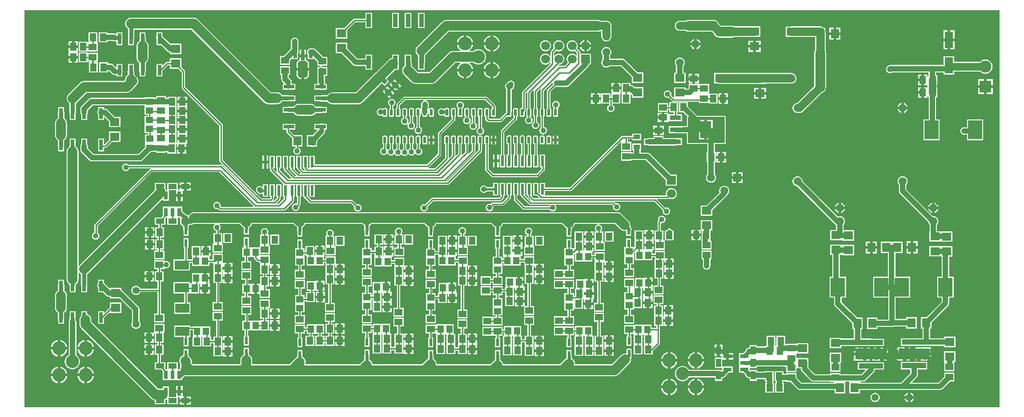
<source format=gtl>
G04*
G04 #@! TF.GenerationSoftware,Altium Limited,Altium Designer,19.1.8 (144)*
G04*
G04 Layer_Physical_Order=1*
G04 Layer_Color=255*
%FSLAX25Y25*%
%MOIN*%
G70*
G01*
G75*
%ADD11C,0.01000*%
%ADD12C,0.02362*%
%ADD59R,0.10630X0.07087*%
%ADD60R,0.06496X0.02992*%
%ADD61R,0.03937X0.06496*%
%ADD62R,0.02992X0.06496*%
%ADD63R,0.06496X0.03937*%
%ADD64R,0.03543X0.09843*%
G04:AMPARAMS|DCode=65|XSize=74.8mil|YSize=129.92mil|CornerRadius=0mil|HoleSize=0mil|Usage=FLASHONLY|Rotation=180.000|XOffset=0mil|YOffset=0mil|HoleType=Round|Shape=Octagon|*
%AMOCTAGOND65*
4,1,8,0.01870,-0.06496,-0.01870,-0.06496,-0.03740,-0.04626,-0.03740,0.04626,-0.01870,0.06496,0.01870,0.06496,0.03740,0.04626,0.03740,-0.04626,0.01870,-0.06496,0.0*
%
%ADD65OCTAGOND65*%

%ADD66R,0.02756X0.07087*%
%ADD67R,0.02756X0.05315*%
%ADD68R,0.07087X0.06299*%
%ADD69R,0.04724X0.05709*%
%ADD70R,0.06299X0.12402*%
%ADD71R,0.02165X0.05709*%
%ADD72R,0.23622X0.07874*%
%ADD73R,0.18110X0.03937*%
%ADD74R,0.06299X0.07087*%
%ADD75R,0.10630X0.14173*%
%ADD76R,0.05118X0.05906*%
G04:AMPARAMS|DCode=77|XSize=21.65mil|YSize=49.21mil|CornerRadius=1.95mil|HoleSize=0mil|Usage=FLASHONLY|Rotation=180.000|XOffset=0mil|YOffset=0mil|HoleType=Round|Shape=RoundedRectangle|*
%AMROUNDEDRECTD77*
21,1,0.02165,0.04532,0,0,180.0*
21,1,0.01776,0.04921,0,0,180.0*
1,1,0.00390,-0.00888,0.02266*
1,1,0.00390,0.00888,0.02266*
1,1,0.00390,0.00888,-0.02266*
1,1,0.00390,-0.00888,-0.02266*
%
%ADD77ROUNDEDRECTD77*%
%ADD78R,0.02362X0.07874*%
%ADD79R,0.08465X0.03740*%
%ADD80R,0.08465X0.12795*%
G04:AMPARAMS|DCode=81|XSize=33.47mil|YSize=51.18mil|CornerRadius=0mil|HoleSize=0mil|Usage=FLASHONLY|Rotation=45.000|XOffset=0mil|YOffset=0mil|HoleType=Round|Shape=Rectangle|*
%AMROTATEDRECTD81*
4,1,4,0.00626,-0.02993,-0.02993,0.00626,-0.00626,0.02993,0.02993,-0.00626,0.00626,-0.02993,0.0*
%
%ADD81ROTATEDRECTD81*%

%ADD82R,0.05118X0.03347*%
%ADD83R,0.02756X0.07874*%
%ADD84R,0.07874X0.02756*%
%ADD85R,0.05906X0.05118*%
%ADD86R,0.05709X0.04724*%
%ADD87C,0.03937*%
%ADD88C,0.01500*%
%ADD89C,0.00906*%
%ADD90C,0.07205*%
%ADD91C,0.03543*%
%ADD92C,0.05906*%
%ADD93C,0.05512*%
%ADD94C,0.06299*%
%ADD95C,0.02559*%
%ADD96C,0.03740*%
%ADD97C,0.03150*%
%ADD98C,0.02992*%
%ADD99C,0.01575*%
%ADD100C,0.04733*%
%ADD101C,0.05906*%
%ADD102C,0.10236*%
%ADD103C,0.09843*%
%ADD104C,0.05315*%
%ADD105R,0.09055X0.09055*%
%ADD106C,0.09055*%
%ADD107R,0.06693X0.06693*%
%ADD108C,0.06693*%
%ADD109R,0.05906X0.05906*%
%ADD110C,0.06299*%
%ADD111R,0.06299X0.06299*%
%ADD112R,0.06693X0.06693*%
%ADD113C,0.04000*%
%ADD114C,0.12598*%
%ADD115C,0.15748*%
G36*
X733622Y-300551D02*
X2598D01*
Y-2598D01*
X733622D01*
Y-300551D01*
D02*
G37*
%LPC*%
G36*
X302812Y-4582D02*
X297694D01*
Y-15999D01*
X302812D01*
Y-4582D01*
D02*
G37*
G36*
X292812D02*
X287694D01*
Y-15999D01*
X292812D01*
Y-4582D01*
D02*
G37*
G36*
X283324D02*
X278205D01*
Y-15999D01*
X283324D01*
Y-4582D01*
D02*
G37*
G36*
X263324D02*
X258206D01*
Y-9026D01*
X249973D01*
X249489Y-9122D01*
X249079Y-9397D01*
X242400Y-16075D01*
X235921D01*
Y-23949D01*
X244582D01*
Y-17470D01*
X250497Y-11555D01*
X258206D01*
Y-15999D01*
X263324D01*
Y-4582D01*
D02*
G37*
G36*
X614357Y-15721D02*
X611207D01*
Y-19264D01*
X614357D01*
Y-15721D01*
D02*
G37*
G36*
X609207D02*
X606058D01*
Y-19264D01*
X609207D01*
Y-15721D01*
D02*
G37*
G36*
X519179Y-9954D02*
X500516D01*
X499370Y-10104D01*
X498302Y-10547D01*
X498221Y-10609D01*
X493961D01*
X492985Y-10737D01*
X492075Y-11114D01*
X491293Y-11714D01*
X490694Y-12495D01*
X490317Y-13405D01*
X490189Y-14381D01*
X490317Y-15358D01*
X490694Y-16267D01*
X491293Y-17049D01*
X492075Y-17648D01*
X492985Y-18025D01*
X493961Y-18154D01*
X498221D01*
X498302Y-18216D01*
X499370Y-18658D01*
X500516Y-18809D01*
X517991D01*
X519433Y-20250D01*
X519738Y-20988D01*
X520442Y-21905D01*
X521359Y-22609D01*
X522427Y-23051D01*
X523573Y-23202D01*
X533144D01*
X534290Y-23051D01*
X535140Y-22699D01*
X549957D01*
X550215Y-22665D01*
X554288D01*
Y-14791D01*
X550215D01*
X549957Y-14757D01*
X535074D01*
X534336Y-14452D01*
X533190Y-14301D01*
X532840Y-14347D01*
X524761D01*
X523320Y-12905D01*
X523014Y-12167D01*
X522310Y-11250D01*
X521393Y-10547D01*
X520326Y-10104D01*
X519179Y-9954D01*
D02*
G37*
G36*
X699902Y-17670D02*
X696752D01*
Y-23870D01*
X699902D01*
Y-17670D01*
D02*
G37*
G36*
X694752D02*
X691603D01*
Y-23870D01*
X694752D01*
Y-17670D01*
D02*
G37*
G36*
X614357Y-21264D02*
X611207D01*
Y-24807D01*
X614357D01*
Y-21264D01*
D02*
G37*
G36*
X609207D02*
X606058D01*
Y-24807D01*
X609207D01*
Y-21264D01*
D02*
G37*
G36*
X432288Y-9954D02*
X318981D01*
X317835Y-10104D01*
X316767Y-10547D01*
X315850Y-11250D01*
X297122Y-29978D01*
X296418Y-30895D01*
X295976Y-31963D01*
X295825Y-33109D01*
X295976Y-34255D01*
X296418Y-35323D01*
X297122Y-36240D01*
X297672Y-36662D01*
Y-41787D01*
X297694Y-41954D01*
Y-47495D01*
X302812D01*
Y-41954D01*
X302834Y-41787D01*
Y-36662D01*
X303384Y-36240D01*
X320815Y-18809D01*
X432288D01*
X433434Y-18658D01*
X434502Y-18216D01*
X434571Y-18163D01*
X435071Y-18232D01*
Y-22255D01*
X435199Y-23232D01*
X435576Y-24141D01*
X436175Y-24923D01*
X436957Y-25522D01*
X437867Y-25899D01*
X438843Y-26028D01*
X439819Y-25899D01*
X440729Y-25522D01*
X441510Y-24923D01*
X442110Y-24141D01*
X442487Y-23232D01*
X442615Y-22255D01*
Y-14381D01*
X442487Y-13405D01*
X442110Y-12495D01*
X441510Y-11714D01*
X440729Y-11114D01*
X439819Y-10737D01*
X438843Y-10609D01*
X434583D01*
X434502Y-10547D01*
X433434Y-10104D01*
X432288Y-9954D01*
D02*
G37*
G36*
X353857Y-21585D02*
Y-26634D01*
X358906D01*
X358886Y-26435D01*
X358536Y-25282D01*
X357968Y-24219D01*
X357204Y-23287D01*
X356272Y-22523D01*
X355209Y-21955D01*
X354056Y-21605D01*
X353857Y-21585D01*
D02*
G37*
G36*
X333857D02*
Y-26634D01*
X338906D01*
X338886Y-26435D01*
X338536Y-25282D01*
X337968Y-24219D01*
X337204Y-23287D01*
X336272Y-22523D01*
X335209Y-21955D01*
X334056Y-21605D01*
X333857Y-21585D01*
D02*
G37*
G36*
X351857D02*
X351657Y-21605D01*
X350504Y-21955D01*
X349441Y-22523D01*
X348510Y-23287D01*
X347745Y-24219D01*
X347177Y-25282D01*
X346827Y-26435D01*
X346808Y-26634D01*
X351857D01*
Y-21585D01*
D02*
G37*
G36*
X331857D02*
X331657Y-21605D01*
X330504Y-21955D01*
X329441Y-22523D01*
X328510Y-23287D01*
X327745Y-24219D01*
X327177Y-25282D01*
X326827Y-26435D01*
X326807Y-26634D01*
X331857D01*
Y-21585D01*
D02*
G37*
G36*
X57389Y-19180D02*
X50696D01*
Y-26661D01*
X50696D01*
X50525Y-27090D01*
X50058D01*
X50018Y-26606D01*
Y-26238D01*
X43325D01*
Y-33718D01*
X50018D01*
X50058Y-33783D01*
Y-33783D01*
X57538D01*
Y-27099D01*
X57538Y-27090D01*
X57538D01*
X57389Y-26661D01*
X57389Y-26661D01*
Y-19180D01*
D02*
G37*
G36*
X506772Y-24305D02*
Y-27161D01*
X509627D01*
X509623Y-27129D01*
X509225Y-26167D01*
X508591Y-25341D01*
X507765Y-24708D01*
X506804Y-24310D01*
X506772Y-24305D01*
D02*
G37*
G36*
X504772D02*
X504740Y-24310D01*
X503779Y-24708D01*
X502953Y-25341D01*
X502319Y-26167D01*
X501921Y-27129D01*
X501917Y-27161D01*
X504772D01*
Y-24305D01*
D02*
G37*
G36*
X424196Y-25106D02*
Y-28358D01*
X427448D01*
X427431Y-28223D01*
X426993Y-27166D01*
X426296Y-26258D01*
X425388Y-25561D01*
X424331Y-25123D01*
X424196Y-25106D01*
D02*
G37*
G36*
X422196Y-25106D02*
X422061Y-25123D01*
X421004Y-25561D01*
X420096Y-26258D01*
X419399Y-27166D01*
X418961Y-28223D01*
X418944Y-28358D01*
X422196D01*
Y-25106D01*
D02*
G37*
G36*
X554500Y-25602D02*
X550957D01*
Y-28752D01*
X554500D01*
Y-25602D01*
D02*
G37*
G36*
X548957D02*
X545414D01*
Y-28752D01*
X548957D01*
Y-25602D01*
D02*
G37*
G36*
X64869Y-19180D02*
X58176D01*
Y-26661D01*
X64869D01*
Y-25700D01*
X68921D01*
X68983Y-25748D01*
X69653Y-26026D01*
X70373Y-26120D01*
X71092Y-26026D01*
X71335Y-25925D01*
X71751Y-26203D01*
Y-28852D01*
X76082D01*
Y-24352D01*
X76141Y-24262D01*
X76325Y-23340D01*
X76141Y-22419D01*
X76082Y-22329D01*
Y-19404D01*
X71751D01*
Y-20268D01*
X71251Y-20475D01*
X70672Y-20235D01*
X69953Y-20141D01*
X64869D01*
Y-19180D01*
D02*
G37*
G36*
X42750Y-26026D02*
X40191D01*
Y-28978D01*
X42750D01*
Y-26026D01*
D02*
G37*
G36*
X38191D02*
X35632D01*
Y-28978D01*
X38191D01*
Y-26026D01*
D02*
G37*
G36*
X219014Y-31296D02*
X219014Y-31296D01*
X219014Y-31296D01*
X217212D01*
X216492Y-31391D01*
X215822Y-31669D01*
X215246Y-32111D01*
X214805Y-32686D01*
X214527Y-33357D01*
X214432Y-34076D01*
X214527Y-34795D01*
X214805Y-35466D01*
X215146Y-35910D01*
Y-39445D01*
X219476D01*
Y-39123D01*
X219938Y-38931D01*
X222260Y-41253D01*
Y-44395D01*
X224749D01*
X224782Y-44895D01*
X224372Y-44949D01*
X223808Y-45182D01*
X222260D01*
Y-51875D01*
X222312D01*
Y-56312D01*
X222406Y-57031D01*
X222587Y-57468D01*
X222297Y-57968D01*
X219858D01*
Y-62299D01*
X224359D01*
X224448Y-62359D01*
X225370Y-62542D01*
X226291Y-62359D01*
X226381Y-62299D01*
X229307D01*
Y-57968D01*
X228232D01*
X227954Y-57552D01*
X228055Y-57310D01*
X228149Y-56590D01*
X228055Y-55871D01*
X227871Y-55427D01*
Y-51875D01*
X229740D01*
Y-45182D01*
X226374D01*
X225811Y-44949D01*
X225400Y-44895D01*
X225433Y-44395D01*
X229740D01*
Y-37702D01*
X226571D01*
X220980Y-32111D01*
X220404Y-31669D01*
X220404Y-31669D01*
X220404Y-31669D01*
X220073Y-31532D01*
X219734Y-31391D01*
X219734Y-31391D01*
X219734Y-31391D01*
X219441Y-31352D01*
X219014Y-31296D01*
D02*
G37*
G36*
X509627Y-29161D02*
X506772D01*
Y-32016D01*
X506804Y-32012D01*
X507765Y-31613D01*
X508591Y-30980D01*
X509225Y-30154D01*
X509623Y-29193D01*
X509627Y-29161D01*
D02*
G37*
G36*
X504772D02*
X501917D01*
X501921Y-29193D01*
X502319Y-30154D01*
X502953Y-30980D01*
X503779Y-31613D01*
X504740Y-32012D01*
X504772Y-32016D01*
Y-29161D01*
D02*
G37*
G36*
X699902Y-25870D02*
X696752D01*
Y-32071D01*
X699902D01*
Y-25870D01*
D02*
G37*
G36*
X694752D02*
X691603D01*
Y-32071D01*
X694752D01*
Y-25870D01*
D02*
G37*
G36*
X413196Y-25188D02*
X412117Y-25330D01*
X411111Y-25747D01*
X410248Y-26410D01*
X409585Y-27273D01*
X409169Y-28279D01*
X409026Y-29358D01*
X409169Y-30437D01*
X409585Y-31443D01*
X410248Y-32306D01*
X411111Y-32969D01*
X412117Y-33385D01*
X413196Y-33527D01*
X414275Y-33385D01*
X415096Y-33046D01*
X416816Y-34766D01*
Y-36463D01*
X416316Y-36633D01*
X416144Y-36410D01*
X415281Y-35747D01*
X414275Y-35330D01*
X413196Y-35188D01*
X412117Y-35330D01*
X411111Y-35747D01*
X410248Y-36410D01*
X409585Y-37273D01*
X409169Y-38279D01*
X409026Y-39358D01*
X409169Y-40437D01*
X409585Y-41443D01*
X410018Y-42007D01*
X407560Y-44465D01*
X403542D01*
X403058Y-44561D01*
X402926Y-44649D01*
X402607Y-44261D01*
X403363Y-43505D01*
X404275Y-43385D01*
X405281Y-42969D01*
X406144Y-42306D01*
X406807Y-41443D01*
X407224Y-40437D01*
X407366Y-39358D01*
X407224Y-38279D01*
X406807Y-37273D01*
X406144Y-36410D01*
X405281Y-35747D01*
X404275Y-35330D01*
X403196Y-35188D01*
X402117Y-35330D01*
X401111Y-35747D01*
X400248Y-36410D01*
X400137Y-36554D01*
X399663Y-36394D01*
Y-34553D01*
X401207Y-33009D01*
X402117Y-33385D01*
X403196Y-33527D01*
X404275Y-33385D01*
X405281Y-32969D01*
X406144Y-32306D01*
X406807Y-31443D01*
X407224Y-30437D01*
X407366Y-29358D01*
X407224Y-28279D01*
X406807Y-27273D01*
X406144Y-26410D01*
X405281Y-25747D01*
X404275Y-25330D01*
X403196Y-25188D01*
X402117Y-25330D01*
X401111Y-25747D01*
X400248Y-26410D01*
X399585Y-27273D01*
X399169Y-28279D01*
X399026Y-29358D01*
X399169Y-30437D01*
X399471Y-31168D01*
X397505Y-33135D01*
X397231Y-33545D01*
X397231Y-33545D01*
X397178Y-33810D01*
X397134Y-34029D01*
Y-36878D01*
X396634Y-37048D01*
X396144Y-36410D01*
X395281Y-35747D01*
X394275Y-35330D01*
X393196Y-35188D01*
X392117Y-35330D01*
X391111Y-35747D01*
X390248Y-36410D01*
X389585Y-37273D01*
X389169Y-38279D01*
X389026Y-39358D01*
X389169Y-40437D01*
X389585Y-41443D01*
X390248Y-42306D01*
X391111Y-42969D01*
X392117Y-43385D01*
X393196Y-43527D01*
X394275Y-43385D01*
X395281Y-42969D01*
X396144Y-42306D01*
X396634Y-41668D01*
X397134Y-41837D01*
Y-42533D01*
X376155Y-63512D01*
X375881Y-63922D01*
X375785Y-64406D01*
Y-76134D01*
X374927D01*
X374544Y-76211D01*
X374219Y-76428D01*
X374002Y-76753D01*
X373926Y-77136D01*
Y-81667D01*
X374002Y-82051D01*
X374219Y-82376D01*
X374544Y-82593D01*
X374927Y-82669D01*
X376703D01*
X377086Y-82593D01*
X377411Y-82376D01*
X377628Y-82051D01*
X377704Y-81667D01*
Y-79005D01*
X377943Y-78766D01*
X378217Y-78356D01*
X378314Y-77872D01*
Y-64930D01*
X379063Y-64181D01*
X379215Y-64207D01*
X379551Y-64400D01*
Y-76209D01*
X379544Y-76211D01*
X379219Y-76428D01*
X379002Y-76753D01*
X378926Y-77136D01*
Y-81667D01*
X379002Y-82051D01*
X379219Y-82376D01*
X379270Y-82410D01*
X379304Y-82588D01*
X379252Y-82999D01*
X378784Y-83358D01*
X378337Y-83940D01*
X378056Y-84618D01*
X377961Y-85346D01*
X378056Y-86074D01*
X378337Y-86752D01*
X378784Y-87334D01*
X379366Y-87781D01*
X380044Y-88062D01*
X380772Y-88157D01*
X381500Y-88062D01*
X382178Y-87781D01*
X382760Y-87334D01*
X383207Y-86752D01*
X383488Y-86074D01*
X383583Y-85346D01*
X383488Y-84618D01*
X383207Y-83940D01*
X382760Y-83358D01*
X382316Y-83018D01*
X382288Y-82555D01*
X382327Y-82432D01*
X382411Y-82376D01*
X382628Y-82051D01*
X382704Y-81667D01*
Y-77136D01*
X382628Y-76753D01*
X382411Y-76428D01*
X382086Y-76211D01*
X382079Y-76209D01*
Y-64789D01*
X384347Y-62521D01*
X384735Y-62840D01*
X384647Y-62973D01*
X384550Y-63457D01*
Y-76209D01*
X384544Y-76211D01*
X384219Y-76428D01*
X384002Y-76753D01*
X383926Y-77136D01*
Y-81667D01*
X384002Y-82051D01*
X384219Y-82376D01*
X384544Y-82593D01*
X384550Y-82594D01*
Y-86521D01*
X384415Y-86577D01*
X383833Y-87024D01*
X383386Y-87606D01*
X383105Y-88284D01*
X383009Y-89012D01*
X383105Y-89740D01*
X383386Y-90417D01*
X383833Y-91000D01*
X384415Y-91447D01*
X385093Y-91728D01*
X385821Y-91823D01*
X386548Y-91728D01*
X387227Y-91447D01*
X387809Y-91000D01*
X388256Y-90417D01*
X388537Y-89740D01*
X388632Y-89012D01*
X388537Y-88284D01*
X388256Y-87606D01*
X387809Y-87024D01*
X387227Y-86577D01*
X387079Y-86516D01*
Y-82594D01*
X387086Y-82593D01*
X387411Y-82376D01*
X387628Y-82051D01*
X387704Y-81667D01*
Y-77136D01*
X387628Y-76753D01*
X387411Y-76428D01*
X387086Y-76211D01*
X387079Y-76209D01*
Y-63980D01*
X389559Y-61501D01*
X389921Y-61835D01*
X389647Y-62245D01*
X389550Y-62729D01*
Y-76209D01*
X389544Y-76211D01*
X389219Y-76428D01*
X389002Y-76753D01*
X388926Y-77136D01*
Y-81667D01*
X389002Y-82051D01*
X389219Y-82376D01*
X389544Y-82593D01*
X389550Y-82594D01*
Y-91048D01*
X389538Y-91057D01*
X389091Y-91640D01*
X388810Y-92318D01*
X388715Y-93045D01*
X388810Y-93773D01*
X389091Y-94451D01*
X389538Y-95033D01*
X390120Y-95480D01*
X390798Y-95761D01*
X391526Y-95857D01*
X392254Y-95761D01*
X392932Y-95480D01*
X393514Y-95033D01*
X393961Y-94451D01*
X394242Y-93773D01*
X394337Y-93045D01*
X394242Y-92318D01*
X393961Y-91640D01*
X393514Y-91057D01*
X392932Y-90610D01*
X392254Y-90330D01*
X392079Y-90307D01*
Y-82594D01*
X392086Y-82593D01*
X392411Y-82376D01*
X392628Y-82051D01*
X392704Y-81667D01*
Y-77136D01*
X392628Y-76753D01*
X392411Y-76428D01*
X392086Y-76211D01*
X392079Y-76209D01*
Y-63253D01*
X398283Y-57049D01*
X398757Y-57282D01*
X398735Y-57447D01*
X398831Y-58175D01*
X398889Y-58316D01*
X394808Y-62398D01*
X394533Y-62808D01*
X394437Y-63292D01*
Y-76282D01*
X394219Y-76428D01*
X394002Y-76753D01*
X393926Y-77136D01*
Y-81667D01*
X394002Y-82051D01*
X394219Y-82376D01*
X394544Y-82593D01*
X394927Y-82669D01*
X396703D01*
X397086Y-82593D01*
X397411Y-82376D01*
X397628Y-82051D01*
X397704Y-81667D01*
Y-77136D01*
X397628Y-76753D01*
X397411Y-76428D01*
X397086Y-76211D01*
X396966Y-76187D01*
Y-63815D01*
X400677Y-60104D01*
X400819Y-60163D01*
X401546Y-60258D01*
X401788Y-60227D01*
X409122D01*
X409842Y-60132D01*
X410512Y-59854D01*
X411088Y-59412D01*
X425162Y-45339D01*
X425603Y-44763D01*
X425881Y-44093D01*
X425960Y-43492D01*
X427330D01*
Y-35224D01*
X419345D01*
Y-34242D01*
X419248Y-33758D01*
X418974Y-33348D01*
X416884Y-31257D01*
X417224Y-30437D01*
X417366Y-29358D01*
X417224Y-28279D01*
X416807Y-27273D01*
X416144Y-26410D01*
X415281Y-25747D01*
X414275Y-25330D01*
X413196Y-25188D01*
D02*
G37*
G36*
X393196D02*
X392117Y-25330D01*
X391111Y-25747D01*
X390248Y-26410D01*
X389585Y-27273D01*
X389169Y-28279D01*
X389026Y-29358D01*
X389169Y-30437D01*
X389585Y-31443D01*
X390248Y-32306D01*
X391111Y-32969D01*
X392117Y-33385D01*
X393196Y-33527D01*
X394275Y-33385D01*
X395281Y-32969D01*
X396144Y-32306D01*
X396807Y-31443D01*
X397223Y-30437D01*
X397366Y-29358D01*
X397223Y-28279D01*
X396807Y-27273D01*
X396144Y-26410D01*
X395281Y-25747D01*
X394275Y-25330D01*
X393196Y-25188D01*
D02*
G37*
G36*
X422196Y-30358D02*
X418944D01*
X418961Y-30492D01*
X419399Y-31550D01*
X420096Y-32458D01*
X421004Y-33154D01*
X422061Y-33593D01*
X422196Y-33610D01*
Y-30358D01*
D02*
G37*
G36*
X427448D02*
X424196D01*
Y-33610D01*
X424331Y-33593D01*
X425388Y-33154D01*
X426296Y-32458D01*
X426993Y-31550D01*
X427431Y-30492D01*
X427448Y-30358D01*
D02*
G37*
G36*
X358906Y-28634D02*
X353857D01*
Y-33683D01*
X354056Y-33664D01*
X355209Y-33314D01*
X356272Y-32746D01*
X357204Y-31981D01*
X357968Y-31050D01*
X358536Y-29987D01*
X358886Y-28834D01*
X358906Y-28634D01*
D02*
G37*
G36*
X351857D02*
X346808D01*
X346827Y-28834D01*
X347177Y-29987D01*
X347745Y-31050D01*
X348510Y-31981D01*
X349441Y-32746D01*
X350504Y-33314D01*
X351657Y-33664D01*
X351857Y-33683D01*
Y-28634D01*
D02*
G37*
G36*
X554500Y-30752D02*
X550957D01*
Y-33902D01*
X554500D01*
Y-30752D01*
D02*
G37*
G36*
X548957D02*
X545414D01*
Y-33902D01*
X548957D01*
Y-30752D01*
D02*
G37*
G36*
X106003Y-19404D02*
X101672D01*
Y-22329D01*
X101612Y-22419D01*
X101429Y-23340D01*
X101612Y-24262D01*
X101672Y-24352D01*
Y-28852D01*
X105102D01*
X109865Y-33617D01*
X109865Y-33617D01*
X109866Y-33617D01*
X110204Y-33877D01*
X110441Y-34058D01*
X110441Y-34058D01*
X110441Y-34058D01*
X110772Y-34196D01*
X111112Y-34336D01*
X111112Y-34336D01*
X111112Y-34336D01*
X111499Y-34387D01*
Y-35588D01*
X120160D01*
Y-27714D01*
X111825D01*
X108110Y-23998D01*
X107534Y-23557D01*
X107407Y-23504D01*
X106003Y-22100D01*
Y-19404D01*
D02*
G37*
G36*
X213784Y-32342D02*
X212405D01*
Y-35886D01*
X213784D01*
Y-32342D01*
D02*
G37*
G36*
X210405D02*
X209028D01*
Y-35886D01*
X210405D01*
Y-32342D01*
D02*
G37*
G36*
X42750Y-30978D02*
X35632D01*
Y-33637D01*
X35632Y-33931D01*
X35673Y-34414D01*
Y-37072D01*
X42791D01*
Y-34414D01*
X42791Y-34120D01*
X42750Y-33637D01*
Y-33620D01*
Y-30978D01*
D02*
G37*
G36*
X205258Y-23302D02*
X204530Y-23398D01*
X203852Y-23679D01*
X203270Y-24126D01*
X202823Y-24708D01*
X202542Y-25386D01*
X202446Y-26114D01*
X202478Y-26355D01*
Y-31766D01*
X202029Y-32111D01*
X202029Y-32111D01*
X202029Y-32111D01*
X197015Y-37125D01*
X194260D01*
Y-43818D01*
X201740D01*
Y-40262D01*
X202873Y-39129D01*
X203335Y-39321D01*
Y-39445D01*
X207665D01*
Y-35652D01*
X207808Y-35466D01*
X208086Y-34795D01*
X208180Y-34076D01*
X208086Y-33357D01*
X208037Y-33239D01*
Y-26355D01*
X208069Y-26114D01*
X207973Y-25386D01*
X207692Y-24708D01*
X207245Y-24126D01*
X206663Y-23679D01*
X205985Y-23398D01*
X205258Y-23302D01*
D02*
G37*
G36*
X42791Y-39072D02*
X40232D01*
Y-42025D01*
X42791D01*
Y-39072D01*
D02*
G37*
G36*
X38232D02*
X35673D01*
Y-42025D01*
X38232D01*
Y-39072D01*
D02*
G37*
G36*
X120160Y-38738D02*
X111499D01*
Y-41410D01*
X109661D01*
X109177Y-41507D01*
X108767Y-41781D01*
X106465Y-44083D01*
X106003Y-43891D01*
Y-43026D01*
X101672D01*
Y-52474D01*
X106003D01*
Y-48121D01*
X110185Y-43939D01*
X111499D01*
Y-46612D01*
X117978D01*
X120542Y-49176D01*
Y-60666D01*
X120639Y-61150D01*
X120913Y-61560D01*
X148816Y-89463D01*
Y-115641D01*
X148912Y-116125D01*
X149186Y-116535D01*
X177617Y-144966D01*
X177452Y-145509D01*
X177408Y-145518D01*
X150917Y-119027D01*
X150506Y-118753D01*
X150022Y-118656D01*
X80688D01*
X80633Y-118584D01*
X80050Y-118138D01*
X79372Y-117857D01*
X78645Y-117761D01*
X77917Y-117857D01*
X77239Y-118138D01*
X76657Y-118584D01*
X76210Y-119167D01*
X75929Y-119845D01*
X75833Y-120572D01*
X75929Y-121300D01*
X76210Y-121978D01*
X76657Y-122560D01*
X77239Y-123007D01*
X77917Y-123288D01*
X78645Y-123384D01*
X79372Y-123288D01*
X80050Y-123007D01*
X80633Y-122560D01*
X81079Y-121978D01*
X81360Y-121300D01*
X81375Y-121185D01*
X97076D01*
X97132Y-121684D01*
X96721Y-121958D01*
X55502Y-163178D01*
X55228Y-163588D01*
X55132Y-164072D01*
Y-169497D01*
X54683Y-169683D01*
X54101Y-170129D01*
X53654Y-170712D01*
X53373Y-171390D01*
X53277Y-172117D01*
X53373Y-172845D01*
X53654Y-173523D01*
X54101Y-174105D01*
X54683Y-174552D01*
X55361Y-174833D01*
X56089Y-174929D01*
X56817Y-174833D01*
X57495Y-174552D01*
X58077Y-174105D01*
X58524Y-173523D01*
X58805Y-172845D01*
X58900Y-172117D01*
X58805Y-171390D01*
X58524Y-170712D01*
X58077Y-170129D01*
X57661Y-169810D01*
Y-164595D01*
X98139Y-124117D01*
X148681D01*
X174458Y-149894D01*
X174251Y-150394D01*
X150041D01*
X149741Y-150023D01*
X149713Y-149979D01*
X149808Y-149259D01*
X149712Y-148532D01*
X149431Y-147854D01*
X148984Y-147272D01*
X148402Y-146825D01*
X147724Y-146544D01*
X146996Y-146448D01*
X146268Y-146544D01*
X145590Y-146825D01*
X145008Y-147272D01*
X144561Y-147854D01*
X144280Y-148532D01*
X144185Y-149259D01*
X144280Y-149987D01*
X144561Y-150665D01*
X145008Y-151248D01*
X145590Y-151694D01*
X146268Y-151975D01*
X146996Y-152071D01*
X147724Y-151975D01*
X147865Y-151917D01*
X148501Y-152552D01*
X148721Y-152699D01*
X148911Y-152826D01*
X148911Y-152826D01*
X148911Y-152826D01*
X149166Y-152877D01*
X149395Y-152923D01*
X197316D01*
X197800Y-152826D01*
X198210Y-152552D01*
X204183Y-146580D01*
X204457Y-146169D01*
X204553Y-145685D01*
Y-142719D01*
X205258D01*
Y-133695D01*
X206321D01*
Y-142719D01*
X207025D01*
Y-147400D01*
X206964Y-147496D01*
X206542Y-147801D01*
X206026Y-147733D01*
X205298Y-147829D01*
X204620Y-148110D01*
X204038Y-148556D01*
X203591Y-149139D01*
X203310Y-149817D01*
X203215Y-150545D01*
X203310Y-151272D01*
X203591Y-151950D01*
X204038Y-152532D01*
X204620Y-152979D01*
X205298Y-153260D01*
X206026Y-153356D01*
X206754Y-153260D01*
X207432Y-152979D01*
X208014Y-152532D01*
X208461Y-151950D01*
X208742Y-151272D01*
X208837Y-150545D01*
X208742Y-149817D01*
X208683Y-149676D01*
X209183Y-149176D01*
X209457Y-148765D01*
X209553Y-148282D01*
Y-142719D01*
X210258D01*
Y-133695D01*
X211320D01*
Y-142719D01*
X212107D01*
X212121Y-142787D01*
X212395Y-143197D01*
X216420Y-147222D01*
X216830Y-147496D01*
X217314Y-147592D01*
X247364D01*
X249876Y-150104D01*
X249817Y-150245D01*
X249721Y-150973D01*
X249817Y-151700D01*
X250098Y-152379D01*
X250545Y-152961D01*
X251127Y-153408D01*
X251805Y-153689D01*
X252533Y-153784D01*
X253260Y-153689D01*
X253938Y-153408D01*
X254521Y-152961D01*
X254967Y-152379D01*
X255248Y-151700D01*
X255344Y-150973D01*
X255248Y-150245D01*
X254967Y-149567D01*
X254521Y-148985D01*
X253938Y-148538D01*
X253260Y-148257D01*
X252533Y-148161D01*
X251805Y-148257D01*
X251664Y-148316D01*
X248782Y-145434D01*
X248372Y-145160D01*
X247888Y-145063D01*
X217838D01*
X215258Y-142483D01*
Y-133695D01*
X216320D01*
Y-142719D01*
X220257D01*
Y-133695D01*
X319986D01*
X320470Y-133599D01*
X320880Y-133325D01*
X345158Y-109048D01*
X345432Y-108637D01*
X345528Y-108154D01*
Y-103263D01*
X345534Y-103262D01*
X345859Y-103045D01*
X346076Y-102720D01*
X346153Y-102337D01*
Y-97805D01*
X346076Y-97422D01*
X345859Y-97097D01*
X345534Y-96880D01*
X345151Y-96804D01*
X343376D01*
X342992Y-96880D01*
X342667Y-97097D01*
X342450Y-97422D01*
X342374Y-97805D01*
Y-102337D01*
X342450Y-102720D01*
X342667Y-103045D01*
X342992Y-103262D01*
X342999Y-103263D01*
Y-107630D01*
X319701Y-130927D01*
X319576Y-130903D01*
X319412Y-130360D01*
X340279Y-109493D01*
X340553Y-109083D01*
X340650Y-108599D01*
Y-103185D01*
X340859Y-103045D01*
X341076Y-102720D01*
X341153Y-102337D01*
Y-97805D01*
X341076Y-97422D01*
X340859Y-97097D01*
X340534Y-96880D01*
X340151Y-96804D01*
X338376D01*
X337992Y-96880D01*
X337667Y-97097D01*
X337450Y-97422D01*
X337374Y-97805D01*
Y-102337D01*
X337450Y-102720D01*
X337667Y-103045D01*
X337992Y-103262D01*
X338121Y-103287D01*
Y-108075D01*
X335675Y-110521D01*
X335286Y-110202D01*
X335327Y-110142D01*
X335423Y-109658D01*
Y-103284D01*
X335535Y-103262D01*
X335859Y-103045D01*
X336076Y-102720D01*
X336153Y-102337D01*
Y-97805D01*
X336076Y-97422D01*
X335859Y-97097D01*
X335535Y-96880D01*
X335151Y-96804D01*
X333376D01*
X332992Y-96880D01*
X332667Y-97097D01*
X332450Y-97422D01*
X332374Y-97805D01*
Y-102337D01*
X332450Y-102720D01*
X332667Y-103045D01*
X332894Y-103196D01*
Y-109134D01*
X330831Y-111198D01*
X330370Y-110951D01*
X330405Y-110774D01*
Y-103288D01*
X330535Y-103262D01*
X330859Y-103045D01*
X331077Y-102720D01*
X331153Y-102337D01*
Y-97805D01*
X331077Y-97422D01*
X330859Y-97097D01*
X330535Y-96880D01*
X330151Y-96804D01*
X328376D01*
X327992Y-96880D01*
X327667Y-97097D01*
X327450Y-97422D01*
X327374Y-97805D01*
Y-102337D01*
X327450Y-102720D01*
X327667Y-103045D01*
X327876Y-103184D01*
Y-110251D01*
X326028Y-112099D01*
X325528Y-111892D01*
Y-103263D01*
X325535Y-103262D01*
X325859Y-103045D01*
X326077Y-102720D01*
X326153Y-102337D01*
Y-97805D01*
X326077Y-97422D01*
X325859Y-97097D01*
X325535Y-96880D01*
X325151Y-96804D01*
X323376D01*
X322992Y-96880D01*
X322667Y-97097D01*
X322450Y-97422D01*
X322374Y-97805D01*
Y-102337D01*
X322450Y-102720D01*
X322667Y-103045D01*
X322992Y-103262D01*
X322999Y-103263D01*
Y-111582D01*
X320990Y-113591D01*
X320528Y-113400D01*
Y-103263D01*
X320534Y-103262D01*
X320859Y-103045D01*
X321076Y-102720D01*
X321153Y-102337D01*
Y-97805D01*
X321076Y-97422D01*
X320859Y-97097D01*
X320534Y-96880D01*
X320151Y-96804D01*
X318376D01*
X317992Y-96880D01*
X317667Y-97097D01*
X317450Y-97422D01*
X317374Y-97805D01*
Y-102337D01*
X317450Y-102720D01*
X317667Y-103045D01*
X317992Y-103262D01*
X317999Y-103263D01*
Y-113612D01*
X310277Y-121334D01*
X305780D01*
X305628Y-120834D01*
X305895Y-120656D01*
X314728Y-111822D01*
X315002Y-111412D01*
X315098Y-110928D01*
Y-95814D01*
X325252Y-85660D01*
X325526Y-85250D01*
X325622Y-84766D01*
Y-82534D01*
X325859Y-82376D01*
X326077Y-82051D01*
X326153Y-81667D01*
Y-77136D01*
X326077Y-76753D01*
X325859Y-76428D01*
X325535Y-76211D01*
X325151Y-76134D01*
X323376D01*
X322992Y-76211D01*
X322667Y-76428D01*
X322450Y-76753D01*
X322374Y-77136D01*
Y-81667D01*
X322450Y-82051D01*
X322667Y-82376D01*
X322992Y-82593D01*
X323093Y-82613D01*
Y-84242D01*
X312940Y-94396D01*
X312666Y-94806D01*
X312569Y-95290D01*
Y-110405D01*
X304477Y-118497D01*
X220257D01*
Y-112010D01*
X216320D01*
Y-121334D01*
X215258D01*
Y-112010D01*
X211320D01*
Y-121459D01*
X212058D01*
X212121Y-121776D01*
X212395Y-122186D01*
X212855Y-122646D01*
X212663Y-123108D01*
X211753D01*
X210498Y-121854D01*
X210258Y-121459D01*
X210258D01*
X210258Y-121459D01*
Y-112010D01*
X206321D01*
Y-121459D01*
X207164D01*
Y-121572D01*
X207260Y-122056D01*
X207534Y-122466D01*
X209837Y-124769D01*
X209646Y-125231D01*
X208379D01*
X205067Y-121919D01*
X205258Y-121459D01*
X205258D01*
Y-112010D01*
X201321D01*
Y-121459D01*
X202025D01*
Y-121930D01*
X202121Y-122413D01*
X202395Y-122824D01*
X206319Y-126748D01*
X206128Y-127210D01*
X205215D01*
X199964Y-121959D01*
X200171Y-121459D01*
X200257D01*
Y-112010D01*
X196320D01*
Y-121459D01*
X197025D01*
Y-122072D01*
X197121Y-122556D01*
X197395Y-122966D01*
X203081Y-128653D01*
X202890Y-129115D01*
X200559D01*
X194177Y-122733D01*
Y-121459D01*
X195257D01*
Y-112010D01*
X191321D01*
Y-121459D01*
X191648D01*
Y-123257D01*
X191744Y-123741D01*
X191962Y-124066D01*
X191574Y-124385D01*
X189147Y-121959D01*
X189181Y-121459D01*
X190258D01*
Y-112010D01*
X186320D01*
Y-121459D01*
X186595D01*
Y-122459D01*
X186691Y-122943D01*
X186965Y-123353D01*
X196485Y-132873D01*
X196320Y-133270D01*
X196320D01*
Y-142719D01*
X197025D01*
Y-144132D01*
X193048Y-148109D01*
X191746D01*
X191539Y-147609D01*
X194183Y-144965D01*
X194457Y-144554D01*
X194553Y-144070D01*
Y-142719D01*
X195257D01*
Y-133270D01*
X191321D01*
Y-142719D01*
X192025D01*
Y-143547D01*
X189747Y-145825D01*
X189094D01*
X188902Y-145363D01*
X189183Y-145082D01*
X189457Y-144672D01*
X189553Y-144188D01*
Y-142719D01*
X190258D01*
Y-133270D01*
X186320D01*
Y-142719D01*
X187024D01*
Y-143664D01*
X186782Y-143906D01*
X180133D01*
X151344Y-115118D01*
Y-88939D01*
X151248Y-88455D01*
X150974Y-88045D01*
X123071Y-60142D01*
Y-48652D01*
X122975Y-48168D01*
X122701Y-47758D01*
X120160Y-45217D01*
Y-38738D01*
D02*
G37*
G36*
X213784Y-37886D02*
X211405D01*
X209028D01*
Y-39437D01*
X206665Y-41799D01*
Y-45925D01*
X211405D01*
X216145D01*
Y-41799D01*
X213784Y-39437D01*
Y-37886D01*
D02*
G37*
G36*
X353857Y-41585D02*
Y-46634D01*
X358906D01*
X358886Y-46435D01*
X358536Y-45282D01*
X357968Y-44219D01*
X357204Y-43287D01*
X356272Y-42523D01*
X355209Y-41954D01*
X354056Y-41605D01*
X353857Y-41585D01*
D02*
G37*
G36*
X351857D02*
X351657Y-41605D01*
X350504Y-41954D01*
X349441Y-42523D01*
X348510Y-43287D01*
X347745Y-44219D01*
X347177Y-45282D01*
X346827Y-46435D01*
X346808Y-46634D01*
X351857D01*
Y-41585D01*
D02*
G37*
G36*
X244582Y-27099D02*
X235921D01*
Y-34973D01*
X240258D01*
X249037Y-43752D01*
X249613Y-44194D01*
X250283Y-44472D01*
X251003Y-44566D01*
X258206D01*
Y-47495D01*
X263324D01*
Y-42810D01*
X263450Y-42506D01*
X263544Y-41787D01*
X263450Y-41067D01*
X263324Y-40763D01*
Y-39878D01*
X263349Y-39751D01*
X263324Y-39624D01*
Y-36078D01*
X258206D01*
Y-39007D01*
X252154D01*
X244582Y-31435D01*
Y-27099D01*
D02*
G37*
G36*
X338906Y-28634D02*
X332857D01*
X326807D01*
X326827Y-28834D01*
X327177Y-29987D01*
X327745Y-31050D01*
X328510Y-31981D01*
X329424Y-32732D01*
X329427Y-32775D01*
X329247Y-33232D01*
X323964D01*
X322818Y-33383D01*
X322344Y-33579D01*
X321750Y-33825D01*
X320833Y-34529D01*
X306230Y-49132D01*
X297752D01*
X293384Y-44763D01*
X292834Y-44341D01*
Y-41787D01*
X292812Y-41619D01*
Y-36078D01*
X287694D01*
Y-41619D01*
X287672Y-41787D01*
Y-44341D01*
X287122Y-44763D01*
X286418Y-45680D01*
X285976Y-46748D01*
X285825Y-47894D01*
X285976Y-49040D01*
X286418Y-50108D01*
X287122Y-51025D01*
X292787Y-56690D01*
X293704Y-57394D01*
X294772Y-57836D01*
X295918Y-57987D01*
X308065D01*
X309211Y-57836D01*
X309684Y-57640D01*
X310278Y-57394D01*
X311195Y-56690D01*
X325798Y-42087D01*
X329286D01*
X329363Y-42587D01*
X328510Y-43287D01*
X327745Y-44219D01*
X327177Y-45282D01*
X326827Y-46435D01*
X326807Y-46634D01*
X332857D01*
X338906D01*
X338886Y-46435D01*
X338536Y-45282D01*
X337968Y-44219D01*
X337204Y-43287D01*
X336351Y-42587D01*
X336428Y-42087D01*
X339282D01*
X339978Y-42621D01*
X341366Y-43196D01*
X342857Y-43392D01*
X344347Y-43196D01*
X345736Y-42621D01*
X346928Y-41706D01*
X347843Y-40513D01*
X348418Y-39125D01*
X348615Y-37634D01*
X348418Y-36144D01*
X347843Y-34755D01*
X346928Y-33563D01*
X345736Y-32648D01*
X344347Y-32072D01*
X342857Y-31876D01*
X341366Y-32072D01*
X339978Y-32648D01*
X339217Y-33232D01*
X336466D01*
X336287Y-32775D01*
X336289Y-32732D01*
X337204Y-31981D01*
X337968Y-31050D01*
X338536Y-29987D01*
X338886Y-28834D01*
X338906Y-28634D01*
D02*
G37*
G36*
X50059Y-34332D02*
X43366D01*
Y-41813D01*
X50059D01*
Y-41263D01*
X52533D01*
Y-41789D01*
X51039D01*
Y-49269D01*
X57731D01*
Y-41789D01*
X55116D01*
Y-41263D01*
X57538D01*
Y-34570D01*
X50059D01*
Y-34332D01*
D02*
G37*
G36*
X523575Y-49803D02*
X523574Y-49804D01*
X523573Y-49803D01*
X523315Y-49837D01*
X519636D01*
Y-53515D01*
X519602Y-53772D01*
X519602Y-53773D01*
X519602Y-53774D01*
Y-53978D01*
X519636Y-54236D01*
Y-57711D01*
X522297D01*
X522545Y-57814D01*
X523573Y-57949D01*
X554095D01*
X554353Y-57915D01*
X558426D01*
Y-57915D01*
X558579Y-57762D01*
X577376Y-57771D01*
X577377Y-57771D01*
X577378Y-57771D01*
X577887Y-57704D01*
X578404Y-57636D01*
X578404Y-57636D01*
X578405Y-57636D01*
X578882Y-57438D01*
X579361Y-57240D01*
X579362Y-57239D01*
X579363Y-57239D01*
X579767Y-56929D01*
X580184Y-56609D01*
X580185Y-56608D01*
X580186Y-56608D01*
X580491Y-56209D01*
X580816Y-55787D01*
X580816Y-55786D01*
X580817Y-55786D01*
X581013Y-55311D01*
X581213Y-54830D01*
X581213Y-54829D01*
X581213Y-54828D01*
X581281Y-54314D01*
X581349Y-53802D01*
X581348Y-53801D01*
X581349Y-53800D01*
X581281Y-53290D01*
X581214Y-52774D01*
X581213Y-52773D01*
X581213Y-52772D01*
X581018Y-52301D01*
X580818Y-51816D01*
X580817Y-51815D01*
X580817Y-51815D01*
X580504Y-51407D01*
X580187Y-50993D01*
X580186Y-50993D01*
X580186Y-50992D01*
X579780Y-50681D01*
X579365Y-50362D01*
X579364Y-50362D01*
X579363Y-50361D01*
X578893Y-50166D01*
X578407Y-49965D01*
X578406Y-49965D01*
X578405Y-49964D01*
X577893Y-49897D01*
X577379Y-49829D01*
X523575Y-49803D01*
D02*
G37*
G36*
X699689Y-37174D02*
X691815D01*
Y-43824D01*
X651771D01*
X651416Y-43870D01*
X651053Y-43918D01*
X651052Y-43918D01*
X651052Y-43918D01*
X650713Y-44058D01*
X650382Y-44195D01*
X650382Y-44196D01*
X650381Y-44196D01*
X650088Y-44421D01*
X649806Y-44637D01*
X649335Y-45108D01*
X649334Y-45109D01*
X649334Y-45109D01*
X649113Y-45397D01*
X648893Y-45684D01*
X648893Y-45684D01*
X648892Y-45685D01*
X648751Y-46025D01*
X648615Y-46354D01*
X648615Y-46354D01*
X648615Y-46355D01*
X648567Y-46716D01*
X648520Y-47073D01*
X648520Y-47074D01*
X648520Y-47074D01*
X648567Y-47430D01*
X648614Y-47793D01*
X648615Y-47793D01*
X648615Y-47794D01*
X648755Y-48132D01*
X648892Y-48463D01*
X648892Y-48464D01*
X648892Y-48464D01*
X649118Y-48758D01*
X649333Y-49039D01*
X649334Y-49040D01*
X649334Y-49040D01*
X649622Y-49261D01*
X649909Y-49481D01*
X649909Y-49481D01*
X649910Y-49482D01*
X650250Y-49623D01*
X650579Y-49759D01*
X650580Y-49759D01*
X650580Y-49759D01*
X650942Y-49807D01*
X651299Y-49854D01*
X651299Y-49854D01*
X651300Y-49854D01*
X651516D01*
X651757Y-49886D01*
X652485Y-49790D01*
X653163Y-49509D01*
X653328Y-49383D01*
X680407D01*
Y-51260D01*
X680182D01*
Y-52590D01*
X680107Y-52646D01*
X679607Y-52395D01*
Y-51047D01*
X677048D01*
Y-55000D01*
Y-58953D01*
X679607Y-58953D01*
X679612Y-59451D01*
Y-60049D01*
X679607Y-60547D01*
X679112Y-60547D01*
X677048D01*
Y-64500D01*
Y-68453D01*
X679607D01*
Y-67197D01*
X680107Y-66946D01*
X680182Y-67002D01*
Y-68240D01*
X680581D01*
Y-84570D01*
X676514D01*
Y-100318D01*
X688719D01*
Y-84570D01*
X686140D01*
Y-68240D01*
X686875D01*
Y-65175D01*
X686935Y-64725D01*
X686875Y-64274D01*
Y-60760D01*
X686760D01*
Y-58740D01*
X686875D01*
Y-51260D01*
X685966D01*
Y-49383D01*
X691815D01*
Y-51150D01*
X699689D01*
Y-48585D01*
X719068D01*
X719235Y-48802D01*
X720345Y-49654D01*
X721638Y-50189D01*
X723025Y-50372D01*
X724413Y-50189D01*
X725706Y-49654D01*
X726816Y-48802D01*
X727668Y-47691D01*
X728203Y-46398D01*
X728386Y-45011D01*
X728203Y-43624D01*
X727668Y-42331D01*
X726816Y-41220D01*
X725706Y-40368D01*
X724413Y-39833D01*
X723025Y-39650D01*
X721638Y-39833D01*
X720345Y-40368D01*
X719235Y-41220D01*
X719068Y-41437D01*
X699689D01*
Y-37174D01*
D02*
G37*
G36*
X93404Y-19404D02*
X89074D01*
Y-22329D01*
X89014Y-22419D01*
X88831Y-23340D01*
Y-25787D01*
X88108Y-26341D01*
X88069Y-26380D01*
X87365Y-27297D01*
X86923Y-28365D01*
X86772Y-29511D01*
Y-38605D01*
X86923Y-39751D01*
X87365Y-40819D01*
X88069Y-41736D01*
X88791Y-42291D01*
Y-48537D01*
X88974Y-49459D01*
X89074Y-49608D01*
Y-52474D01*
X93404D01*
Y-49490D01*
X93425Y-49459D01*
X93608Y-48537D01*
Y-42291D01*
X94330Y-41736D01*
X95034Y-40819D01*
X95476Y-39751D01*
X95627Y-38605D01*
Y-29771D01*
X95667Y-29472D01*
X95516Y-28326D01*
X95073Y-27258D01*
X94370Y-26341D01*
X93647Y-25787D01*
Y-23340D01*
X93464Y-22419D01*
X93404Y-22329D01*
Y-19404D01*
D02*
G37*
G36*
X65212Y-41789D02*
X58519D01*
Y-49269D01*
X65212D01*
Y-48308D01*
X66173D01*
X68368Y-50503D01*
X68944Y-50945D01*
X69614Y-51222D01*
X70333Y-51317D01*
X71053Y-51222D01*
X71251Y-51140D01*
X71751Y-51474D01*
Y-52474D01*
X76082D01*
Y-49490D01*
X76102Y-49459D01*
X76285Y-48537D01*
X76102Y-47616D01*
X76082Y-47585D01*
Y-43026D01*
X71751D01*
Y-45370D01*
X71289Y-45562D01*
X69290Y-43563D01*
X68715Y-43121D01*
X68044Y-42844D01*
X67325Y-42749D01*
X65212D01*
Y-41789D01*
D02*
G37*
G36*
X508410Y-50393D02*
X505457D01*
Y-52952D01*
X508410D01*
Y-50393D01*
D02*
G37*
G36*
X503457D02*
X500505D01*
Y-52952D01*
X503457D01*
Y-50393D01*
D02*
G37*
G36*
X358906Y-48634D02*
X353857D01*
Y-53684D01*
X354056Y-53664D01*
X355209Y-53314D01*
X356272Y-52746D01*
X357204Y-51981D01*
X357968Y-51050D01*
X358536Y-49987D01*
X358886Y-48834D01*
X358906Y-48634D01*
D02*
G37*
G36*
X338906D02*
X333857D01*
Y-53684D01*
X334056Y-53664D01*
X335209Y-53314D01*
X336272Y-52746D01*
X337204Y-51981D01*
X337968Y-51050D01*
X338536Y-49987D01*
X338886Y-48834D01*
X338906Y-48634D01*
D02*
G37*
G36*
X351857D02*
X346808D01*
X346827Y-48834D01*
X347177Y-49987D01*
X347745Y-51050D01*
X348510Y-51981D01*
X349441Y-52746D01*
X350504Y-53314D01*
X351657Y-53664D01*
X351857Y-53684D01*
Y-48634D01*
D02*
G37*
G36*
X331857D02*
X326807D01*
X326827Y-48834D01*
X327177Y-49987D01*
X327745Y-51050D01*
X328510Y-51981D01*
X329441Y-52746D01*
X330504Y-53314D01*
X331657Y-53664D01*
X331857Y-53684D01*
Y-48634D01*
D02*
G37*
G36*
X675048Y-51047D02*
X672489D01*
Y-54000D01*
X675048D01*
Y-51047D01*
D02*
G37*
G36*
X216145Y-47925D02*
X212405D01*
Y-54421D01*
X213775D01*
X216145Y-52051D01*
Y-47925D01*
D02*
G37*
G36*
X210405D02*
X206665D01*
Y-52051D01*
X209035Y-54421D01*
X210405D01*
Y-47925D01*
D02*
G37*
G36*
X438843Y-30294D02*
X437867Y-30422D01*
X436957Y-30799D01*
X436175Y-31399D01*
X435576Y-32180D01*
X435199Y-33090D01*
X435071Y-34066D01*
X435199Y-35043D01*
X435576Y-35952D01*
X436063Y-36588D01*
Y-39419D01*
X435576Y-40054D01*
X435199Y-40964D01*
X435071Y-41940D01*
X435199Y-42917D01*
X435576Y-43826D01*
X436175Y-44608D01*
X436957Y-45207D01*
X437867Y-45584D01*
X438843Y-45713D01*
X439819Y-45584D01*
X440729Y-45207D01*
X441364Y-44720D01*
X449947D01*
X458078Y-52850D01*
Y-57187D01*
X466739D01*
Y-49313D01*
X462402D01*
X453064Y-39975D01*
X452489Y-39533D01*
X451818Y-39255D01*
X451099Y-39160D01*
X441623D01*
Y-36588D01*
X442110Y-35952D01*
X442487Y-35043D01*
X442615Y-34066D01*
X442487Y-33090D01*
X442110Y-32180D01*
X441510Y-31399D01*
X440729Y-30799D01*
X439819Y-30422D01*
X438843Y-30294D01*
D02*
G37*
G36*
X493961Y-38168D02*
X492985Y-38296D01*
X492075Y-38673D01*
X491293Y-39273D01*
X490694Y-40054D01*
X490317Y-40964D01*
X490189Y-41940D01*
X490317Y-42917D01*
X490694Y-43826D01*
X491128Y-44392D01*
Y-49517D01*
X489577D01*
Y-57391D01*
X498238D01*
Y-49517D01*
X496687D01*
Y-44531D01*
X497228Y-43826D01*
X497605Y-42917D01*
X497733Y-41940D01*
X497605Y-40964D01*
X497228Y-40054D01*
X496629Y-39273D01*
X495847Y-38673D01*
X494937Y-38296D01*
X493961Y-38168D01*
D02*
G37*
G36*
X280081Y-54511D02*
X278897Y-55694D01*
X280707Y-57503D01*
X281890Y-56320D01*
X280081Y-54511D01*
D02*
G37*
G36*
X508410Y-54952D02*
X505457D01*
Y-57511D01*
X508410D01*
Y-54952D01*
D02*
G37*
G36*
X503457D02*
X500505D01*
Y-57511D01*
X503457D01*
Y-54952D01*
D02*
G37*
G36*
X675048Y-56000D02*
X672489D01*
Y-58953D01*
X675048D01*
Y-56000D01*
D02*
G37*
G36*
X728553Y-54483D02*
X724025D01*
Y-59011D01*
X728553D01*
Y-54483D01*
D02*
G37*
G36*
X722025D02*
X717498D01*
Y-59011D01*
X722025D01*
Y-54483D01*
D02*
G37*
G36*
X283324Y-36078D02*
X278205D01*
Y-38721D01*
X277482Y-38816D01*
X276414Y-39259D01*
X275497Y-39962D01*
X266224Y-49235D01*
X266224Y-49235D01*
X251092Y-64367D01*
X233401D01*
X232255Y-64518D01*
X231187Y-64960D01*
X230270Y-65664D01*
X229716Y-66386D01*
X225370D01*
X224448Y-66570D01*
X224359Y-66629D01*
X219858D01*
Y-70960D01*
X224359D01*
X224448Y-71020D01*
X225370Y-71203D01*
X229716D01*
X230270Y-71926D01*
X231187Y-72629D01*
X232255Y-73072D01*
X233401Y-73223D01*
X252926D01*
X254071Y-73072D01*
X255139Y-72629D01*
X256056Y-71926D01*
X270501Y-57481D01*
X272564Y-59544D01*
X276044Y-56064D01*
X273981Y-54001D01*
X280487Y-47495D01*
X283324D01*
Y-43261D01*
X283346Y-43093D01*
Y-41787D01*
X283324Y-41619D01*
Y-36078D01*
D02*
G37*
G36*
X277483Y-57108D02*
X276300Y-58291D01*
X278110Y-60101D01*
X279293Y-58918D01*
X277483Y-57108D01*
D02*
G37*
G36*
X449765Y-57202D02*
X447205D01*
Y-60154D01*
X449765D01*
Y-57202D01*
D02*
G37*
G36*
X445205D02*
X442647D01*
Y-60154D01*
X445205D01*
Y-57202D01*
D02*
G37*
G36*
X283304Y-57734D02*
X282121Y-58918D01*
X283931Y-60727D01*
X285114Y-59544D01*
X283304Y-57734D01*
D02*
G37*
G36*
X508198Y-58086D02*
X507701Y-58086D01*
X500717D01*
Y-61241D01*
X500260Y-61698D01*
X498238D01*
Y-60541D01*
X489577D01*
Y-67937D01*
X489077Y-68144D01*
X487460Y-66527D01*
X487518Y-66386D01*
X487614Y-65658D01*
X487518Y-64930D01*
X487237Y-64252D01*
X486790Y-63670D01*
X486208Y-63223D01*
X485530Y-62942D01*
X484802Y-62846D01*
X484075Y-62942D01*
X483397Y-63223D01*
X482814Y-63670D01*
X482368Y-64252D01*
X482087Y-64930D01*
X481991Y-65658D01*
X482087Y-66386D01*
X482368Y-67064D01*
X482814Y-67646D01*
X483397Y-68093D01*
X484075Y-68374D01*
X484802Y-68469D01*
X485530Y-68374D01*
X485671Y-68315D01*
X488182Y-70826D01*
X488592Y-71100D01*
X489076Y-71196D01*
X508376D01*
Y-72287D01*
X515642D01*
Y-72728D01*
X522335D01*
Y-65247D01*
X516143D01*
X516044Y-65247D01*
X515996Y-65231D01*
X515857Y-64807D01*
X515857Y-64755D01*
X515857Y-64466D01*
Y-58114D01*
X508683D01*
X508198Y-58086D01*
D02*
G37*
G36*
X201740Y-44605D02*
X194260D01*
Y-51298D01*
X195138D01*
Y-54296D01*
X195233Y-55015D01*
X195510Y-55686D01*
X195952Y-56261D01*
X197197Y-57506D01*
X197006Y-57968D01*
X196236D01*
Y-62299D01*
X199221D01*
X199251Y-62319D01*
X200173Y-62503D01*
X201095Y-62319D01*
X201125Y-62299D01*
X205685D01*
Y-57968D01*
X203110D01*
X202776Y-57468D01*
X202858Y-57270D01*
X202953Y-56551D01*
X202858Y-55831D01*
X202580Y-55161D01*
X202138Y-54585D01*
X200697Y-53144D01*
Y-51298D01*
X201740D01*
Y-44605D01*
D02*
G37*
G36*
X274791Y-59800D02*
X273608Y-60983D01*
X275418Y-62793D01*
X276601Y-61610D01*
X274791Y-59800D01*
D02*
G37*
G36*
X280707Y-60332D02*
X279524Y-61515D01*
X281333Y-63324D01*
X282517Y-62141D01*
X280707Y-60332D01*
D02*
G37*
G36*
X675048Y-60547D02*
X672489D01*
Y-63500D01*
X675048D01*
Y-60547D01*
D02*
G37*
G36*
X558638Y-60852D02*
X555095D01*
Y-64002D01*
X558638D01*
Y-60852D01*
D02*
G37*
G36*
X553095D02*
X549552D01*
Y-64002D01*
X553095D01*
Y-60852D01*
D02*
G37*
G36*
X84743Y-43026D02*
X80412D01*
Y-47467D01*
X80313Y-47616D01*
X80130Y-48537D01*
Y-50983D01*
X79407Y-51538D01*
X78704Y-52455D01*
X78261Y-53523D01*
X78111Y-54668D01*
X78154Y-55001D01*
X77390Y-55765D01*
X47433D01*
X46287Y-55916D01*
X45219Y-56358D01*
X44302Y-57062D01*
X35636Y-65728D01*
X34933Y-66644D01*
X34490Y-67712D01*
X34339Y-68858D01*
X34490Y-70004D01*
X34933Y-71072D01*
X35636Y-71989D01*
X36358Y-72543D01*
Y-79426D01*
X36542Y-80348D01*
X36602Y-80438D01*
Y-84938D01*
X40932D01*
Y-80438D01*
X40992Y-80348D01*
X41175Y-79426D01*
Y-72543D01*
X41898Y-71989D01*
X49267Y-64620D01*
X79224D01*
X79224Y-64620D01*
X79224Y-64620D01*
X79677Y-64561D01*
X80370Y-64469D01*
X80370Y-64469D01*
X80370Y-64469D01*
X80896Y-64251D01*
X81438Y-64027D01*
X81438Y-64027D01*
X81438Y-64027D01*
X81965Y-63623D01*
X82355Y-63323D01*
X82355Y-63323D01*
X82355Y-63323D01*
X86774Y-58904D01*
X87086Y-58498D01*
X87477Y-57987D01*
X87477Y-57987D01*
X87477Y-57987D01*
X87641Y-57592D01*
X87920Y-56919D01*
X87920Y-56919D01*
X87920Y-56919D01*
X87973Y-56515D01*
X88071Y-55773D01*
X88070Y-55773D01*
X88071Y-55773D01*
X88025Y-55430D01*
X87920Y-54627D01*
X87920Y-54627D01*
X87920Y-54627D01*
X87757Y-54233D01*
X87477Y-53559D01*
X87477Y-53559D01*
X87477Y-53559D01*
X87197Y-53194D01*
X86774Y-52642D01*
X85669Y-51538D01*
X84947Y-50983D01*
Y-48537D01*
X84763Y-47616D01*
X84743Y-47585D01*
Y-43026D01*
D02*
G37*
G36*
X457032Y-57414D02*
X450339D01*
Y-64603D01*
X449897Y-65033D01*
X449765Y-65009D01*
X449765Y-64674D01*
Y-62154D01*
X442647D01*
Y-64846D01*
X442647Y-65107D01*
X442702Y-65584D01*
Y-67636D01*
X441837D01*
Y-65161D01*
X435144D01*
Y-72641D01*
X440977D01*
Y-73726D01*
X440836Y-73785D01*
X440254Y-74232D01*
X439807Y-74814D01*
X439526Y-75492D01*
X439430Y-76220D01*
X439526Y-76947D01*
X439807Y-77625D01*
X440254Y-78208D01*
X440836Y-78654D01*
X441514Y-78935D01*
X442242Y-79031D01*
X442969Y-78935D01*
X443647Y-78654D01*
X444230Y-78208D01*
X444676Y-77625D01*
X444957Y-76947D01*
X445053Y-76220D01*
X444957Y-75492D01*
X444676Y-74814D01*
X444230Y-74232D01*
X443647Y-73785D01*
X443506Y-73726D01*
Y-72803D01*
X449395D01*
X449395Y-65492D01*
X449790Y-65169D01*
X450065Y-65231D01*
X450182Y-65329D01*
X450182Y-65589D01*
Y-72803D01*
X456875D01*
Y-65764D01*
X457375Y-65557D01*
X458056Y-66239D01*
X458078Y-66255D01*
Y-68210D01*
X466739D01*
Y-60336D01*
X460016D01*
X459325Y-59645D01*
X458750Y-59204D01*
X458079Y-58926D01*
X457360Y-58831D01*
X457032D01*
Y-57414D01*
D02*
G37*
G36*
X272194Y-62397D02*
X271011Y-63581D01*
X272820Y-65390D01*
X274003Y-64207D01*
X272194Y-62397D01*
D02*
G37*
G36*
X728553Y-61011D02*
X724025D01*
Y-65539D01*
X728553D01*
Y-61011D01*
D02*
G37*
G36*
X722025D02*
X717498D01*
Y-65539D01*
X722025D01*
Y-61011D01*
D02*
G37*
G36*
X278015Y-63024D02*
X276832Y-64207D01*
X278641Y-66017D01*
X279824Y-64833D01*
X278015Y-63024D01*
D02*
G37*
G36*
X434569Y-64948D02*
X432010D01*
Y-67901D01*
X434569D01*
Y-64948D01*
D02*
G37*
G36*
X430010D02*
X427451D01*
Y-67901D01*
X430010D01*
Y-64948D01*
D02*
G37*
G36*
X530028Y-65035D02*
X527469D01*
Y-67987D01*
X530028D01*
Y-65035D01*
D02*
G37*
G36*
X525469D02*
X522910D01*
Y-67987D01*
X525469D01*
Y-65035D01*
D02*
G37*
G36*
X675048Y-65500D02*
X672489D01*
Y-68453D01*
X675048D01*
Y-65500D01*
D02*
G37*
G36*
X108740Y-67125D02*
X101260D01*
Y-68470D01*
X99892D01*
Y-68100D01*
X92608D01*
Y-68470D01*
X52766D01*
X52047Y-68565D01*
X51376Y-68843D01*
X50801Y-69284D01*
X45463Y-74622D01*
X45021Y-75198D01*
X44743Y-75868D01*
X44649Y-76588D01*
Y-79426D01*
X44743Y-80146D01*
X45021Y-80816D01*
X45263Y-81132D01*
Y-84938D01*
X49594D01*
Y-81132D01*
X49836Y-80816D01*
X50113Y-80146D01*
X50208Y-79426D01*
Y-77739D01*
X53917Y-74030D01*
X92294D01*
X92608Y-74400D01*
Y-74793D01*
X92608D01*
Y-81093D01*
X94986D01*
Y-81850D01*
X92608D01*
Y-88150D01*
X92608D01*
Y-88543D01*
X92608D01*
Y-94842D01*
X95389D01*
Y-96004D01*
X93012D01*
Y-102197D01*
X93012Y-102303D01*
Y-102697D01*
X93012Y-102803D01*
Y-105557D01*
X88019Y-110550D01*
X54418D01*
X50169Y-106300D01*
Y-104623D01*
X50074Y-103904D01*
X49796Y-103233D01*
X49594Y-102969D01*
Y-99111D01*
X45263D01*
Y-102867D01*
X44982Y-103233D01*
X44704Y-103904D01*
X44609Y-104623D01*
Y-107452D01*
X44647Y-107736D01*
X44704Y-108171D01*
X44704Y-108171D01*
X44982Y-108841D01*
X44982Y-108841D01*
X45190Y-109113D01*
X45423Y-109417D01*
X51301Y-115295D01*
X51301Y-115295D01*
X51301Y-115295D01*
X51640Y-115555D01*
X51877Y-115737D01*
X51877Y-115737D01*
X51877Y-115737D01*
X52208Y-115874D01*
X52547Y-116015D01*
X52547Y-116015D01*
X52547Y-116015D01*
X53266Y-116109D01*
X53267Y-116109D01*
X53267Y-116109D01*
X89170D01*
X89890Y-116015D01*
X90560Y-115737D01*
X91136Y-115295D01*
X97435Y-108996D01*
X100295D01*
Y-108626D01*
X101250D01*
Y-109586D01*
X108730D01*
Y-109030D01*
X109625D01*
Y-110240D01*
X116318D01*
X116318Y-102760D01*
X116809Y-102740D01*
X116818Y-102740D01*
X116893Y-103209D01*
Y-105500D01*
X120452D01*
Y-106500D01*
D01*
Y-105500D01*
X124011D01*
Y-102953D01*
X124511D01*
Y-100000D01*
X120952D01*
X117393D01*
Y-102194D01*
X117349Y-102237D01*
X116844Y-102086D01*
X116818Y-102061D01*
Y-95740D01*
Y-88740D01*
Y-82240D01*
Y-75240D01*
Y-67760D01*
X110125D01*
Y-68480D01*
X108740D01*
Y-67125D01*
D02*
G37*
G36*
X275418Y-65621D02*
X274234Y-66804D01*
X276044Y-68614D01*
X277227Y-67431D01*
X275418Y-65621D01*
D02*
G37*
G36*
X558638Y-66002D02*
X555095D01*
Y-69152D01*
X558638D01*
Y-66002D01*
D02*
G37*
G36*
X553095D02*
X549552D01*
Y-69152D01*
X553095D01*
Y-66002D01*
D02*
G37*
G36*
X124511Y-67547D02*
X121952D01*
Y-70500D01*
X124511D01*
Y-67547D01*
D02*
G37*
G36*
X119952D02*
X117393D01*
Y-70500D01*
X119952D01*
Y-67547D01*
D02*
G37*
G36*
X434569Y-69901D02*
X432010D01*
Y-72853D01*
X434569D01*
Y-69901D01*
D02*
G37*
G36*
X430010D02*
X427451D01*
Y-72853D01*
X430010D01*
Y-69901D01*
D02*
G37*
G36*
X530028Y-69987D02*
X527469D01*
Y-72940D01*
X530028D01*
Y-69987D01*
D02*
G37*
G36*
X525469D02*
X522910D01*
Y-72940D01*
X525469D01*
Y-69987D01*
D02*
G37*
G36*
X129613Y-8351D02*
X82578D01*
X81432Y-8502D01*
X80364Y-8944D01*
X79447Y-9647D01*
X78743Y-10565D01*
X78301Y-11632D01*
X78150Y-12778D01*
X78301Y-13924D01*
X78743Y-14992D01*
X79447Y-15909D01*
X80169Y-16463D01*
Y-23340D01*
X80352Y-24262D01*
X80412Y-24352D01*
Y-28852D01*
X84743D01*
Y-24352D01*
X84803Y-24262D01*
X84986Y-23340D01*
Y-17206D01*
X127779D01*
X182459Y-71886D01*
X183376Y-72590D01*
X184444Y-73032D01*
X185590Y-73183D01*
X192082D01*
X193228Y-73032D01*
X194296Y-72590D01*
X195213Y-71886D01*
X195767Y-71164D01*
X200173D01*
X201095Y-70981D01*
X201125Y-70960D01*
X205685D01*
Y-66629D01*
X201243D01*
X201095Y-66530D01*
X200173Y-66347D01*
X195767D01*
X195213Y-65625D01*
X194296Y-64921D01*
X193228Y-64479D01*
X192082Y-64328D01*
X187424D01*
X132743Y-9647D01*
X131826Y-8944D01*
X130759Y-8502D01*
X129613Y-8351D01*
D02*
G37*
G36*
X492606Y-71760D02*
X485913D01*
Y-74353D01*
X485071D01*
Y-72271D01*
X477591D01*
Y-78963D01*
X485071D01*
Y-76881D01*
X485913D01*
Y-79240D01*
X489380D01*
Y-80661D01*
X485783D01*
X485625Y-80661D01*
X485284Y-80303D01*
Y-79538D01*
X482331D01*
Y-83097D01*
Y-86656D01*
X485284D01*
Y-86334D01*
X485625Y-85976D01*
X485783Y-85976D01*
X495665D01*
Y-80661D01*
X491909D01*
Y-79240D01*
X492606D01*
Y-71760D01*
D02*
G37*
G36*
X661950Y-72138D02*
Y-74993D01*
X664805D01*
X664801Y-74961D01*
X664402Y-74000D01*
X663769Y-73174D01*
X662943Y-72541D01*
X661981Y-72142D01*
X661950Y-72138D01*
D02*
G37*
G36*
X659950D02*
X659918Y-72142D01*
X658956Y-72541D01*
X658131Y-73174D01*
X657497Y-74000D01*
X657099Y-74961D01*
X657094Y-74993D01*
X659950D01*
Y-72138D01*
D02*
G37*
G36*
X273676Y-76134D02*
X271900D01*
X271517Y-76211D01*
X271192Y-76428D01*
X271058Y-76628D01*
X270992Y-76639D01*
X270314Y-76358D01*
X269586Y-76263D01*
X268858Y-76358D01*
X268180Y-76639D01*
X267598Y-77086D01*
X267151Y-77668D01*
X266870Y-78346D01*
X266774Y-79074D01*
X266870Y-79802D01*
X267151Y-80480D01*
X267598Y-81062D01*
X268180Y-81509D01*
X268858Y-81790D01*
X269586Y-81885D01*
X269600Y-81884D01*
X269618Y-81886D01*
X269639D01*
X270358Y-81791D01*
X270409Y-81770D01*
X270975Y-82051D01*
X271192Y-82376D01*
X271517Y-82593D01*
X271900Y-82669D01*
X273676D01*
X274059Y-82593D01*
X274384Y-82376D01*
X274601Y-82051D01*
X274677Y-81667D01*
Y-79698D01*
X274795Y-79106D01*
X274677Y-78514D01*
Y-77136D01*
X274601Y-76753D01*
X274384Y-76428D01*
X274059Y-76211D01*
X273676Y-76134D01*
D02*
G37*
G36*
X320151D02*
X318376D01*
X317992Y-76211D01*
X317667Y-76428D01*
X317534Y-76628D01*
X317077Y-76784D01*
X316932Y-76796D01*
X316723Y-76636D01*
X316045Y-76355D01*
X315317Y-76259D01*
X314590Y-76355D01*
X313912Y-76636D01*
X313329Y-77083D01*
X312882Y-77665D01*
X312602Y-78343D01*
X312506Y-79071D01*
X312602Y-79798D01*
X312882Y-80476D01*
X313329Y-81059D01*
X313912Y-81505D01*
X314590Y-81786D01*
X315317Y-81882D01*
X315320Y-81882D01*
X315353Y-81886D01*
X316073Y-81791D01*
X316743Y-81514D01*
X316874Y-81413D01*
X317374Y-81660D01*
Y-81667D01*
X317450Y-82051D01*
X317667Y-82376D01*
X317992Y-82593D01*
X318376Y-82669D01*
X320151D01*
X320534Y-82593D01*
X320859Y-82376D01*
X321076Y-82051D01*
X321153Y-81667D01*
Y-79698D01*
X321270Y-79106D01*
X321153Y-78514D01*
Y-77136D01*
X321076Y-76753D01*
X320859Y-76428D01*
X320534Y-76211D01*
X320151Y-76134D01*
D02*
G37*
G36*
X124511Y-72500D02*
X120952D01*
X117393D01*
Y-75453D01*
Y-77500D01*
X120952D01*
X124511D01*
Y-75453D01*
Y-72500D01*
D02*
G37*
G36*
X599184Y-14829D02*
X577378D01*
X577119Y-14863D01*
X573441D01*
Y-18542D01*
X573407Y-18800D01*
X573441Y-19058D01*
Y-22737D01*
X577119D01*
X577378Y-22771D01*
X595213D01*
Y-32769D01*
X594907Y-33507D01*
X594756Y-34653D01*
Y-59679D01*
X582213Y-72221D01*
X582209D01*
X581233Y-72349D01*
X580323Y-72726D01*
X579542Y-73326D01*
X578942Y-74107D01*
X578566Y-75017D01*
X578437Y-75993D01*
X578566Y-76970D01*
X578942Y-77880D01*
X579542Y-78661D01*
X580323Y-79260D01*
X581233Y-79637D01*
X582209Y-79766D01*
X583776D01*
X584752Y-79637D01*
X585662Y-79260D01*
X586444Y-78661D01*
X600228Y-64876D01*
X600329Y-64863D01*
X601397Y-64420D01*
X602314Y-63717D01*
X603018Y-62800D01*
X603460Y-61732D01*
X603611Y-60586D01*
Y-34653D01*
X603460Y-33507D01*
X603154Y-32769D01*
Y-20264D01*
Y-18800D01*
X603121Y-18542D01*
Y-15933D01*
X601915D01*
X601169Y-15361D01*
X600211Y-14964D01*
X599184Y-14829D01*
D02*
G37*
G36*
X664805Y-76993D02*
X661950D01*
Y-79848D01*
X661981Y-79844D01*
X662943Y-79446D01*
X663769Y-78812D01*
X664402Y-77987D01*
X664801Y-77025D01*
X664805Y-76993D01*
D02*
G37*
G36*
X659950D02*
X657094D01*
X657099Y-77025D01*
X657497Y-77987D01*
X658131Y-78812D01*
X658956Y-79446D01*
X659918Y-79844D01*
X659950Y-79848D01*
Y-76993D01*
D02*
G37*
G36*
X217299Y-72989D02*
X208204D01*
X207058Y-73140D01*
X205991Y-73583D01*
X205073Y-74286D01*
X204519Y-75008D01*
X200173D01*
X199251Y-75192D01*
X199103Y-75291D01*
X196236D01*
Y-79622D01*
X199221D01*
X199251Y-79642D01*
X200173Y-79825D01*
X204519D01*
X205073Y-80548D01*
X205991Y-81251D01*
X207058Y-81694D01*
X208204Y-81845D01*
X217039D01*
X217338Y-81884D01*
X218484Y-81733D01*
X219552Y-81291D01*
X220469Y-80587D01*
X221023Y-79865D01*
X225370D01*
X226291Y-79681D01*
X226381Y-79622D01*
X229307D01*
Y-75291D01*
X226381D01*
X226291Y-75231D01*
X225370Y-75048D01*
X221023D01*
X220469Y-74326D01*
X220430Y-74286D01*
X219513Y-73583D01*
X218445Y-73140D01*
X217299Y-72989D01*
D02*
G37*
G36*
X480331Y-79538D02*
X477378D01*
Y-82097D01*
X480331D01*
Y-79538D01*
D02*
G37*
G36*
X401056Y-70717D02*
X400329Y-70813D01*
X399651Y-71094D01*
X399068Y-71540D01*
X398622Y-72123D01*
X398341Y-72801D01*
X398245Y-73528D01*
X398341Y-74256D01*
X398622Y-74934D01*
X399068Y-75516D01*
X399386Y-75760D01*
X399397Y-75790D01*
X399381Y-76319D01*
X399219Y-76428D01*
X399002Y-76753D01*
X398926Y-77136D01*
Y-81667D01*
X399002Y-82051D01*
X399219Y-82376D01*
X399544Y-82593D01*
X399927Y-82669D01*
X401703D01*
X402086Y-82593D01*
X402411Y-82376D01*
X402628Y-82051D01*
X402704Y-81667D01*
Y-77136D01*
X402628Y-76753D01*
X402462Y-76504D01*
X402462Y-76211D01*
X402534Y-75908D01*
X403044Y-75516D01*
X403491Y-74934D01*
X403772Y-74256D01*
X403868Y-73528D01*
X403772Y-72801D01*
X403491Y-72123D01*
X403044Y-71540D01*
X402462Y-71094D01*
X401784Y-70813D01*
X401056Y-70717D01*
D02*
G37*
G36*
X348608Y-67528D02*
X287467D01*
X286983Y-67624D01*
X286572Y-67898D01*
X281894Y-72577D01*
X281620Y-72987D01*
X281524Y-73471D01*
Y-76209D01*
X281517Y-76211D01*
X281192Y-76428D01*
X280975Y-76753D01*
X280899Y-77136D01*
Y-81667D01*
X280975Y-82051D01*
X281192Y-82376D01*
X281517Y-82593D01*
X281900Y-82669D01*
X283676D01*
X284059Y-82593D01*
X284384Y-82376D01*
X284601Y-82051D01*
X284678Y-81667D01*
Y-77136D01*
X284601Y-76753D01*
X284384Y-76428D01*
X284059Y-76211D01*
X284053Y-76209D01*
Y-73995D01*
X287990Y-70057D01*
X301974D01*
X302073Y-70557D01*
X301525Y-70784D01*
X300943Y-71231D01*
X300496Y-71813D01*
X300215Y-72491D01*
X300119Y-73219D01*
X300145Y-73418D01*
X300075Y-76343D01*
X299978Y-76416D01*
X299384Y-76428D01*
X299059Y-76211D01*
X298676Y-76134D01*
X296900D01*
X296517Y-76211D01*
X296192Y-76428D01*
X295975Y-76753D01*
X295899Y-77136D01*
Y-81667D01*
X295975Y-82051D01*
X296192Y-82376D01*
X296517Y-82593D01*
X296524Y-82594D01*
Y-90305D01*
X296492Y-90318D01*
X295909Y-90765D01*
X295462Y-91347D01*
X295182Y-92025D01*
X295086Y-92753D01*
X295182Y-93480D01*
X295462Y-94159D01*
X295909Y-94741D01*
X296492Y-95187D01*
X297170Y-95468D01*
X297897Y-95564D01*
X298625Y-95468D01*
X299303Y-95187D01*
X299885Y-94741D01*
X300332Y-94159D01*
X300613Y-93480D01*
X300709Y-92753D01*
X300613Y-92025D01*
X300332Y-91347D01*
X299885Y-90765D01*
X299303Y-90318D01*
X299053Y-90214D01*
Y-82594D01*
X299059Y-82593D01*
X299384Y-82376D01*
X299601Y-82051D01*
X299677Y-81667D01*
Y-80089D01*
X300178Y-79996D01*
X300348Y-80437D01*
X300776Y-81024D01*
X300899Y-81123D01*
Y-81667D01*
X300975Y-82051D01*
X301192Y-82376D01*
X301517Y-82593D01*
X301900Y-82669D01*
X303676D01*
X304059Y-82593D01*
X304384Y-82376D01*
X304601Y-82051D01*
X304678Y-81667D01*
Y-81139D01*
X304706Y-81119D01*
X305161Y-80554D01*
X305399Y-80017D01*
X305899Y-80123D01*
Y-81667D01*
X305975Y-82051D01*
X306192Y-82376D01*
X306517Y-82593D01*
X306900Y-82669D01*
X308676D01*
X309059Y-82593D01*
X309384Y-82376D01*
X309601Y-82051D01*
X309678Y-81667D01*
Y-77136D01*
X309601Y-76753D01*
X309384Y-76428D01*
X309059Y-76211D01*
X308676Y-76134D01*
X306900D01*
X306517Y-76211D01*
X306192Y-76428D01*
X306132Y-76519D01*
X305635Y-76361D01*
X305704Y-73507D01*
X305742Y-73219D01*
X305646Y-72491D01*
X305365Y-71813D01*
X304919Y-71231D01*
X304336Y-70784D01*
X303788Y-70557D01*
X303888Y-70057D01*
X348084D01*
X353315Y-75287D01*
Y-76146D01*
X352992Y-76211D01*
X352667Y-76428D01*
X352450Y-76753D01*
X352374Y-77136D01*
Y-81667D01*
X352450Y-82051D01*
X352667Y-82376D01*
X352992Y-82593D01*
X353376Y-82669D01*
X355151D01*
X355535Y-82593D01*
X355859Y-82376D01*
X356077Y-82051D01*
X356153Y-81667D01*
Y-77136D01*
X356077Y-76753D01*
X355859Y-76428D01*
X355844Y-76418D01*
Y-74764D01*
X355748Y-74280D01*
X355748Y-74280D01*
X355748Y-74280D01*
X355474Y-73870D01*
X349502Y-67898D01*
X349092Y-67624D01*
X348929Y-67592D01*
X348608Y-67528D01*
D02*
G37*
G36*
X329416Y-71249D02*
X328688Y-71345D01*
X328010Y-71626D01*
X327428Y-72072D01*
X326981Y-72654D01*
X326700Y-73333D01*
X326604Y-74060D01*
X326700Y-74788D01*
X326981Y-75466D01*
X327396Y-76007D01*
X327667Y-76428D01*
X327450Y-76753D01*
X327374Y-77136D01*
Y-81667D01*
X327450Y-82051D01*
X327667Y-82376D01*
X327992Y-82593D01*
X328376Y-82669D01*
X330151D01*
X330535Y-82593D01*
X330859Y-82376D01*
X331077Y-82051D01*
X331153Y-81667D01*
Y-77136D01*
X331077Y-76753D01*
X330876Y-76453D01*
X331404Y-76048D01*
X331851Y-75466D01*
X332131Y-74788D01*
X332227Y-74060D01*
X332131Y-73333D01*
X331851Y-72654D01*
X331404Y-72072D01*
X330821Y-71626D01*
X330143Y-71345D01*
X329416Y-71249D01*
D02*
G37*
G36*
X278016Y-69242D02*
X277289Y-69338D01*
X276610Y-69619D01*
X276028Y-70065D01*
X275581Y-70648D01*
X275301Y-71326D01*
X275205Y-72053D01*
X275301Y-72781D01*
X275581Y-73459D01*
X276028Y-74041D01*
X276524Y-74422D01*
Y-76209D01*
X276517Y-76211D01*
X276192Y-76428D01*
X275975Y-76753D01*
X275899Y-77136D01*
Y-81667D01*
X275975Y-82051D01*
X276192Y-82376D01*
X276517Y-82593D01*
X276900Y-82669D01*
X278676D01*
X279059Y-82593D01*
X279384Y-82376D01*
X279601Y-82051D01*
X279678Y-81667D01*
Y-77136D01*
X279601Y-76753D01*
X279384Y-76428D01*
X279059Y-76211D01*
X279053Y-76209D01*
Y-74641D01*
X279422Y-74488D01*
X280004Y-74041D01*
X280451Y-73459D01*
X280732Y-72781D01*
X280828Y-72053D01*
X280732Y-71326D01*
X280451Y-70648D01*
X280004Y-70065D01*
X279422Y-69619D01*
X278744Y-69338D01*
X278016Y-69242D01*
D02*
G37*
G36*
X124511Y-79500D02*
X120952D01*
X117393D01*
Y-82453D01*
Y-84000D01*
X120952D01*
X124511D01*
Y-82453D01*
Y-79500D01*
D02*
G37*
G36*
X367244Y-55478D02*
X366516Y-55574D01*
X365838Y-55855D01*
X365256Y-56302D01*
X365108Y-56495D01*
X364990Y-56613D01*
X364548Y-57189D01*
X364463Y-57394D01*
X364425Y-57410D01*
X363849Y-57851D01*
X363408Y-58427D01*
X363130Y-59097D01*
X363035Y-59817D01*
X363130Y-60536D01*
X363408Y-61207D01*
X363808Y-61728D01*
Y-79106D01*
X363844Y-79289D01*
X359050Y-84084D01*
X351091D01*
X350528Y-83521D01*
Y-82594D01*
X350535Y-82593D01*
X350859Y-82376D01*
X351077Y-82051D01*
X351153Y-81667D01*
Y-77136D01*
X351077Y-76753D01*
X350859Y-76428D01*
X350535Y-76211D01*
X350151Y-76134D01*
X348376D01*
X347992Y-76211D01*
X347667Y-76428D01*
X347450Y-76753D01*
X347374Y-77136D01*
Y-81667D01*
X347450Y-82051D01*
X347667Y-82376D01*
X347992Y-82593D01*
X347999Y-82594D01*
Y-84044D01*
X348048Y-84291D01*
X348095Y-84528D01*
X348095Y-84528D01*
X348095Y-84528D01*
X348233Y-84734D01*
X348369Y-84938D01*
X349673Y-86242D01*
X349673Y-86242D01*
X349673Y-86242D01*
X349885Y-86384D01*
X350083Y-86516D01*
X350083Y-86516D01*
X350083Y-86516D01*
X350344Y-86568D01*
X350567Y-86612D01*
X350567Y-86612D01*
X350567Y-86612D01*
X359573D01*
X360057Y-86516D01*
X360467Y-86242D01*
X364288Y-82422D01*
X364544Y-82593D01*
X364927Y-82669D01*
X366703D01*
X367086Y-82593D01*
X367411Y-82376D01*
X367628Y-82051D01*
X367704Y-81667D01*
Y-79698D01*
X367822Y-79106D01*
Y-62441D01*
X368345Y-62224D01*
X368921Y-61782D01*
X369362Y-61207D01*
X369640Y-60536D01*
X369735Y-59817D01*
Y-59561D01*
X369960Y-59017D01*
X370056Y-58290D01*
X369960Y-57562D01*
X369679Y-56884D01*
X369232Y-56302D01*
X368650Y-55855D01*
X367972Y-55574D01*
X367244Y-55478D01*
D02*
G37*
G36*
X480331Y-84097D02*
X477378D01*
Y-86656D01*
X480331D01*
Y-84097D01*
D02*
G37*
G36*
X293676Y-76134D02*
X291900D01*
X291517Y-76211D01*
X291192Y-76428D01*
X290975Y-76753D01*
X290899Y-77136D01*
Y-81667D01*
X290975Y-82051D01*
X291192Y-82376D01*
X291517Y-82593D01*
X291524Y-82594D01*
Y-86853D01*
X291181Y-86994D01*
X290703Y-87361D01*
X290289Y-87054D01*
X290473Y-86610D01*
X290569Y-85882D01*
X290473Y-85155D01*
X290192Y-84477D01*
X289745Y-83894D01*
X289163Y-83447D01*
X289053Y-83402D01*
Y-82594D01*
X289059Y-82593D01*
X289384Y-82376D01*
X289601Y-82051D01*
X289678Y-81667D01*
Y-77136D01*
X289601Y-76753D01*
X289384Y-76428D01*
X289059Y-76211D01*
X288676Y-76134D01*
X286900D01*
X286517Y-76211D01*
X286192Y-76428D01*
X285975Y-76753D01*
X285899Y-77136D01*
Y-81667D01*
X285975Y-82051D01*
X286192Y-82376D01*
X286517Y-82593D01*
X286524Y-82594D01*
Y-83376D01*
X286352Y-83447D01*
X285770Y-83894D01*
X285323Y-84477D01*
X285042Y-85155D01*
X284946Y-85882D01*
X285042Y-86610D01*
X285323Y-87288D01*
X285770Y-87870D01*
X286352Y-88317D01*
X287030Y-88598D01*
X287757Y-88694D01*
X288485Y-88598D01*
X289163Y-88317D01*
X289641Y-87950D01*
X290055Y-88258D01*
X289871Y-88701D01*
X289776Y-89429D01*
X289871Y-90157D01*
X290152Y-90835D01*
X290599Y-91417D01*
X291181Y-91864D01*
X291859Y-92145D01*
X292587Y-92241D01*
X293315Y-92145D01*
X293993Y-91864D01*
X294575Y-91417D01*
X295022Y-90835D01*
X295303Y-90157D01*
X295398Y-89429D01*
X295303Y-88701D01*
X295022Y-88023D01*
X294575Y-87441D01*
X294053Y-87040D01*
Y-82594D01*
X294059Y-82593D01*
X294384Y-82376D01*
X294601Y-82051D01*
X294677Y-81667D01*
Y-77136D01*
X294601Y-76753D01*
X294384Y-76428D01*
X294059Y-76211D01*
X293676Y-76134D01*
D02*
G37*
G36*
X335151D02*
X333376D01*
X332992Y-76211D01*
X332667Y-76428D01*
X332450Y-76753D01*
X332374Y-77136D01*
Y-81667D01*
X332450Y-82051D01*
X332667Y-82376D01*
X332955Y-82568D01*
X332963Y-82891D01*
X332945Y-83076D01*
X332438Y-83465D01*
X331991Y-84047D01*
X331710Y-84725D01*
X331614Y-85453D01*
X331710Y-86181D01*
X331991Y-86859D01*
X332438Y-87441D01*
X333020Y-87888D01*
X333698Y-88169D01*
X334426Y-88265D01*
X335153Y-88169D01*
X335831Y-87888D01*
X336414Y-87441D01*
X336860Y-86859D01*
X337141Y-86181D01*
X337237Y-85453D01*
X337141Y-84725D01*
X336860Y-84047D01*
X336414Y-83465D01*
X335831Y-83018D01*
X335809Y-83009D01*
X335755Y-82445D01*
X335859Y-82376D01*
X336076Y-82051D01*
X336153Y-81667D01*
Y-77136D01*
X336076Y-76753D01*
X335859Y-76428D01*
X335535Y-76211D01*
X335151Y-76134D01*
D02*
G37*
G36*
X62192Y-75489D02*
X57861D01*
Y-77721D01*
X57620Y-78036D01*
X57342Y-78707D01*
X57247Y-79426D01*
X57342Y-80146D01*
X57620Y-80816D01*
X57861Y-81132D01*
Y-84938D01*
X62192D01*
Y-83095D01*
X62654Y-82903D01*
X65916Y-86165D01*
Y-90502D01*
X74577D01*
Y-82628D01*
X70241D01*
X65074Y-77461D01*
X64810Y-77258D01*
X64498Y-77019D01*
X64498Y-77019D01*
X64498Y-77019D01*
X63828Y-76741D01*
X63828Y-76741D01*
X63464Y-76693D01*
X63108Y-76647D01*
X62192D01*
Y-75489D01*
D02*
G37*
G36*
X721396Y-84570D02*
X709191D01*
Y-90592D01*
X707264D01*
X707023Y-90560D01*
X706295Y-90656D01*
X705617Y-90936D01*
X705035Y-91383D01*
X704588Y-91966D01*
X704307Y-92644D01*
X704211Y-93371D01*
X704307Y-94099D01*
X704588Y-94777D01*
X705035Y-95359D01*
X705617Y-95806D01*
X706295Y-96087D01*
X707023Y-96183D01*
X707264Y-96151D01*
X709191D01*
Y-100318D01*
X721396D01*
Y-84570D01*
D02*
G37*
G36*
X124511Y-86000D02*
X120952D01*
X117393D01*
Y-88953D01*
Y-91000D01*
X120952D01*
X124511D01*
Y-88953D01*
Y-86000D01*
D02*
G37*
G36*
X481922Y-89368D02*
X478969D01*
Y-91928D01*
X481922D01*
Y-89368D01*
D02*
G37*
G36*
X476969D02*
X474017D01*
Y-91928D01*
X476969D01*
Y-89368D01*
D02*
G37*
G36*
X340151Y-76134D02*
X338376D01*
X337992Y-76211D01*
X337667Y-76428D01*
X337450Y-76753D01*
X337374Y-77136D01*
Y-81667D01*
X337450Y-82051D01*
X337667Y-82376D01*
X337992Y-82593D01*
X337999Y-82594D01*
Y-86964D01*
X337722Y-87079D01*
X337140Y-87526D01*
X336693Y-88108D01*
X336412Y-88786D01*
X336316Y-89514D01*
X336412Y-90241D01*
X336693Y-90920D01*
X337140Y-91502D01*
X337722Y-91949D01*
X338400Y-92229D01*
X339128Y-92325D01*
X339856Y-92229D01*
X340534Y-91949D01*
X341116Y-91502D01*
X341563Y-90920D01*
X341844Y-90241D01*
X341939Y-89514D01*
X341844Y-88786D01*
X341563Y-88108D01*
X341116Y-87526D01*
X340534Y-87079D01*
X340528Y-87077D01*
Y-82594D01*
X340534Y-82593D01*
X340859Y-82376D01*
X341076Y-82051D01*
X341153Y-81667D01*
Y-77136D01*
X341076Y-76753D01*
X340859Y-76428D01*
X340534Y-76211D01*
X340151Y-76134D01*
D02*
G37*
G36*
X345151D02*
X343376D01*
X342992Y-76211D01*
X342667Y-76428D01*
X342450Y-76753D01*
X342374Y-77136D01*
Y-81667D01*
X342450Y-82051D01*
X342667Y-82376D01*
X342992Y-82593D01*
X342999Y-82594D01*
Y-90817D01*
X342431Y-91252D01*
X341984Y-91835D01*
X341703Y-92513D01*
X341607Y-93240D01*
X341703Y-93968D01*
X341984Y-94646D01*
X342431Y-95228D01*
X343013Y-95675D01*
X343691Y-95956D01*
X344419Y-96052D01*
X345147Y-95956D01*
X345825Y-95675D01*
X346407Y-95228D01*
X346854Y-94646D01*
X347134Y-93968D01*
X347230Y-93240D01*
X347134Y-92513D01*
X346854Y-91835D01*
X346407Y-91252D01*
X345825Y-90806D01*
X345528Y-90683D01*
Y-82594D01*
X345534Y-82593D01*
X345859Y-82376D01*
X346076Y-82051D01*
X346153Y-81667D01*
Y-77136D01*
X346076Y-76753D01*
X345859Y-76428D01*
X345534Y-76211D01*
X345151Y-76134D01*
D02*
G37*
G36*
X481922Y-93928D02*
X478969D01*
Y-96487D01*
X481922D01*
Y-93928D01*
D02*
G37*
G36*
X476969D02*
X474017D01*
Y-96487D01*
X476969D01*
Y-93928D01*
D02*
G37*
G36*
X124511Y-93000D02*
X120952D01*
X117393D01*
Y-95953D01*
Y-98000D01*
X120952D01*
X124511D01*
Y-95953D01*
Y-93000D01*
D02*
G37*
G36*
X401815Y-96609D02*
Y-99071D01*
X402921D01*
Y-97805D01*
X402828Y-97339D01*
X402564Y-96944D01*
X402169Y-96680D01*
X401815Y-96609D01*
D02*
G37*
G36*
X308788Y-96609D02*
Y-99071D01*
X309894D01*
Y-97805D01*
X309802Y-97339D01*
X309537Y-96944D01*
X309142Y-96680D01*
X308788Y-96609D01*
D02*
G37*
G36*
X355263D02*
Y-99071D01*
X356369D01*
Y-97805D01*
X356277Y-97339D01*
X356013Y-96944D01*
X355617Y-96680D01*
X355263Y-96609D01*
D02*
G37*
G36*
X306788D02*
X306434Y-96680D01*
X306039Y-96944D01*
X305775Y-97339D01*
X305682Y-97805D01*
Y-99071D01*
X306788D01*
Y-96609D01*
D02*
G37*
G36*
X353263D02*
X352909Y-96680D01*
X352514Y-96944D01*
X352250Y-97339D01*
X352157Y-97805D01*
Y-99071D01*
X353263D01*
Y-96609D01*
D02*
G37*
G36*
X399815Y-96609D02*
X399461Y-96680D01*
X399066Y-96944D01*
X398802Y-97339D01*
X398709Y-97805D01*
Y-99071D01*
X399815D01*
Y-96609D01*
D02*
G37*
G36*
X465016Y-95299D02*
X458323D01*
Y-96937D01*
X450944D01*
X450460Y-97033D01*
X450050Y-97307D01*
X411581Y-135776D01*
X393072D01*
Y-132316D01*
X389135D01*
Y-139747D01*
X388673Y-139939D01*
X388072Y-139338D01*
Y-132316D01*
X384135D01*
Y-141765D01*
X386923D01*
X388432Y-143274D01*
X388240Y-143736D01*
X384443D01*
X382896Y-142189D01*
X383072Y-141765D01*
X383072D01*
Y-132316D01*
X379135D01*
Y-141765D01*
X379839D01*
Y-142185D01*
X379935Y-142668D01*
X380209Y-143079D01*
X382309Y-145179D01*
X382142Y-145719D01*
X381955Y-145754D01*
X378341Y-142140D01*
X378072Y-141765D01*
X378072D01*
X378072Y-141765D01*
Y-132316D01*
X374135D01*
Y-141765D01*
X374853D01*
X374935Y-142174D01*
X375209Y-142585D01*
X380762Y-148138D01*
X381172Y-148412D01*
X381656Y-148508D01*
X396257D01*
X396493Y-149008D01*
X396187Y-149407D01*
X396071Y-149685D01*
X377518D01*
X372149Y-144317D01*
Y-141765D01*
X373072D01*
Y-132316D01*
X369135D01*
Y-141765D01*
X369621D01*
Y-144841D01*
X369717Y-145324D01*
X369717Y-145325D01*
X369991Y-145735D01*
X376100Y-151844D01*
X376511Y-152118D01*
X376994Y-152214D01*
X396185D01*
X396187Y-152218D01*
X396634Y-152800D01*
X397216Y-153247D01*
X397894Y-153528D01*
X398622Y-153624D01*
X399349Y-153528D01*
X400027Y-153247D01*
X400610Y-152800D01*
X401056Y-152218D01*
X401337Y-151540D01*
X401433Y-150812D01*
X401337Y-150084D01*
X401056Y-149407D01*
X400751Y-149008D01*
X400986Y-148508D01*
X443058D01*
X443909Y-149358D01*
X443850Y-149499D01*
X443754Y-150227D01*
X443850Y-150955D01*
X444131Y-151633D01*
X444578Y-152215D01*
X445160Y-152662D01*
X445838Y-152943D01*
X446566Y-153039D01*
X447293Y-152943D01*
X447971Y-152662D01*
X448554Y-152215D01*
X449001Y-151633D01*
X449281Y-150955D01*
X449377Y-150227D01*
X449281Y-149499D01*
X449001Y-148821D01*
X448554Y-148239D01*
X447971Y-147792D01*
X447293Y-147511D01*
X446566Y-147416D01*
X445838Y-147511D01*
X445697Y-147570D01*
X444892Y-146765D01*
X445099Y-146265D01*
X474844D01*
X481253Y-152674D01*
X481195Y-152816D01*
X481099Y-153543D01*
X481195Y-154271D01*
X481476Y-154949D01*
X481923Y-155531D01*
X482505Y-155978D01*
X483183Y-156259D01*
X483911Y-156355D01*
X484638Y-156259D01*
X485316Y-155978D01*
X485899Y-155531D01*
X486345Y-154949D01*
X486626Y-154271D01*
X486722Y-153543D01*
X486626Y-152816D01*
X486345Y-152138D01*
X485899Y-151555D01*
X485316Y-151109D01*
X484638Y-150828D01*
X483911Y-150732D01*
X483183Y-150828D01*
X483042Y-150886D01*
X476790Y-144634D01*
X476981Y-144172D01*
X484959D01*
X485443Y-144076D01*
X485616Y-143961D01*
X486492Y-144324D01*
X487571Y-144466D01*
X488650Y-144324D01*
X489656Y-143907D01*
X490519Y-143244D01*
X491182Y-142381D01*
X491598Y-141375D01*
X491740Y-140296D01*
X491598Y-139217D01*
X491182Y-138211D01*
X490519Y-137348D01*
X489656Y-136685D01*
X488650Y-136269D01*
X487571Y-136126D01*
X486492Y-136269D01*
X485486Y-136685D01*
X484623Y-137348D01*
X483960Y-138211D01*
X483543Y-139217D01*
X483401Y-140296D01*
X483513Y-141143D01*
X483165Y-141643D01*
X393072D01*
Y-138305D01*
X412104D01*
X412588Y-138209D01*
X412998Y-137935D01*
X449495Y-101438D01*
X449607Y-101432D01*
X450035Y-101806D01*
X450035Y-101961D01*
Y-108196D01*
X457516D01*
Y-101503D01*
X455040D01*
Y-99466D01*
X458323D01*
Y-100221D01*
X465016D01*
Y-95299D01*
D02*
G37*
G36*
X396703Y-96804D02*
X394927D01*
X394544Y-96880D01*
X394219Y-97097D01*
X394002Y-97422D01*
X393926Y-97805D01*
Y-102337D01*
X394002Y-102720D01*
X394219Y-103045D01*
X394544Y-103262D01*
X394927Y-103338D01*
X396703D01*
X397086Y-103262D01*
X397411Y-103045D01*
X397628Y-102720D01*
X397704Y-102337D01*
Y-97805D01*
X397628Y-97422D01*
X397411Y-97097D01*
X397086Y-96880D01*
X396703Y-96804D01*
D02*
G37*
G36*
X391703D02*
X389927D01*
X389544Y-96880D01*
X389219Y-97097D01*
X389002Y-97422D01*
X388926Y-97805D01*
Y-102337D01*
X389002Y-102720D01*
X389219Y-103045D01*
X389544Y-103262D01*
X389927Y-103338D01*
X391703D01*
X392086Y-103262D01*
X392411Y-103045D01*
X392628Y-102720D01*
X392704Y-102337D01*
Y-97805D01*
X392628Y-97422D01*
X392411Y-97097D01*
X392086Y-96880D01*
X391703Y-96804D01*
D02*
G37*
G36*
X303676D02*
X301900D01*
X301517Y-96880D01*
X301192Y-97097D01*
X300975Y-97422D01*
X300899Y-97805D01*
Y-102337D01*
X300975Y-102720D01*
X301192Y-103045D01*
X301517Y-103262D01*
X301900Y-103338D01*
X303676D01*
X304059Y-103262D01*
X304384Y-103045D01*
X304601Y-102720D01*
X304678Y-102337D01*
Y-97805D01*
X304601Y-97422D01*
X304384Y-97097D01*
X304059Y-96880D01*
X303676Y-96804D01*
D02*
G37*
G36*
X74577Y-93651D02*
X65916D01*
Y-100131D01*
X62692Y-103355D01*
X62192Y-103349D01*
Y-99111D01*
X57861D01*
Y-108560D01*
X62192D01*
Y-105888D01*
X63212D01*
X63696Y-105791D01*
X64106Y-105517D01*
X68098Y-101525D01*
X74577D01*
Y-93651D01*
D02*
G37*
G36*
X402921Y-101071D02*
X401815D01*
Y-103533D01*
X402169Y-103462D01*
X402564Y-103198D01*
X402828Y-102803D01*
X402921Y-102337D01*
Y-101071D01*
D02*
G37*
G36*
X353263D02*
X352157D01*
Y-102337D01*
X352250Y-102803D01*
X352514Y-103198D01*
X352909Y-103462D01*
X353263Y-103533D01*
Y-101071D01*
D02*
G37*
G36*
X306788D02*
X305682D01*
Y-102337D01*
X305775Y-102803D01*
X306039Y-103198D01*
X306434Y-103462D01*
X306788Y-103533D01*
Y-101071D01*
D02*
G37*
G36*
X356369D02*
X355263D01*
Y-103533D01*
X355617Y-103462D01*
X356013Y-103198D01*
X356277Y-102803D01*
X356369Y-102337D01*
Y-101071D01*
D02*
G37*
G36*
X309894D02*
X308788D01*
Y-103533D01*
X309142Y-103462D01*
X309537Y-103198D01*
X309802Y-102803D01*
X309894Y-102337D01*
Y-101071D01*
D02*
G37*
G36*
X399815D02*
X398709D01*
Y-102337D01*
X398802Y-102803D01*
X399066Y-103198D01*
X399461Y-103462D01*
X399815Y-103533D01*
Y-101071D01*
D02*
G37*
G36*
X481709Y-97061D02*
X474229D01*
Y-98676D01*
X470776D01*
X470057Y-98771D01*
X469408Y-99039D01*
X466984D01*
Y-103961D01*
X469623D01*
X470057Y-104140D01*
X470776Y-104235D01*
X490618D01*
X491337Y-104140D01*
X491468Y-104086D01*
X495665D01*
Y-98771D01*
X491339D01*
X491337Y-98771D01*
X490618Y-98676D01*
X481709D01*
Y-97061D01*
D02*
G37*
G36*
X225370Y-87646D02*
X224448Y-87830D01*
X224359Y-87889D01*
X219858D01*
Y-92220D01*
X222201D01*
X222393Y-92682D01*
X218590Y-96484D01*
X214254D01*
Y-105146D01*
X217733D01*
X217837Y-105189D01*
X218565Y-105285D01*
X219292Y-105189D01*
X219397Y-105146D01*
X222128D01*
Y-100809D01*
X227335Y-95601D01*
X227777Y-95026D01*
X228055Y-94355D01*
X228149Y-93636D01*
X228055Y-92916D01*
X227973Y-92720D01*
X228307Y-92220D01*
X229307D01*
Y-87889D01*
X226381D01*
X226291Y-87830D01*
X225370Y-87646D01*
D02*
G37*
G36*
X298676Y-96804D02*
X296900D01*
X296517Y-96880D01*
X296192Y-97097D01*
X295975Y-97422D01*
X295899Y-97805D01*
Y-102337D01*
X295975Y-102720D01*
X296192Y-103045D01*
X296517Y-103262D01*
X296524Y-103263D01*
Y-106374D01*
X296156Y-106656D01*
X295709Y-107238D01*
X295683Y-107302D01*
X295563Y-107353D01*
X295118Y-107359D01*
X294776Y-106913D01*
X294194Y-106466D01*
X294053Y-106408D01*
Y-103263D01*
X294059Y-103262D01*
X294384Y-103045D01*
X294601Y-102720D01*
X294677Y-102337D01*
Y-97805D01*
X294601Y-97422D01*
X294384Y-97097D01*
X294059Y-96880D01*
X293676Y-96804D01*
X291900D01*
X291517Y-96880D01*
X291192Y-97097D01*
X290975Y-97422D01*
X290899Y-97805D01*
Y-102337D01*
X290975Y-102720D01*
X291192Y-103045D01*
X291517Y-103262D01*
X291524Y-103263D01*
Y-106408D01*
X291383Y-106466D01*
X290800Y-106913D01*
X290370Y-107474D01*
X290348Y-107496D01*
X289793Y-107543D01*
X289608Y-107302D01*
X289053Y-106876D01*
Y-103263D01*
X289059Y-103262D01*
X289384Y-103045D01*
X289601Y-102720D01*
X289678Y-102337D01*
Y-97805D01*
X289601Y-97422D01*
X289384Y-97097D01*
X289059Y-96880D01*
X288676Y-96804D01*
X286900D01*
X286517Y-96880D01*
X286192Y-97097D01*
X285975Y-97422D01*
X285899Y-97805D01*
Y-102337D01*
X285975Y-102720D01*
X286192Y-103045D01*
X286517Y-103262D01*
X286524Y-103263D01*
Y-106727D01*
X286214Y-106855D01*
X285632Y-107302D01*
X285418Y-107581D01*
X285371Y-107603D01*
X284800Y-107565D01*
X284523Y-107205D01*
X284053Y-106844D01*
Y-103263D01*
X284059Y-103262D01*
X284384Y-103045D01*
X284601Y-102720D01*
X284678Y-102337D01*
Y-97805D01*
X284601Y-97422D01*
X284384Y-97097D01*
X284059Y-96880D01*
X283676Y-96804D01*
X281900D01*
X281517Y-96880D01*
X281192Y-97097D01*
X280975Y-97422D01*
X280899Y-97805D01*
Y-102337D01*
X280975Y-102720D01*
X281192Y-103045D01*
X281517Y-103262D01*
X281524Y-103263D01*
Y-106595D01*
X281130Y-106758D01*
X280547Y-107205D01*
X280382Y-107421D01*
X280296Y-107452D01*
X279766Y-107402D01*
X279465Y-107010D01*
X279053Y-106693D01*
Y-103263D01*
X279059Y-103262D01*
X279384Y-103045D01*
X279601Y-102720D01*
X279678Y-102337D01*
Y-97805D01*
X279601Y-97422D01*
X279384Y-97097D01*
X279059Y-96880D01*
X278676Y-96804D01*
X276900D01*
X276517Y-96880D01*
X276192Y-97097D01*
X275975Y-97422D01*
X275899Y-97805D01*
Y-102337D01*
X275975Y-102720D01*
X276192Y-103045D01*
X276517Y-103262D01*
X276524Y-103263D01*
Y-106375D01*
X276071Y-106563D01*
X275489Y-107010D01*
X275203Y-107382D01*
X274637Y-107320D01*
X274547Y-107105D01*
X274101Y-106522D01*
X274053Y-106485D01*
Y-103263D01*
X274059Y-103262D01*
X274384Y-103045D01*
X274601Y-102720D01*
X274677Y-102337D01*
Y-97805D01*
X274601Y-97422D01*
X274384Y-97097D01*
X274059Y-96880D01*
X273676Y-96804D01*
X271900D01*
X271517Y-96880D01*
X271192Y-97097D01*
X270975Y-97422D01*
X270899Y-97805D01*
Y-102337D01*
X270975Y-102720D01*
X271192Y-103045D01*
X271517Y-103262D01*
X271524Y-103263D01*
Y-105776D01*
X271385Y-105795D01*
X270707Y-106076D01*
X270125Y-106522D01*
X269678Y-107105D01*
X269397Y-107783D01*
X269301Y-108510D01*
X269397Y-109238D01*
X269678Y-109916D01*
X270125Y-110498D01*
X270707Y-110945D01*
X271385Y-111226D01*
X272113Y-111322D01*
X272840Y-111226D01*
X273518Y-110945D01*
X274101Y-110498D01*
X274386Y-110126D01*
X274953Y-110188D01*
X275042Y-110403D01*
X275489Y-110986D01*
X276071Y-111432D01*
X276749Y-111713D01*
X277477Y-111809D01*
X278204Y-111713D01*
X278883Y-111432D01*
X279465Y-110986D01*
X279630Y-110770D01*
X279716Y-110739D01*
X280246Y-110789D01*
X280547Y-111181D01*
X281130Y-111628D01*
X281808Y-111909D01*
X282535Y-112004D01*
X283263Y-111909D01*
X283941Y-111628D01*
X284523Y-111181D01*
X284738Y-110902D01*
X284785Y-110880D01*
X285356Y-110918D01*
X285632Y-111278D01*
X286214Y-111725D01*
X286892Y-112006D01*
X287620Y-112102D01*
X288348Y-112006D01*
X289026Y-111725D01*
X289608Y-111278D01*
X290038Y-110718D01*
X290060Y-110695D01*
X290616Y-110649D01*
X290800Y-110889D01*
X291383Y-111336D01*
X292060Y-111617D01*
X292788Y-111713D01*
X293516Y-111617D01*
X294194Y-111336D01*
X294776Y-110889D01*
X295223Y-110307D01*
X295249Y-110243D01*
X295370Y-110193D01*
X295814Y-110186D01*
X296156Y-110632D01*
X296738Y-111079D01*
X297416Y-111360D01*
X298144Y-111456D01*
X298872Y-111360D01*
X299550Y-111079D01*
X300132Y-110632D01*
X300579Y-110050D01*
X300860Y-109372D01*
X300956Y-108644D01*
X300860Y-107916D01*
X300579Y-107238D01*
X300132Y-106656D01*
X299550Y-106209D01*
X299053Y-106003D01*
Y-103263D01*
X299059Y-103262D01*
X299384Y-103045D01*
X299601Y-102720D01*
X299677Y-102337D01*
Y-97805D01*
X299601Y-97422D01*
X299384Y-97097D01*
X299059Y-96880D01*
X298676Y-96804D01*
D02*
G37*
G36*
X32271Y-75489D02*
X27940D01*
Y-78415D01*
X27880Y-78505D01*
X27697Y-79426D01*
Y-83773D01*
X26975Y-84327D01*
X26935Y-84366D01*
X26232Y-85283D01*
X25789Y-86351D01*
X25638Y-87497D01*
Y-96592D01*
X25789Y-97738D01*
X26232Y-98806D01*
X26935Y-99723D01*
X27658Y-100277D01*
Y-104623D01*
X27841Y-105545D01*
X27940Y-105693D01*
Y-108560D01*
X32271D01*
Y-105576D01*
X32291Y-105545D01*
X32475Y-104623D01*
Y-100277D01*
X33197Y-99723D01*
X33901Y-98806D01*
X34343Y-97738D01*
X34494Y-96592D01*
Y-87757D01*
X34533Y-87458D01*
X34382Y-86312D01*
X33940Y-85244D01*
X33236Y-84327D01*
X32514Y-83773D01*
Y-79426D01*
X32331Y-78505D01*
X32271Y-78415D01*
Y-75489D01*
D02*
G37*
G36*
X465016Y-102779D02*
X458323D01*
Y-107701D01*
X458535D01*
X458974Y-108201D01*
X458942Y-108444D01*
Y-109550D01*
X457516D01*
Y-108983D01*
X450035D01*
Y-115676D01*
X457516D01*
Y-115109D01*
X468453D01*
X483437Y-130093D01*
Y-134430D01*
X491705D01*
Y-126162D01*
X487368D01*
X471570Y-110364D01*
X470994Y-109922D01*
X470324Y-109645D01*
X469604Y-109550D01*
X464501D01*
Y-108444D01*
X464469Y-108201D01*
X464907Y-107701D01*
X465016D01*
Y-102779D01*
D02*
G37*
G36*
X124011Y-107500D02*
X121452D01*
Y-110453D01*
X124011D01*
Y-107500D01*
D02*
G37*
G36*
X119452D02*
X116893D01*
Y-110453D01*
X119452D01*
Y-107500D01*
D02*
G37*
G36*
X205685Y-87889D02*
X196236D01*
Y-92220D01*
X198908D01*
Y-93821D01*
X199005Y-94305D01*
X199005Y-94305D01*
X199279Y-94715D01*
X203230Y-98666D01*
Y-105146D01*
X205903D01*
Y-105755D01*
X205566Y-105894D01*
X204984Y-106341D01*
X204537Y-106923D01*
X204256Y-107601D01*
X204161Y-108329D01*
X204256Y-109057D01*
X204537Y-109735D01*
X204984Y-110317D01*
X205566Y-110764D01*
X206244Y-111045D01*
X206972Y-111141D01*
X207700Y-111045D01*
X208378Y-110764D01*
X208960Y-110317D01*
X209407Y-109735D01*
X209688Y-109057D01*
X209784Y-108329D01*
X209688Y-107601D01*
X209407Y-106923D01*
X208960Y-106341D01*
X208432Y-105936D01*
Y-105146D01*
X211104D01*
Y-96484D01*
X204625D01*
X201437Y-93297D01*
Y-92220D01*
X205685D01*
Y-87889D01*
D02*
G37*
G36*
X528534Y-108937D02*
X525974D01*
Y-111890D01*
X528534D01*
Y-108937D01*
D02*
G37*
G36*
X523974D02*
X521415D01*
Y-111890D01*
X523974D01*
Y-108937D01*
D02*
G37*
G36*
X358284Y-110844D02*
X357103D01*
Y-114781D01*
X358284D01*
Y-110844D01*
D02*
G37*
G36*
X355103D02*
X353922D01*
Y-114781D01*
X355103D01*
Y-110844D01*
D02*
G37*
G36*
X185470Y-111797D02*
X184289D01*
Y-115734D01*
X185470D01*
Y-111797D01*
D02*
G37*
G36*
X182289D02*
X181108D01*
Y-115734D01*
X182289D01*
Y-111797D01*
D02*
G37*
G36*
X528534Y-113890D02*
X525974D01*
Y-116843D01*
X528534D01*
Y-113890D01*
D02*
G37*
G36*
X523974D02*
X521415D01*
Y-116843D01*
X523974D01*
Y-113890D01*
D02*
G37*
G36*
X386703Y-96804D02*
X384927D01*
X384544Y-96880D01*
X384219Y-97097D01*
X384002Y-97422D01*
X383926Y-97805D01*
Y-102337D01*
X384002Y-102720D01*
X384219Y-103045D01*
X384544Y-103262D01*
X384839Y-103321D01*
Y-111056D01*
X384135D01*
Y-120505D01*
X388072D01*
Y-111056D01*
X387368D01*
Y-103074D01*
X387411Y-103045D01*
X387628Y-102720D01*
X387704Y-102337D01*
Y-97805D01*
X387628Y-97422D01*
X387411Y-97097D01*
X387086Y-96880D01*
X386703Y-96804D01*
D02*
G37*
G36*
X381703D02*
X379927D01*
X379544Y-96880D01*
X379219Y-97097D01*
X379002Y-97422D01*
X378926Y-97805D01*
Y-102337D01*
X379002Y-102720D01*
X379219Y-103045D01*
X379544Y-103262D01*
X379839Y-103321D01*
Y-111056D01*
X379135D01*
Y-120505D01*
X383072D01*
Y-111056D01*
X382368D01*
Y-103074D01*
X382411Y-103045D01*
X382628Y-102720D01*
X382704Y-102337D01*
Y-97805D01*
X382628Y-97422D01*
X382411Y-97097D01*
X382086Y-96880D01*
X381703Y-96804D01*
D02*
G37*
G36*
X376226Y-96465D02*
X375815D01*
X375331Y-96561D01*
X374968Y-96804D01*
X374927D01*
X374544Y-96880D01*
X374219Y-97097D01*
X374002Y-97422D01*
X373926Y-97805D01*
Y-102337D01*
X374002Y-102720D01*
X374219Y-103045D01*
X374544Y-103262D01*
X374927Y-103338D01*
X374961D01*
Y-111056D01*
X374135D01*
Y-120505D01*
X378072D01*
Y-111056D01*
X377490D01*
Y-102926D01*
X377628Y-102720D01*
X377704Y-102337D01*
Y-97805D01*
X377628Y-97422D01*
X377411Y-97097D01*
X377201Y-96957D01*
X377120Y-96835D01*
X376710Y-96561D01*
X376226Y-96465D01*
D02*
G37*
G36*
X371033Y-96765D02*
X370815D01*
X370621Y-96804D01*
X369927D01*
X369544Y-96880D01*
X369219Y-97097D01*
X369002Y-97422D01*
X368926Y-97805D01*
Y-102337D01*
X369002Y-102720D01*
X369219Y-103045D01*
X369544Y-103262D01*
X369769Y-103307D01*
Y-111056D01*
X369135D01*
Y-120505D01*
X373072D01*
Y-111056D01*
X372298D01*
Y-103121D01*
X372411Y-103045D01*
X372628Y-102720D01*
X372704Y-102337D01*
Y-97805D01*
X372628Y-97422D01*
X372411Y-97097D01*
X372086Y-96880D01*
X371703Y-96804D01*
X371227D01*
X371033Y-96765D01*
D02*
G37*
G36*
X366360Y-96317D02*
X365876Y-96413D01*
X365466Y-96687D01*
X365349Y-96804D01*
X364927D01*
X364544Y-96880D01*
X364219Y-97097D01*
X364002Y-97422D01*
X363926Y-97805D01*
Y-102337D01*
X364002Y-102720D01*
X364219Y-103045D01*
X364544Y-103262D01*
X364927Y-103338D01*
X365095D01*
Y-111056D01*
X364135D01*
Y-120505D01*
X368072D01*
Y-111056D01*
X367624D01*
Y-102726D01*
X367628Y-102720D01*
X367704Y-102337D01*
Y-97805D01*
X367628Y-97422D01*
X367578Y-97346D01*
X367528Y-97097D01*
X367254Y-96687D01*
X366844Y-96413D01*
X366360Y-96317D01*
D02*
G37*
G36*
X371703Y-76134D02*
X369927D01*
X369544Y-76211D01*
X369219Y-76428D01*
X369002Y-76753D01*
X368926Y-77136D01*
Y-81667D01*
X369002Y-82051D01*
X369219Y-82376D01*
X369452Y-82531D01*
Y-83494D01*
X360209Y-92737D01*
X359935Y-93147D01*
X359839Y-93631D01*
Y-111056D01*
X359135D01*
Y-120505D01*
X363072D01*
Y-111056D01*
X362368D01*
Y-94155D01*
X371611Y-84912D01*
X371885Y-84502D01*
X371981Y-84018D01*
Y-82613D01*
X372086Y-82593D01*
X372411Y-82376D01*
X372628Y-82051D01*
X372704Y-81667D01*
Y-77136D01*
X372628Y-76753D01*
X372411Y-76428D01*
X372086Y-76211D01*
X371703Y-76134D01*
D02*
G37*
G36*
X358284Y-116781D02*
X357103D01*
Y-120718D01*
X358284D01*
Y-116781D01*
D02*
G37*
G36*
X355103D02*
X353922D01*
Y-120718D01*
X355103D01*
Y-116781D01*
D02*
G37*
G36*
X185470Y-117734D02*
X184289D01*
Y-121671D01*
X185470D01*
Y-117734D01*
D02*
G37*
G36*
X182289D02*
X181108D01*
Y-121671D01*
X182289D01*
Y-117734D01*
D02*
G37*
G36*
X541042Y-124372D02*
X538089D01*
Y-127325D01*
X541042D01*
Y-124372D01*
D02*
G37*
G36*
X536089D02*
X533136D01*
Y-127325D01*
X536089D01*
Y-124372D01*
D02*
G37*
G36*
X350151Y-96804D02*
X348376D01*
X347992Y-96880D01*
X347667Y-97097D01*
X347450Y-97422D01*
X347374Y-97805D01*
Y-102337D01*
X347450Y-102720D01*
X347667Y-103045D01*
X347992Y-103262D01*
X347999Y-103263D01*
Y-122353D01*
X348095Y-122837D01*
X348369Y-123248D01*
X352622Y-127500D01*
X353032Y-127774D01*
X353516Y-127870D01*
X387208D01*
X387692Y-127774D01*
X388102Y-127500D01*
X392249Y-123354D01*
X392523Y-122943D01*
X392619Y-122459D01*
Y-120505D01*
X393072D01*
Y-111056D01*
X389135D01*
Y-120505D01*
X390090D01*
Y-121936D01*
X386684Y-125341D01*
X354040D01*
X350528Y-121830D01*
Y-103263D01*
X350535Y-103262D01*
X350859Y-103045D01*
X351077Y-102720D01*
X351153Y-102337D01*
Y-97805D01*
X351077Y-97422D01*
X350859Y-97097D01*
X350535Y-96880D01*
X350151Y-96804D01*
D02*
G37*
G36*
X500087Y-71760D02*
X493394D01*
Y-79240D01*
X496461D01*
X499391Y-82171D01*
X499258Y-82370D01*
X499197Y-82677D01*
Y-89594D01*
X496846D01*
X496126Y-89689D01*
X496115Y-89693D01*
X490645D01*
X490471Y-89716D01*
X485625D01*
Y-95031D01*
X490471D01*
X490645Y-95054D01*
X496115D01*
X496126Y-95059D01*
X496846Y-95153D01*
X499197D01*
Y-102362D01*
X499258Y-102669D01*
X499432Y-102930D01*
X499693Y-103104D01*
X500000Y-103165D01*
X514624D01*
Y-109150D01*
X514148D01*
Y-116630D01*
X514624D01*
Y-125803D01*
X514137Y-126439D01*
X513760Y-127348D01*
X513631Y-128325D01*
X513760Y-129301D01*
X514137Y-130211D01*
X514736Y-130992D01*
X515518Y-131592D01*
X516428Y-131969D01*
X517404Y-132097D01*
X518380Y-131969D01*
X519290Y-131592D01*
X520071Y-130992D01*
X520671Y-130211D01*
X521048Y-129301D01*
X521176Y-128325D01*
X521048Y-127348D01*
X520671Y-126439D01*
X520184Y-125803D01*
Y-116630D01*
X520841D01*
Y-109150D01*
X520184D01*
Y-103165D01*
X527559D01*
X527866Y-103104D01*
X528127Y-102930D01*
X528301Y-102669D01*
X528362Y-102362D01*
Y-82677D01*
X528301Y-82370D01*
X528127Y-82109D01*
X527866Y-81936D01*
X527559Y-81874D01*
X506957D01*
X500087Y-75004D01*
Y-71760D01*
D02*
G37*
G36*
X541042Y-129325D02*
X538089D01*
Y-132278D01*
X541042D01*
Y-129325D01*
D02*
G37*
G36*
X536089D02*
X533136D01*
Y-132278D01*
X536089D01*
Y-129325D01*
D02*
G37*
G36*
X127447Y-131976D02*
X124199D01*
Y-133945D01*
X127447D01*
Y-131976D01*
D02*
G37*
G36*
X122199D02*
X118951D01*
Y-133945D01*
X122199D01*
Y-131976D01*
D02*
G37*
G36*
X185257Y-133270D02*
X181321D01*
Y-135043D01*
X181312Y-135051D01*
X180821Y-135257D01*
X180396Y-134932D01*
X179718Y-134651D01*
X178990Y-134555D01*
X178262Y-134651D01*
X177584Y-134932D01*
X177002Y-135379D01*
X176555Y-135961D01*
X176275Y-136639D01*
X176179Y-137366D01*
X176275Y-138094D01*
X176555Y-138772D01*
X177002Y-139355D01*
X177195Y-139503D01*
X177652Y-139960D01*
X178228Y-140401D01*
X178898Y-140679D01*
X179618Y-140774D01*
X180337Y-140679D01*
X180821Y-140479D01*
X181321Y-140742D01*
Y-142719D01*
X185257D01*
Y-133270D01*
D02*
G37*
G36*
X358072Y-132316D02*
X354135D01*
Y-135435D01*
X349275D01*
X348990Y-135064D01*
X348408Y-134617D01*
X347730Y-134336D01*
X347002Y-134240D01*
X346275Y-134336D01*
X345597Y-134617D01*
X345014Y-135064D01*
X344568Y-135646D01*
X344287Y-136324D01*
X344191Y-137052D01*
X344287Y-137780D01*
X344568Y-138458D01*
X345014Y-139040D01*
X345597Y-139487D01*
X346275Y-139768D01*
X347002Y-139863D01*
X347730Y-139768D01*
X348408Y-139487D01*
X348990Y-139040D01*
X349292Y-138646D01*
X354135D01*
Y-141765D01*
X358072D01*
Y-132316D01*
D02*
G37*
G36*
X127447Y-135945D02*
X124199D01*
Y-137913D01*
X127447D01*
Y-135945D01*
D02*
G37*
G36*
X40932Y-99111D02*
X36602D01*
Y-103553D01*
X36502Y-103701D01*
X36319Y-104623D01*
Y-105161D01*
X36059Y-105365D01*
X35617Y-105704D01*
X35604Y-105721D01*
X35587Y-105734D01*
X35567Y-105755D01*
X35013Y-106492D01*
X34914Y-106621D01*
X34911Y-106627D01*
X34872Y-106679D01*
X34440Y-107751D01*
X34300Y-108898D01*
X34320Y-109042D01*
Y-204674D01*
X34471Y-205820D01*
X34914Y-206888D01*
X35617Y-207805D01*
X36340Y-208360D01*
Y-208867D01*
X36523Y-209789D01*
X36583Y-209878D01*
Y-214379D01*
X40913D01*
Y-209878D01*
X40973Y-209789D01*
X41157Y-208867D01*
Y-208360D01*
X41879Y-207805D01*
X42582Y-206888D01*
X43025Y-205820D01*
X43176Y-204674D01*
Y-199563D01*
X43676Y-199400D01*
X44279Y-200186D01*
X45001Y-200740D01*
Y-208867D01*
X45184Y-209789D01*
X45244Y-209878D01*
Y-214379D01*
X49575D01*
Y-209878D01*
X49635Y-209789D01*
X49818Y-208867D01*
Y-200740D01*
X50540Y-200186D01*
X106005Y-144722D01*
X106466Y-144913D01*
Y-145713D01*
X111033D01*
Y-137701D01*
X116254D01*
Y-140677D01*
X118750D01*
X121246D01*
Y-137913D01*
X122199D01*
Y-135945D01*
X118951D01*
Y-137429D01*
X117785D01*
Y-132189D01*
X109715D01*
Y-137642D01*
X108971D01*
X108817Y-137268D01*
X108337Y-136643D01*
Y-132189D01*
X100266D01*
Y-137701D01*
X100266Y-137701D01*
X100266D01*
X100076Y-138127D01*
X44279Y-193924D01*
X43676Y-194710D01*
X43176Y-194547D01*
Y-108835D01*
X43173Y-108813D01*
X43176Y-108792D01*
X43098Y-108241D01*
X43025Y-107689D01*
X43016Y-107669D01*
X43014Y-107647D01*
X42796Y-107135D01*
X42582Y-106621D01*
X42569Y-106604D01*
X42561Y-106584D01*
X42218Y-106146D01*
X41879Y-105704D01*
X41862Y-105691D01*
X41848Y-105674D01*
X41404Y-105339D01*
X41136Y-105134D01*
Y-104623D01*
X40953Y-103701D01*
X40932Y-103671D01*
Y-99111D01*
D02*
G37*
G36*
X121246Y-142677D02*
X119750D01*
Y-145925D01*
X121246D01*
Y-142677D01*
D02*
G37*
G36*
X117750D02*
X116254D01*
Y-145925D01*
X117750D01*
Y-142677D01*
D02*
G37*
G36*
X368072Y-132316D02*
X364135D01*
Y-141765D01*
X364839D01*
Y-142753D01*
X360638Y-146954D01*
X353879D01*
X353660Y-146997D01*
X353395Y-147050D01*
X353395Y-147050D01*
X353395Y-147050D01*
X353244Y-147150D01*
X352985Y-147324D01*
X352153Y-148155D01*
X352012Y-148097D01*
X351284Y-148001D01*
X350557Y-148097D01*
X349879Y-148377D01*
X349296Y-148824D01*
X348850Y-149407D01*
X348569Y-150084D01*
X348473Y-150812D01*
X348569Y-151540D01*
X348850Y-152218D01*
X349296Y-152800D01*
X349879Y-153247D01*
X350557Y-153528D01*
X351284Y-153624D01*
X352012Y-153528D01*
X352690Y-153247D01*
X353272Y-152800D01*
X353719Y-152218D01*
X354000Y-151540D01*
X354096Y-150812D01*
X354000Y-150084D01*
X353941Y-149943D01*
X354402Y-149483D01*
X361161D01*
X361645Y-149386D01*
X362055Y-149112D01*
X366997Y-144170D01*
X367271Y-143760D01*
X367368Y-143276D01*
Y-141765D01*
X368072D01*
Y-132316D01*
D02*
G37*
G36*
X363072D02*
X359135D01*
Y-141765D01*
X359611D01*
X359745Y-142265D01*
X358511Y-143498D01*
X308485D01*
X308001Y-143594D01*
X307591Y-143869D01*
X303110Y-148350D01*
X302968Y-148292D01*
X302240Y-148196D01*
X301513Y-148292D01*
X300835Y-148573D01*
X300253Y-149020D01*
X299806Y-149602D01*
X299525Y-150280D01*
X299429Y-151007D01*
X299525Y-151735D01*
X299806Y-152413D01*
X300253Y-152996D01*
X300835Y-153442D01*
X301513Y-153723D01*
X302189Y-153812D01*
X302156Y-154312D01*
X129796D01*
X128650Y-154463D01*
X127582Y-154905D01*
X126665Y-155609D01*
X125961Y-156526D01*
X125861Y-156768D01*
X125289Y-156843D01*
X125164Y-156681D01*
X124589Y-156239D01*
X123918Y-155962D01*
X123790Y-155945D01*
X121034Y-153189D01*
Y-150161D01*
X116534D01*
X116467Y-150161D01*
Y-150161D01*
X116033D01*
Y-150161D01*
X111467D01*
Y-150161D01*
X111033D01*
Y-150161D01*
X106466D01*
Y-156976D01*
X105270Y-158173D01*
X100266D01*
Y-163685D01*
X103037D01*
Y-165760D01*
X100682D01*
Y-173240D01*
X102486D01*
Y-174760D01*
X100682D01*
Y-182240D01*
X102486D01*
Y-182904D01*
X100510D01*
X100226Y-182904D01*
X100108Y-182453D01*
X100108Y-182416D01*
X100108Y-182042D01*
Y-179500D01*
X97548D01*
Y-182453D01*
X99607D01*
X99891Y-182453D01*
X100010Y-182904D01*
X100010Y-182940D01*
X100010Y-183314D01*
Y-189596D01*
X107490D01*
Y-182904D01*
X105015D01*
Y-182240D01*
X107375D01*
Y-174760D01*
X105015D01*
Y-173240D01*
X107375D01*
Y-165760D01*
X105566D01*
Y-163685D01*
X108337D01*
Y-158683D01*
X108787Y-158232D01*
X109715D01*
Y-163685D01*
X117785D01*
Y-158232D01*
X119163D01*
Y-163685D01*
X120547D01*
X120792Y-164276D01*
X121233Y-164852D01*
X121743Y-165243D01*
Y-167591D01*
X121880Y-168279D01*
Y-171842D01*
X125620D01*
Y-168279D01*
X125757Y-167591D01*
Y-164246D01*
X126157Y-163725D01*
X126164Y-163710D01*
X127605D01*
X128325Y-163615D01*
X128995Y-163337D01*
X129301Y-163102D01*
X129796Y-163167D01*
X144925D01*
X145094Y-163667D01*
X145008Y-163734D01*
X144561Y-164316D01*
X144280Y-164994D01*
X144185Y-165722D01*
X144280Y-166449D01*
X144561Y-167127D01*
X145008Y-167710D01*
X145590Y-168156D01*
X146255Y-168432D01*
Y-170010D01*
X144173D01*
Y-177490D01*
X143964Y-177903D01*
X143760D01*
Y-184597D01*
X151240D01*
Y-177903D01*
X151075D01*
X150866Y-177490D01*
Y-170010D01*
X148784D01*
Y-167863D01*
X148984Y-167710D01*
X149431Y-167127D01*
X149712Y-166449D01*
X149808Y-165722D01*
X149712Y-164994D01*
X149431Y-164316D01*
X148984Y-163734D01*
X148898Y-163667D01*
X149067Y-163167D01*
X164073D01*
X165881Y-164976D01*
X166798Y-165679D01*
X167005Y-165765D01*
Y-166830D01*
X167142Y-167518D01*
Y-171081D01*
X170882D01*
Y-167518D01*
X171019Y-166830D01*
Y-165765D01*
X171226Y-165680D01*
X172143Y-164976D01*
X172846Y-164059D01*
X173216Y-163167D01*
X204433D01*
X206013Y-164747D01*
X206930Y-165450D01*
X207137Y-165536D01*
Y-168421D01*
X207274Y-169110D01*
Y-172673D01*
X211014D01*
Y-169110D01*
X211151Y-168421D01*
Y-165536D01*
X211357Y-165451D01*
X212274Y-164747D01*
X212978Y-163830D01*
X213253Y-163167D01*
X255968D01*
X256270Y-163469D01*
X257187Y-164173D01*
X257394Y-164259D01*
Y-168052D01*
X257531Y-168741D01*
Y-172304D01*
X261271D01*
Y-168741D01*
X261408Y-168052D01*
Y-164259D01*
X261614Y-164173D01*
X262531Y-163470D01*
X262763Y-163167D01*
X302312D01*
X304039Y-164895D01*
X304956Y-165598D01*
X305163Y-165684D01*
Y-168280D01*
X305300Y-168969D01*
Y-172532D01*
X309040D01*
Y-168969D01*
X309177Y-168280D01*
Y-165684D01*
X309384Y-165598D01*
X310301Y-164895D01*
X311004Y-163978D01*
X311340Y-163167D01*
X352558D01*
X354167Y-164777D01*
X355084Y-165480D01*
X355291Y-165566D01*
Y-168261D01*
X355428Y-168949D01*
Y-172512D01*
X359168D01*
Y-168949D01*
X359305Y-168261D01*
Y-165566D01*
X359512Y-165480D01*
X360429Y-164777D01*
X361133Y-163860D01*
X361419Y-163167D01*
X405516D01*
X407763Y-165415D01*
X408680Y-166119D01*
X408887Y-166204D01*
Y-168280D01*
X409024Y-168969D01*
Y-172532D01*
X412764D01*
Y-168969D01*
X412901Y-168280D01*
Y-166204D01*
X413108Y-166119D01*
X414025Y-165415D01*
X414728Y-164498D01*
X415171Y-163430D01*
X415205Y-163167D01*
X432425D01*
X432457Y-163667D01*
X432242Y-163696D01*
X431564Y-163977D01*
X430982Y-164423D01*
X430535Y-165006D01*
X430254Y-165684D01*
X430158Y-166411D01*
X430254Y-167139D01*
X430535Y-167817D01*
X430924Y-168324D01*
X430794Y-168824D01*
X430067D01*
Y-176235D01*
X430067Y-176305D01*
X430067D01*
X430109Y-176718D01*
X430109D01*
Y-183411D01*
X437589D01*
Y-177114D01*
X437589Y-176718D01*
X437790Y-176321D01*
X437816Y-176305D01*
X438012Y-176305D01*
X438048Y-176305D01*
X444241D01*
Y-168824D01*
X437548D01*
Y-175909D01*
X437548Y-176305D01*
X437429Y-176540D01*
X437403Y-176556D01*
X437156D01*
X436760Y-176109D01*
Y-168824D01*
X435225D01*
X435089Y-168608D01*
X435015Y-168324D01*
X435404Y-167817D01*
X435685Y-167139D01*
X435781Y-166411D01*
X435685Y-165684D01*
X435404Y-165006D01*
X434958Y-164423D01*
X434375Y-163977D01*
X433697Y-163696D01*
X433482Y-163667D01*
X433515Y-163167D01*
X445430D01*
X449389Y-167126D01*
X450306Y-167829D01*
X451373Y-168272D01*
X452519Y-168422D01*
X453254Y-168326D01*
X453630Y-168656D01*
Y-172016D01*
X457370D01*
Y-168723D01*
X457756Y-168146D01*
X457909Y-167378D01*
X457756Y-166610D01*
X457370Y-166032D01*
Y-164732D01*
X457229D01*
X456899Y-164356D01*
X456947Y-163995D01*
X456796Y-162849D01*
X456354Y-161781D01*
X455650Y-160864D01*
X450395Y-155609D01*
X449478Y-154905D01*
X448410Y-154463D01*
X447264Y-154312D01*
X302325D01*
X302292Y-153812D01*
X302968Y-153723D01*
X303646Y-153442D01*
X304228Y-152996D01*
X304675Y-152413D01*
X304956Y-151735D01*
X305052Y-151007D01*
X304956Y-150280D01*
X304898Y-150139D01*
X309009Y-146027D01*
X359035D01*
X359519Y-145931D01*
X359929Y-145657D01*
X361997Y-143589D01*
X362271Y-143178D01*
X362368Y-142694D01*
Y-141765D01*
X363072D01*
Y-132316D01*
D02*
G37*
G36*
X685000Y-147145D02*
Y-150000D01*
X687855D01*
X687851Y-149968D01*
X687453Y-149007D01*
X686819Y-148181D01*
X685993Y-147547D01*
X685032Y-147149D01*
X685000Y-147145D01*
D02*
G37*
G36*
X683000D02*
X682968Y-147149D01*
X682007Y-147547D01*
X681181Y-148181D01*
X680547Y-149007D01*
X680149Y-149968D01*
X680145Y-150000D01*
X683000D01*
Y-147145D01*
D02*
G37*
G36*
X615000D02*
Y-150000D01*
X617855D01*
X617851Y-149968D01*
X617453Y-149007D01*
X616819Y-148181D01*
X615993Y-147547D01*
X615032Y-147149D01*
X615000Y-147145D01*
D02*
G37*
G36*
X613000D02*
X612968Y-147149D01*
X612007Y-147547D01*
X611181Y-148181D01*
X610547Y-149007D01*
X610149Y-149968D01*
X610145Y-150000D01*
X613000D01*
Y-147145D01*
D02*
G37*
G36*
X687855Y-152000D02*
X685000D01*
Y-154855D01*
X685032Y-154851D01*
X685993Y-154453D01*
X686819Y-153819D01*
X687453Y-152993D01*
X687851Y-152032D01*
X687855Y-152000D01*
D02*
G37*
G36*
X683000D02*
X680145D01*
X680149Y-152032D01*
X680547Y-152993D01*
X681181Y-153819D01*
X682007Y-154453D01*
X682968Y-154851D01*
X683000Y-154855D01*
Y-152000D01*
D02*
G37*
G36*
X617855D02*
X615000D01*
Y-154855D01*
X615032Y-154851D01*
X615993Y-154453D01*
X616819Y-153819D01*
X617453Y-152993D01*
X617851Y-152032D01*
X617855Y-152000D01*
D02*
G37*
G36*
X613000D02*
X610145D01*
X610149Y-152032D01*
X610547Y-152993D01*
X611181Y-153819D01*
X612007Y-154453D01*
X612968Y-154851D01*
X613000Y-154855D01*
Y-152000D01*
D02*
G37*
G36*
X527247Y-134395D02*
X526270Y-134523D01*
X525360Y-134900D01*
X524579Y-135500D01*
X523979Y-136281D01*
X523603Y-137191D01*
X523474Y-138167D01*
X523603Y-139144D01*
X523780Y-139572D01*
X514146Y-149206D01*
X509809D01*
Y-157080D01*
X518470D01*
Y-152743D01*
X529212Y-142002D01*
X529654Y-141426D01*
X529891Y-140852D01*
X529914Y-140835D01*
X530513Y-140053D01*
X530890Y-139144D01*
X531019Y-138167D01*
X530890Y-137191D01*
X530513Y-136281D01*
X529914Y-135500D01*
X529133Y-134900D01*
X528223Y-134523D01*
X527247Y-134395D01*
D02*
G37*
G36*
X480473Y-156841D02*
X479745Y-156937D01*
X479067Y-157218D01*
X478485Y-157664D01*
X478038Y-158247D01*
X477757Y-158925D01*
X477661Y-159652D01*
X477757Y-160380D01*
X477816Y-160521D01*
X477527Y-160810D01*
X477391Y-161014D01*
X477253Y-161221D01*
X477253Y-161221D01*
X477253Y-161221D01*
X477209Y-161442D01*
X477157Y-161704D01*
Y-167922D01*
X475075D01*
Y-175372D01*
X475075Y-175402D01*
X475075D01*
X475212Y-175815D01*
X475212Y-175815D01*
Y-182508D01*
X482692D01*
X482692Y-176172D01*
X482692Y-175815D01*
X482901Y-175402D01*
X483019Y-175402D01*
X483055Y-175402D01*
X489248D01*
Y-167922D01*
X488412D01*
X488261Y-167725D01*
X487679Y-167278D01*
X487244Y-167098D01*
X486984Y-166709D01*
X486574Y-166435D01*
X486090Y-166339D01*
X485606Y-166435D01*
X485196Y-166709D01*
X485007Y-166897D01*
X484733Y-167307D01*
X484716Y-167394D01*
X484285Y-167725D01*
X484134Y-167922D01*
X482555D01*
X482555Y-175045D01*
X482555Y-175402D01*
X482428Y-175654D01*
X482163Y-175654D01*
X481768Y-175206D01*
Y-167922D01*
X479686D01*
Y-162864D01*
X480186Y-162426D01*
X480473Y-162464D01*
X481201Y-162368D01*
X481879Y-162087D01*
X482461Y-161640D01*
X482908Y-161058D01*
X483188Y-160380D01*
X483284Y-159652D01*
X483188Y-158925D01*
X482908Y-158247D01*
X482461Y-157664D01*
X481879Y-157218D01*
X481201Y-156937D01*
X480473Y-156841D01*
D02*
G37*
G36*
X100108Y-165547D02*
X97548D01*
Y-168500D01*
X100108D01*
Y-165547D01*
D02*
G37*
G36*
X95548D02*
X92989D01*
Y-168500D01*
X95548D01*
Y-165547D01*
D02*
G37*
G36*
X505260Y-167547D02*
X502701D01*
Y-170500D01*
X505260D01*
Y-167547D01*
D02*
G37*
G36*
X474461Y-167709D02*
X471902D01*
Y-170662D01*
X474461D01*
Y-167709D01*
D02*
G37*
G36*
X469902D02*
X467343D01*
Y-170662D01*
X469902D01*
Y-167709D01*
D02*
G37*
G36*
X429453Y-168612D02*
X426894D01*
Y-171565D01*
X429453D01*
Y-168612D01*
D02*
G37*
G36*
X424894D02*
X422335D01*
Y-171565D01*
X424894D01*
Y-168612D01*
D02*
G37*
G36*
X100108Y-170500D02*
X97548D01*
Y-173453D01*
X100108D01*
Y-170500D01*
D02*
G37*
G36*
X95548D02*
X92989D01*
Y-173453D01*
X95548D01*
Y-170500D01*
D02*
G37*
G36*
X279210Y-170884D02*
X276651D01*
Y-173836D01*
X279210D01*
Y-170884D01*
D02*
G37*
G36*
X274651D02*
X272092D01*
Y-173836D01*
X274651D01*
Y-170884D01*
D02*
G37*
G36*
X375857Y-171717D02*
X373298D01*
Y-174670D01*
X375857D01*
Y-171717D01*
D02*
G37*
G36*
X371298D02*
X368739D01*
Y-174670D01*
X371298D01*
Y-171717D01*
D02*
G37*
G36*
X326979Y-171737D02*
X324420D01*
Y-174689D01*
X326979D01*
Y-171737D01*
D02*
G37*
G36*
X322420D02*
X319861D01*
Y-174689D01*
X322420D01*
Y-171737D01*
D02*
G37*
G36*
X509819Y-172500D02*
X507260D01*
Y-175453D01*
X509819D01*
Y-172500D01*
D02*
G37*
G36*
X505260D02*
X502701D01*
Y-175453D01*
X505260D01*
Y-172500D01*
D02*
G37*
G36*
X582209Y-127339D02*
X581233Y-127468D01*
X580323Y-127844D01*
X579542Y-128444D01*
X578942Y-129225D01*
X578566Y-130135D01*
X578437Y-131111D01*
X578566Y-132088D01*
X578942Y-132998D01*
X579542Y-133779D01*
X580323Y-134378D01*
X581233Y-134755D01*
X582027Y-134860D01*
X611084Y-163917D01*
X611112Y-163939D01*
Y-167506D01*
X606768D01*
Y-175380D01*
X615429D01*
Y-175380D01*
X615877Y-175507D01*
Y-175621D01*
X624538D01*
Y-167747D01*
X616672D01*
Y-163662D01*
X617267Y-162886D01*
X617644Y-161976D01*
X617772Y-161000D01*
X617644Y-160024D01*
X617267Y-159114D01*
X616668Y-158333D01*
X615886Y-157733D01*
X614976Y-157356D01*
X614000Y-157228D01*
X613024Y-157356D01*
X612572Y-157543D01*
X585958Y-130929D01*
X585853Y-130135D01*
X585476Y-129225D01*
X584877Y-128444D01*
X584096Y-127844D01*
X583186Y-127468D01*
X582209Y-127339D01*
D02*
G37*
G36*
X660950D02*
X659973Y-127468D01*
X659063Y-127844D01*
X658282Y-128444D01*
X657683Y-129225D01*
X657306Y-130135D01*
X657177Y-131111D01*
X657306Y-132088D01*
X657683Y-132998D01*
X658170Y-133633D01*
Y-138450D01*
X658265Y-139169D01*
X658542Y-139839D01*
X658984Y-140415D01*
X680327Y-161758D01*
X680356Y-161976D01*
X680733Y-162886D01*
X681061Y-163314D01*
X681093Y-163390D01*
X681220Y-163556D01*
Y-168554D01*
X681132D01*
Y-176428D01*
X689595D01*
Y-176491D01*
X698256D01*
Y-168617D01*
X689793D01*
Y-168554D01*
X686780D01*
Y-163521D01*
X687267Y-162886D01*
X687644Y-161976D01*
X687772Y-161000D01*
X687644Y-160024D01*
X687267Y-159114D01*
X686667Y-158333D01*
X685886Y-157733D01*
X684976Y-157356D01*
X684000Y-157228D01*
X683698Y-157267D01*
X663729Y-137298D01*
Y-133633D01*
X664217Y-132998D01*
X664594Y-132088D01*
X664722Y-131111D01*
X664594Y-130135D01*
X664217Y-129225D01*
X663617Y-128444D01*
X662836Y-127844D01*
X661926Y-127468D01*
X660950Y-127339D01*
D02*
G37*
G36*
X158346Y-170010D02*
X151654D01*
Y-177490D01*
X158346D01*
Y-170010D01*
D02*
G37*
G36*
X100108Y-174547D02*
X97548D01*
Y-177500D01*
X100108D01*
Y-174547D01*
D02*
G37*
G36*
X95548D02*
X92989D01*
Y-177500D01*
X95548D01*
Y-174547D01*
D02*
G37*
G36*
X660987Y-176368D02*
X653113D01*
Y-177919D01*
X652511D01*
Y-176422D01*
X644637D01*
Y-185083D01*
X650026D01*
Y-202739D01*
X639025D01*
Y-218487D01*
X650183D01*
Y-234901D01*
X642150D01*
Y-233350D01*
X634276D01*
Y-242012D01*
X642150D01*
Y-240461D01*
X652963D01*
X653682Y-240366D01*
X654353Y-240088D01*
X654511Y-239967D01*
X663748D01*
Y-241518D01*
X671622D01*
Y-232857D01*
X663748D01*
Y-234408D01*
X655743D01*
Y-218468D01*
X666529D01*
Y-202720D01*
X655585D01*
Y-185030D01*
X660987D01*
Y-176368D01*
D02*
G37*
G36*
X474461Y-172662D02*
X470901D01*
X467343D01*
Y-175615D01*
Y-178162D01*
X470901D01*
X474461D01*
Y-175615D01*
Y-172662D01*
D02*
G37*
G36*
X293997Y-171096D02*
X287304D01*
Y-178576D01*
X293997D01*
Y-171096D01*
D02*
G37*
G36*
X193609Y-171124D02*
X186916D01*
Y-178604D01*
X193609D01*
Y-171124D01*
D02*
G37*
G36*
X279210Y-175836D02*
X276651D01*
Y-178789D01*
X279210D01*
Y-175836D01*
D02*
G37*
G36*
X274651D02*
X272092D01*
Y-178789D01*
X274651D01*
Y-175836D01*
D02*
G37*
G36*
X429453Y-173565D02*
X425894D01*
X422335D01*
Y-176517D01*
Y-179065D01*
X425894D01*
X429453D01*
Y-176517D01*
Y-173565D01*
D02*
G37*
G36*
X391895Y-171930D02*
X385202D01*
Y-179410D01*
X391895D01*
Y-171930D01*
D02*
G37*
G36*
X672224Y-176156D02*
X669074D01*
Y-179699D01*
X672224D01*
Y-176156D01*
D02*
G37*
G36*
X667074D02*
X663924D01*
Y-179699D01*
X667074D01*
Y-176156D01*
D02*
G37*
G36*
X641700Y-176209D02*
X638551D01*
Y-179753D01*
X641700D01*
Y-176209D01*
D02*
G37*
G36*
X636551D02*
X633401D01*
Y-179753D01*
X636551D01*
Y-176209D01*
D02*
G37*
G36*
X466768Y-167922D02*
X460075D01*
Y-175402D01*
X460075D01*
Y-175422D01*
X460075D01*
Y-180277D01*
X459995Y-180331D01*
X459543Y-180447D01*
Y-180447D01*
X457370D01*
Y-173984D01*
X453630D01*
Y-180447D01*
X452260D01*
Y-186639D01*
X452260Y-186746D01*
Y-187139D01*
X452260Y-187246D01*
Y-193439D01*
X454726D01*
Y-196460D01*
X452250D01*
Y-203153D01*
X459731D01*
Y-196460D01*
X457255D01*
Y-193439D01*
X459543D01*
Y-187246D01*
X459543Y-187139D01*
Y-186746D01*
X459543Y-186639D01*
Y-184716D01*
X459718Y-184599D01*
X459881Y-184490D01*
X459881Y-184490D01*
X459881Y-184490D01*
X459972Y-184400D01*
X460434Y-184591D01*
Y-190304D01*
X466627D01*
X466733Y-190304D01*
X467127D01*
X467233Y-190304D01*
X473426D01*
Y-187926D01*
X475212D01*
Y-189172D01*
X475075D01*
Y-196652D01*
X475075D01*
Y-196672D01*
X475075D01*
Y-204152D01*
X477157D01*
Y-209213D01*
X474307D01*
Y-215906D01*
X481787D01*
Y-209213D01*
X479686D01*
Y-204152D01*
X481768D01*
Y-196672D01*
X481768D01*
Y-196652D01*
X481768D01*
Y-189989D01*
X482342D01*
Y-191912D01*
X484902D01*
Y-188959D01*
X482692D01*
Y-183296D01*
X475212D01*
Y-185397D01*
X473426D01*
Y-183115D01*
X474461D01*
Y-180162D01*
X470901D01*
X467343D01*
Y-182536D01*
X467343Y-182536D01*
X467268Y-182568D01*
X466768Y-182239D01*
Y-175422D01*
X466768D01*
Y-175402D01*
X466768D01*
Y-167922D01*
D02*
G37*
G36*
X182765Y-166233D02*
X182038Y-166329D01*
X181360Y-166610D01*
X180777Y-167057D01*
X180331Y-167639D01*
X180050Y-168317D01*
X179954Y-169044D01*
X180050Y-169772D01*
X180331Y-170450D01*
X180464Y-170624D01*
X180217Y-171124D01*
X179435D01*
Y-178604D01*
X179226Y-179018D01*
X179022D01*
Y-180597D01*
X172844D01*
X172737Y-180597D01*
X172344D01*
X172237Y-180597D01*
X171273D01*
X170882Y-180333D01*
Y-173050D01*
X167142D01*
Y-180333D01*
X166751Y-180597D01*
X166044D01*
Y-187881D01*
X167748D01*
Y-190912D01*
X165272D01*
Y-197605D01*
X172752D01*
Y-190912D01*
X170277D01*
Y-187881D01*
X172237D01*
X172344Y-187881D01*
X172737D01*
X172844Y-187881D01*
X174623D01*
Y-188470D01*
X174623Y-188470D01*
X174623Y-188470D01*
X174666Y-188688D01*
X174719Y-188954D01*
X174719Y-188954D01*
X174719Y-188954D01*
X174841Y-189138D01*
X174993Y-189364D01*
X174993Y-189364D01*
X174993Y-189364D01*
X176802Y-191173D01*
X177036Y-191329D01*
X177213Y-191447D01*
X177213Y-191447D01*
X177213Y-191447D01*
X177456Y-191496D01*
X177697Y-191544D01*
X179022D01*
Y-193191D01*
X179274D01*
X179435Y-193624D01*
X179435D01*
Y-201104D01*
X181517D01*
Y-202374D01*
X179435D01*
Y-207462D01*
X179249Y-207885D01*
X176887D01*
Y-211739D01*
Y-215593D01*
X179022D01*
Y-218734D01*
X186502D01*
Y-212041D01*
X184027D01*
Y-209854D01*
X186128D01*
Y-202374D01*
X184046D01*
Y-201104D01*
X186128D01*
Y-193669D01*
X186196Y-193601D01*
X186291Y-193606D01*
X186373Y-193656D01*
X186703Y-194066D01*
Y-196364D01*
X189262D01*
Y-193411D01*
X187126D01*
X187033Y-193411D01*
X186864Y-193386D01*
X186630Y-193260D01*
X186529Y-193049D01*
X186502Y-192884D01*
X186502Y-192748D01*
Y-186498D01*
X179037D01*
Y-185711D01*
X186502D01*
Y-179018D01*
X186337D01*
X186128Y-178604D01*
Y-171124D01*
X185313D01*
X185067Y-170624D01*
X185200Y-170450D01*
X185481Y-169772D01*
X185577Y-169044D01*
X185481Y-168317D01*
X185200Y-167639D01*
X184753Y-167057D01*
X184171Y-166610D01*
X183493Y-166329D01*
X182765Y-166233D01*
D02*
G37*
G36*
X421760Y-168824D02*
X415067D01*
Y-176305D01*
X415067D01*
Y-176325D01*
X415067D01*
Y-181180D01*
X414988Y-181234D01*
X414536Y-181349D01*
Y-181349D01*
X412764D01*
Y-174501D01*
X409024D01*
Y-181349D01*
X407252D01*
Y-187542D01*
X407252Y-187648D01*
Y-188042D01*
X407252Y-188148D01*
Y-194341D01*
X409630D01*
Y-197363D01*
X407154D01*
Y-197363D01*
X407134D01*
Y-197363D01*
X399654D01*
Y-204056D01*
X407134D01*
Y-204056D01*
X407154D01*
Y-204056D01*
X414634D01*
Y-197363D01*
X412159D01*
Y-194341D01*
X414536D01*
Y-188148D01*
X414536Y-188042D01*
Y-187648D01*
X414536Y-187542D01*
Y-185619D01*
X414874Y-185393D01*
X414965Y-185302D01*
X415427Y-185494D01*
Y-191207D01*
X421620D01*
X421726Y-191207D01*
X422120D01*
X422226Y-191207D01*
X428419D01*
Y-188829D01*
X430109D01*
Y-190891D01*
X430109D01*
X430067Y-191324D01*
X430067D01*
X430067Y-191374D01*
Y-198805D01*
X430067D01*
Y-198824D01*
X430067D01*
Y-206305D01*
X432130D01*
Y-222343D01*
X429654D01*
Y-229036D01*
X437134D01*
Y-222343D01*
X434659D01*
Y-206305D01*
X436760D01*
Y-198824D01*
X436760D01*
Y-198805D01*
X436760D01*
Y-191480D01*
X436935Y-191359D01*
X437335Y-191638D01*
Y-194065D01*
X439894D01*
Y-191112D01*
X437998D01*
X437589Y-190891D01*
X437589Y-190693D01*
Y-184198D01*
X430109D01*
Y-186301D01*
X428419D01*
Y-184018D01*
X429453D01*
Y-181065D01*
X425894D01*
X422335D01*
Y-183439D01*
X422335Y-183439D01*
X422260Y-183471D01*
X421760Y-183142D01*
Y-176325D01*
X421760D01*
Y-176305D01*
X421760D01*
Y-168824D01*
D02*
G37*
G36*
X375857Y-176670D02*
X372298D01*
X368739D01*
Y-179623D01*
Y-182170D01*
X372298D01*
X375857D01*
Y-179623D01*
Y-176670D01*
D02*
G37*
G36*
X326979Y-176689D02*
X323420D01*
X319861D01*
Y-179642D01*
Y-182189D01*
X323420D01*
X326979D01*
Y-179642D01*
Y-176689D01*
D02*
G37*
G36*
X518470Y-160230D02*
X509809D01*
Y-167547D01*
X507260D01*
Y-170500D01*
X509819D01*
Y-168104D01*
X510394D01*
Y-170979D01*
X510346Y-171345D01*
Y-175525D01*
X510335D01*
Y-178571D01*
X510295Y-178871D01*
X510335Y-179172D01*
Y-182218D01*
X517815D01*
Y-175525D01*
X517469D01*
X517087Y-175240D01*
Y-168104D01*
X518470D01*
Y-160230D01*
D02*
G37*
G36*
X227703Y-179378D02*
X225144D01*
Y-182331D01*
X227703D01*
Y-179378D01*
D02*
G37*
G36*
X223144D02*
X220585D01*
Y-182331D01*
X223144D01*
Y-179378D01*
D02*
G37*
G36*
X95548Y-179500D02*
X92989D01*
Y-182453D01*
X95548D01*
Y-179500D01*
D02*
G37*
G36*
X142309Y-179597D02*
X139750D01*
Y-182550D01*
X142309D01*
Y-179597D01*
D02*
G37*
G36*
X137750D02*
X135191D01*
Y-182550D01*
X137750D01*
Y-179597D01*
D02*
G37*
G36*
X279210Y-179634D02*
X276651D01*
Y-182587D01*
X279210D01*
Y-179634D01*
D02*
G37*
G36*
X274651D02*
X272092D01*
Y-182587D01*
X274651D01*
Y-179634D01*
D02*
G37*
G36*
X271517Y-171096D02*
X264824D01*
Y-178576D01*
X266906D01*
Y-179847D01*
X264824D01*
Y-182947D01*
X263042D01*
Y-181062D01*
X261271D01*
Y-174272D01*
X257531D01*
Y-181062D01*
X255759D01*
Y-187255D01*
X255759Y-187361D01*
Y-187755D01*
X255759Y-187861D01*
Y-194054D01*
X258136D01*
Y-195885D01*
X255661D01*
Y-202578D01*
X263141D01*
Y-195885D01*
X260665D01*
Y-194054D01*
X263042D01*
Y-187861D01*
X263042Y-187755D01*
Y-187361D01*
X263042Y-187255D01*
Y-185476D01*
X264824D01*
Y-187327D01*
X264824D01*
X265002Y-187622D01*
Y-194905D01*
X271195D01*
X271301Y-194905D01*
X271694D01*
X271801Y-194905D01*
X277994D01*
Y-192855D01*
X279866D01*
Y-194483D01*
X279824D01*
Y-201963D01*
X279824D01*
Y-201983D01*
X279824D01*
Y-209463D01*
X281886D01*
Y-225865D01*
X279411D01*
Y-232558D01*
X286891D01*
Y-225865D01*
X284415D01*
Y-209463D01*
X286517D01*
Y-201983D01*
X286517D01*
Y-201963D01*
X286517D01*
Y-194937D01*
X287092D01*
Y-197223D01*
X289651D01*
Y-194271D01*
X287346D01*
Y-188244D01*
X279866D01*
Y-190326D01*
X277994D01*
X277994Y-187622D01*
X278460Y-187539D01*
X279210D01*
Y-184587D01*
X275651D01*
X272092D01*
X272092Y-186946D01*
X271855Y-187096D01*
X271517Y-186902D01*
Y-179847D01*
X269435D01*
Y-178576D01*
X271517D01*
Y-171096D01*
D02*
G37*
G36*
X319286Y-171949D02*
X312593D01*
Y-179429D01*
X312593D01*
Y-179449D01*
X312593D01*
Y-183538D01*
X310812D01*
Y-181653D01*
X309040D01*
Y-174500D01*
X305300D01*
Y-181653D01*
X303528D01*
Y-187846D01*
X303528Y-187952D01*
Y-188346D01*
X303528Y-188452D01*
Y-194645D01*
X305906D01*
Y-197363D01*
X303430D01*
Y-204056D01*
X310910D01*
Y-197363D01*
X308435D01*
Y-194645D01*
X310812D01*
Y-188452D01*
X310812Y-188346D01*
Y-187952D01*
X310812Y-187846D01*
Y-186067D01*
X312593D01*
Y-186930D01*
X312851Y-187048D01*
Y-194331D01*
X319044D01*
X319150Y-194331D01*
X319544D01*
X319650Y-194331D01*
X325843D01*
Y-191934D01*
X327635D01*
Y-194016D01*
X327635D01*
X327593Y-194449D01*
X327593D01*
X327593Y-194499D01*
Y-201929D01*
X327593D01*
Y-201949D01*
X327593D01*
Y-209430D01*
X329656D01*
Y-227343D01*
X327180D01*
Y-234036D01*
X334660D01*
Y-227343D01*
X332185D01*
Y-209430D01*
X334286D01*
Y-201949D01*
X334286D01*
Y-201929D01*
X334286D01*
Y-194605D01*
X334461Y-194484D01*
X334861Y-194763D01*
Y-197189D01*
X337420D01*
Y-194237D01*
X335524D01*
X335115Y-194016D01*
X335115Y-193817D01*
Y-187323D01*
X327635D01*
Y-189405D01*
X325843D01*
Y-187142D01*
X326979D01*
Y-184189D01*
X323420D01*
X319861D01*
Y-186563D01*
X319805Y-186630D01*
X319774Y-186633D01*
X319286Y-186269D01*
Y-179449D01*
X319286D01*
Y-179429D01*
X319286D01*
Y-171949D01*
D02*
G37*
G36*
X672224Y-181699D02*
X669074D01*
Y-185242D01*
X672224D01*
Y-181699D01*
D02*
G37*
G36*
X667074D02*
X663924D01*
Y-185242D01*
X667074D01*
Y-181699D01*
D02*
G37*
G36*
X641700Y-181753D02*
X638551D01*
Y-185296D01*
X641700D01*
Y-181753D01*
D02*
G37*
G36*
X636551D02*
X633401D01*
Y-185296D01*
X636551D01*
Y-181753D01*
D02*
G37*
G36*
X380572Y-165936D02*
X379844Y-166032D01*
X379166Y-166313D01*
X378584Y-166760D01*
X378137Y-167342D01*
X377856Y-168020D01*
X377760Y-168748D01*
X377856Y-169475D01*
X378137Y-170153D01*
X378584Y-170736D01*
X379166Y-171182D01*
X379803Y-171446D01*
Y-171930D01*
X377721D01*
Y-179410D01*
X377512Y-179824D01*
X377308D01*
Y-186516D01*
X384788D01*
Y-179824D01*
X384623D01*
X384414Y-179410D01*
Y-171930D01*
X382332D01*
Y-170910D01*
X382560Y-170736D01*
X383006Y-170153D01*
X383287Y-169475D01*
X383383Y-168748D01*
X383287Y-168020D01*
X383006Y-167342D01*
X382560Y-166760D01*
X381977Y-166313D01*
X381299Y-166032D01*
X380572Y-165936D01*
D02*
G37*
G36*
X330857Y-165642D02*
X330129Y-165737D01*
X329451Y-166018D01*
X328869Y-166465D01*
X328422Y-167047D01*
X328141Y-167726D01*
X328045Y-168453D01*
X328141Y-169181D01*
X328422Y-169859D01*
X328869Y-170441D01*
X329451Y-170888D01*
X329675Y-170981D01*
Y-171949D01*
X327593D01*
Y-179360D01*
X327593Y-179429D01*
X327593D01*
X327635Y-179843D01*
X327635D01*
Y-186536D01*
X335115D01*
Y-180239D01*
X335115Y-179843D01*
X335315Y-179446D01*
X335342Y-179429D01*
X335538Y-179429D01*
X335574Y-179429D01*
X341767D01*
Y-171949D01*
X335074D01*
Y-179033D01*
X335074Y-179429D01*
X334955Y-179664D01*
X334928Y-179681D01*
X334682D01*
X334286Y-179234D01*
Y-171949D01*
X332204D01*
Y-170912D01*
X332262Y-170888D01*
X332845Y-170441D01*
X333292Y-169859D01*
X333572Y-169181D01*
X333668Y-168453D01*
X333572Y-167726D01*
X333292Y-167047D01*
X332845Y-166465D01*
X332262Y-166018D01*
X331584Y-165737D01*
X330857Y-165642D01*
D02*
G37*
G36*
X615429Y-178529D02*
X606768D01*
Y-186403D01*
X608319D01*
Y-202739D01*
X606348D01*
Y-218487D01*
X609670D01*
Y-222942D01*
X609765Y-223661D01*
X610043Y-224332D01*
X610485Y-224907D01*
X623252Y-237675D01*
Y-242012D01*
X624410D01*
Y-249161D01*
X614831D01*
Y-248551D01*
X606169D01*
Y-256425D01*
X614831D01*
Y-254720D01*
X637211D01*
X637391Y-254696D01*
X647053D01*
Y-249184D01*
X637391D01*
X637211Y-249161D01*
X629969D01*
Y-242012D01*
X631126D01*
Y-233350D01*
X626790D01*
X615230Y-221790D01*
Y-218487D01*
X618552D01*
Y-202739D01*
X613878D01*
Y-186403D01*
X615429D01*
Y-186403D01*
X615877Y-186530D01*
Y-186644D01*
X624538D01*
Y-178770D01*
X615877D01*
Y-178770D01*
X615429Y-178643D01*
Y-178529D01*
D02*
G37*
G36*
X231765Y-167353D02*
X231037Y-167449D01*
X230359Y-167730D01*
X229777Y-168177D01*
X229330Y-168759D01*
X229049Y-169437D01*
X228953Y-170165D01*
X229049Y-170893D01*
X229330Y-171571D01*
X229385Y-171642D01*
X229163Y-172091D01*
X228317D01*
Y-179520D01*
X228317Y-179571D01*
X228317Y-179571D01*
X228404Y-179984D01*
X228404D01*
Y-186677D01*
X235885D01*
X235885Y-180361D01*
X235885Y-179984D01*
X236094Y-179571D01*
X236261Y-179571D01*
X236297Y-179571D01*
X242490D01*
Y-172091D01*
X235797D01*
X235797Y-179194D01*
X235797Y-179571D01*
X235670Y-179823D01*
X235406Y-179823D01*
X235010Y-179375D01*
Y-172091D01*
X234366D01*
X234144Y-171642D01*
X234199Y-171571D01*
X234480Y-170893D01*
X234576Y-170165D01*
X234480Y-169437D01*
X234199Y-168759D01*
X233753Y-168177D01*
X233170Y-167730D01*
X232492Y-167449D01*
X231765Y-167353D01*
D02*
G37*
G36*
X283179Y-165885D02*
X282452Y-165980D01*
X281774Y-166261D01*
X281191Y-166708D01*
X280745Y-167290D01*
X280464Y-167968D01*
X280368Y-168696D01*
X280464Y-169424D01*
X280745Y-170102D01*
X281124Y-170596D01*
X280981Y-171096D01*
X279824D01*
Y-178576D01*
X282342D01*
Y-180763D01*
X279866D01*
Y-187456D01*
X287346D01*
Y-180763D01*
X284870D01*
Y-178576D01*
X286517D01*
Y-171096D01*
X285378D01*
X285235Y-170596D01*
X285614Y-170102D01*
X285895Y-169424D01*
X285991Y-168696D01*
X285895Y-167968D01*
X285614Y-167290D01*
X285168Y-166708D01*
X284585Y-166261D01*
X283907Y-165980D01*
X283179Y-165885D01*
D02*
G37*
G36*
X368164Y-171930D02*
X361471D01*
Y-179410D01*
X361471D01*
Y-179430D01*
X361471D01*
Y-186910D01*
X361471D01*
X361569Y-187028D01*
Y-189406D01*
X360940D01*
Y-187521D01*
X358562D01*
Y-181764D01*
X359168D01*
Y-174481D01*
X355428D01*
Y-181764D01*
X356034D01*
Y-187521D01*
X353656D01*
Y-193713D01*
X353656Y-193820D01*
Y-194213D01*
X353656Y-194320D01*
Y-200513D01*
X356034D01*
Y-202343D01*
X353558D01*
Y-204425D01*
X352288D01*
Y-202343D01*
X344808D01*
Y-209036D01*
X352288D01*
Y-206954D01*
X353558D01*
Y-209036D01*
X361038D01*
Y-202343D01*
X358562D01*
Y-200513D01*
X360940D01*
Y-194320D01*
X360940Y-194213D01*
Y-193820D01*
X360940Y-193713D01*
Y-191935D01*
X361569D01*
Y-194312D01*
X367762D01*
X367868Y-194312D01*
X368262D01*
X368368Y-194312D01*
X374561D01*
Y-191915D01*
X377308D01*
Y-193997D01*
X377721D01*
Y-200660D01*
X377721D01*
Y-200680D01*
X377721D01*
Y-208160D01*
X379784D01*
Y-224824D01*
X377754D01*
X377511Y-224824D01*
X377511Y-224537D01*
Y-222000D01*
X374952D01*
Y-224953D01*
X377064D01*
X377308Y-224953D01*
X377308Y-225240D01*
Y-231517D01*
X384788D01*
Y-224824D01*
X382312D01*
Y-208160D01*
X384414D01*
Y-200680D01*
X384414D01*
Y-200660D01*
X384414D01*
Y-194373D01*
X384516Y-194349D01*
X384989Y-194754D01*
Y-195920D01*
X387548D01*
Y-192967D01*
X385288D01*
X384989Y-192967D01*
X384788Y-192551D01*
Y-187304D01*
X377308D01*
Y-189386D01*
X374561D01*
Y-187123D01*
X375857D01*
Y-184170D01*
X372298D01*
X368739D01*
Y-186544D01*
X368644Y-186618D01*
X368164Y-186357D01*
Y-179430D01*
X368164D01*
Y-179410D01*
X368164D01*
Y-171930D01*
D02*
G37*
G36*
X489461Y-188959D02*
X486902D01*
Y-191912D01*
X489461D01*
Y-188959D01*
D02*
G37*
G36*
X444453Y-191112D02*
X441894D01*
Y-194065D01*
X444453D01*
Y-191112D01*
D02*
G37*
G36*
X156000Y-192297D02*
Y-195250D01*
X158559D01*
Y-192297D01*
X156000D01*
D02*
G37*
G36*
X125620Y-173811D02*
X121880D01*
Y-181094D01*
X122485D01*
Y-189508D01*
X114398D01*
Y-198169D01*
X126602D01*
Y-192314D01*
X128283D01*
Y-194691D01*
X134476D01*
X134582Y-194691D01*
X134976D01*
X135082Y-194691D01*
X141275D01*
Y-192314D01*
X143754D01*
X144173Y-192510D01*
Y-199990D01*
X144173D01*
Y-200010D01*
X144173D01*
Y-207490D01*
X146255D01*
Y-221654D01*
X143760D01*
Y-228346D01*
X151240D01*
Y-221654D01*
X148784D01*
Y-207490D01*
X150866D01*
Y-200010D01*
X150866D01*
Y-199990D01*
X150866D01*
Y-192555D01*
X150934Y-192487D01*
X151029Y-192492D01*
X151111Y-192542D01*
X151441Y-192952D01*
Y-195250D01*
X154000D01*
Y-192297D01*
X151863D01*
X151770Y-192297D01*
X151602Y-192272D01*
X151368Y-192146D01*
X151267Y-191935D01*
X151240Y-191770D01*
X151240Y-191634D01*
Y-185384D01*
X143760D01*
Y-189785D01*
X141275D01*
Y-187502D01*
X142309D01*
Y-184550D01*
X138750D01*
X135191D01*
Y-186923D01*
X135191Y-186924D01*
X135116Y-186956D01*
X134616Y-186627D01*
Y-179809D01*
X127923D01*
Y-187290D01*
X128283Y-187408D01*
Y-189785D01*
X126602D01*
Y-189508D01*
X125014D01*
Y-181094D01*
X125620D01*
Y-173811D01*
D02*
G37*
G36*
X389548Y-192967D02*
Y-195920D01*
X392107D01*
Y-192967D01*
X389548D01*
D02*
G37*
G36*
X242703Y-193128D02*
X240144D01*
Y-196081D01*
X242703D01*
Y-193128D01*
D02*
G37*
G36*
X211014Y-174642D02*
X207274D01*
Y-181431D01*
X205502D01*
Y-187624D01*
X205502Y-187730D01*
Y-188124D01*
X205502Y-188230D01*
Y-194423D01*
X207879D01*
Y-197504D01*
X205403D01*
Y-204197D01*
X212884D01*
Y-197504D01*
X210408D01*
Y-194423D01*
X212785D01*
Y-188230D01*
X212785Y-188124D01*
Y-187730D01*
X212785Y-187624D01*
Y-185845D01*
X213317D01*
Y-187071D01*
X213850D01*
X214301Y-187189D01*
Y-194472D01*
X220600D01*
Y-194473D01*
X220994D01*
Y-194472D01*
X227293D01*
Y-192076D01*
X228404D01*
Y-193341D01*
X228317D01*
Y-200821D01*
X228317D01*
Y-200841D01*
X228317D01*
Y-208321D01*
X230379D01*
Y-222484D01*
X227904D01*
Y-229177D01*
X235384D01*
Y-222484D01*
X232908D01*
Y-208321D01*
X235010D01*
Y-200841D01*
X235010D01*
Y-200821D01*
X235010D01*
Y-194158D01*
X235585D01*
Y-196081D01*
X238144D01*
Y-193128D01*
X235885D01*
Y-187465D01*
X228404D01*
Y-189547D01*
X227293D01*
Y-187284D01*
X227703D01*
Y-184331D01*
X224144D01*
X220585D01*
Y-186705D01*
X220510Y-186792D01*
X220257Y-186742D01*
X220010Y-186552D01*
Y-179591D01*
X213317D01*
Y-183316D01*
X212785D01*
Y-181431D01*
X211014D01*
Y-174642D01*
D02*
G37*
G36*
X191262Y-193411D02*
Y-196364D01*
X193821D01*
Y-193411D01*
X191262D01*
D02*
G37*
G36*
X107490Y-190384D02*
X100010D01*
Y-197077D01*
X102124D01*
X102477Y-197431D01*
X102474Y-198760D01*
X100384D01*
Y-206240D01*
X102466D01*
Y-211602D01*
X89455D01*
X89259Y-211129D01*
X88707Y-210410D01*
X87987Y-209857D01*
X87149Y-209510D01*
X86250Y-209392D01*
X85351Y-209510D01*
X84513Y-209857D01*
X83793Y-210410D01*
X83241Y-211129D01*
X82894Y-211967D01*
X82775Y-212866D01*
X82894Y-213766D01*
X83241Y-214604D01*
X83793Y-215323D01*
X84513Y-215876D01*
X85351Y-216223D01*
X86250Y-216341D01*
X87149Y-216223D01*
X87987Y-215876D01*
X88707Y-215323D01*
X89259Y-214604D01*
X89455Y-214131D01*
X102486D01*
Y-230403D01*
X100010D01*
Y-237097D01*
X107490D01*
Y-230403D01*
X105015D01*
Y-212866D01*
X104995Y-212768D01*
Y-206240D01*
X107077D01*
Y-198760D01*
X105357D01*
X105004Y-198406D01*
X105007Y-197077D01*
X107490D01*
Y-196545D01*
X107906Y-196267D01*
X108143Y-196366D01*
X108870Y-196461D01*
X109598Y-196366D01*
X110276Y-196085D01*
X110859Y-195638D01*
X111305Y-195056D01*
X111586Y-194378D01*
X111682Y-193650D01*
X111586Y-192922D01*
X111305Y-192244D01*
X110859Y-191662D01*
X110276Y-191215D01*
X109598Y-190934D01*
X108870Y-190839D01*
X108143Y-190934D01*
X107906Y-191033D01*
X107490Y-190755D01*
Y-190384D01*
D02*
G37*
G36*
X341979Y-194237D02*
X339420D01*
Y-197189D01*
X341979D01*
Y-194237D01*
D02*
G37*
G36*
X294210Y-194271D02*
X291651D01*
Y-197223D01*
X294210D01*
Y-194271D01*
D02*
G37*
G36*
X517815Y-183005D02*
X510335D01*
Y-189698D01*
X511295D01*
Y-194390D01*
X511277Y-194527D01*
X511373Y-195254D01*
X511654Y-195932D01*
X512101Y-196515D01*
X512683Y-196962D01*
X513361Y-197242D01*
X514089Y-197338D01*
X514816Y-197242D01*
X515494Y-196962D01*
X516077Y-196515D01*
X516523Y-195932D01*
X516804Y-195254D01*
X516900Y-194527D01*
X516854Y-194181D01*
Y-189698D01*
X517815D01*
Y-183005D01*
D02*
G37*
G36*
X489461Y-193912D02*
X485901D01*
X482342D01*
Y-196865D01*
Y-199412D01*
X485901D01*
X489461D01*
Y-196865D01*
Y-193912D01*
D02*
G37*
G36*
X193821Y-198364D02*
X191262D01*
Y-201317D01*
X193821D01*
Y-198364D01*
D02*
G37*
G36*
X189262D02*
X186703D01*
Y-201317D01*
X189262D01*
Y-198364D01*
D02*
G37*
G36*
X99809Y-198547D02*
X97250D01*
Y-201500D01*
X99809D01*
Y-198547D01*
D02*
G37*
G36*
X95250D02*
X92691D01*
Y-201500D01*
X95250D01*
Y-198547D01*
D02*
G37*
G36*
X444453Y-196065D02*
X440894D01*
X437335D01*
Y-199017D01*
Y-201565D01*
X440894D01*
X444453D01*
Y-199017D01*
Y-196065D01*
D02*
G37*
G36*
X139051Y-199896D02*
Y-202750D01*
X141413D01*
Y-199896D01*
X139051D01*
D02*
G37*
G36*
X158559Y-197250D02*
X155000D01*
X151441D01*
Y-200203D01*
Y-202750D01*
X155000D01*
X158559D01*
Y-200203D01*
Y-197250D01*
D02*
G37*
G36*
X392107Y-197920D02*
X388548D01*
X384989D01*
Y-200873D01*
Y-203420D01*
X388548D01*
X392107D01*
Y-200873D01*
Y-197920D01*
D02*
G37*
G36*
X242703Y-198081D02*
X239144D01*
X235585D01*
Y-201033D01*
Y-203581D01*
X239144D01*
X242703D01*
Y-201033D01*
Y-198081D01*
D02*
G37*
G36*
X489461Y-201412D02*
X486902D01*
Y-204365D01*
X489461D01*
Y-201412D01*
D02*
G37*
G36*
X484902D02*
X482342D01*
Y-204365D01*
X484902D01*
Y-201412D01*
D02*
G37*
G36*
X338420Y-198189D02*
D01*
Y-199189D01*
X334861D01*
Y-202142D01*
Y-204689D01*
X338420D01*
X341979D01*
Y-202142D01*
Y-199189D01*
X338420D01*
Y-198189D01*
D02*
G37*
G36*
X290651Y-198223D02*
D01*
Y-199223D01*
X287092D01*
Y-202176D01*
Y-204723D01*
X290651D01*
X294210D01*
Y-202176D01*
Y-199223D01*
X290651D01*
Y-198223D01*
D02*
G37*
G36*
X193821Y-202161D02*
X191262D01*
Y-205114D01*
X193821D01*
Y-202161D01*
D02*
G37*
G36*
X189262D02*
X186703D01*
Y-205114D01*
X189262D01*
Y-202161D01*
D02*
G37*
G36*
X374185Y-202906D02*
Y-205760D01*
X376547D01*
Y-202906D01*
X374185D01*
D02*
G37*
G36*
X473639Y-203433D02*
X471276D01*
Y-206287D01*
X473639D01*
Y-203433D01*
D02*
G37*
G36*
X99809Y-203500D02*
X97250D01*
Y-206453D01*
X99809D01*
Y-203500D01*
D02*
G37*
G36*
X95250D02*
X92691D01*
Y-206453D01*
X95250D01*
Y-203500D01*
D02*
G37*
G36*
X444453Y-203565D02*
X441894D01*
Y-206517D01*
X444453D01*
Y-203565D01*
D02*
G37*
G36*
X439894D02*
X437335D01*
Y-206517D01*
X439894D01*
Y-203565D01*
D02*
G37*
G36*
X426894Y-204335D02*
Y-207190D01*
X429256D01*
Y-204335D01*
X426894D01*
D02*
G37*
G36*
X158559Y-204750D02*
X156000D01*
Y-207703D01*
X158559D01*
Y-204750D01*
D02*
G37*
G36*
X154000D02*
X151441D01*
Y-207703D01*
X154000D01*
Y-204750D01*
D02*
G37*
G36*
X392107Y-205420D02*
X389548D01*
Y-208373D01*
X392107D01*
Y-205420D01*
D02*
G37*
G36*
X387548D02*
X384989D01*
Y-208373D01*
X387548D01*
Y-205420D01*
D02*
G37*
G36*
X242703Y-205581D02*
X240144D01*
Y-208534D01*
X242703D01*
Y-205581D01*
D02*
G37*
G36*
X238144D02*
X235585D01*
Y-208534D01*
X238144D01*
Y-205581D01*
D02*
G37*
G36*
X225144Y-205726D02*
Y-208581D01*
X227506D01*
Y-205726D01*
X225144D01*
D02*
G37*
G36*
X274514Y-206403D02*
Y-209258D01*
X276876D01*
Y-206403D01*
X274514D01*
D02*
G37*
G36*
X341979Y-206689D02*
X339420D01*
Y-209642D01*
X341979D01*
Y-206689D01*
D02*
G37*
G36*
X337420D02*
X334861D01*
Y-209642D01*
X337420D01*
Y-206689D01*
D02*
G37*
G36*
X294210Y-206723D02*
X291651D01*
Y-209676D01*
X294210D01*
Y-206723D01*
D02*
G37*
G36*
X289651D02*
X287092D01*
Y-209676D01*
X289651D01*
Y-206723D01*
D02*
G37*
G36*
X134689Y-199896D02*
X134277Y-200108D01*
X134189Y-200108D01*
X128208D01*
Y-207392D01*
X127890Y-207760D01*
X127125D01*
Y-209966D01*
X126602D01*
Y-206831D01*
X114398D01*
Y-215492D01*
X122485D01*
Y-222169D01*
X114898D01*
Y-230831D01*
X127102D01*
Y-222169D01*
X125014D01*
Y-215492D01*
X126602D01*
Y-212495D01*
X127125D01*
Y-215240D01*
X133818D01*
Y-208133D01*
X133897Y-208024D01*
X134300Y-207826D01*
X134392Y-207864D01*
Y-210500D01*
X137952D01*
X141511D01*
Y-207547D01*
X141413D01*
Y-204750D01*
X138051D01*
Y-203750D01*
X137051D01*
Y-199896D01*
X134756Y-199896D01*
X134689D01*
D02*
G37*
G36*
X324057Y-207155D02*
Y-210009D01*
X326419D01*
Y-207155D01*
X324057D01*
D02*
G37*
G36*
X193821Y-207114D02*
X191262D01*
Y-210067D01*
X193821D01*
Y-207114D01*
D02*
G37*
G36*
X189262D02*
X186703D01*
Y-210067D01*
X189262D01*
Y-207114D01*
D02*
G37*
G36*
X466914Y-203433D02*
X466733Y-203645D01*
X460434D01*
Y-210373D01*
X460231Y-210502D01*
X459731Y-210227D01*
Y-203940D01*
X452250D01*
Y-210633D01*
X454637D01*
Y-214196D01*
X452260D01*
Y-220496D01*
X452260D01*
Y-220889D01*
X452260D01*
Y-227189D01*
X454637D01*
Y-231460D01*
X452161D01*
Y-238153D01*
X459642D01*
Y-231460D01*
X457166D01*
Y-227189D01*
X459543D01*
Y-226240D01*
X465818D01*
Y-218760D01*
X464666D01*
Y-218240D01*
X465818D01*
Y-210929D01*
X466393D01*
Y-213500D01*
X469951D01*
X473511D01*
Y-211141D01*
X473639D01*
Y-208287D01*
X470276D01*
Y-207287D01*
X469276D01*
Y-203433D01*
X466914D01*
Y-203433D01*
D02*
G37*
G36*
X369822Y-202906D02*
X369410Y-203118D01*
X369322Y-203118D01*
X363342D01*
Y-210260D01*
X363125D01*
Y-211906D01*
X361038D01*
Y-209823D01*
X353558D01*
Y-211906D01*
X352288D01*
Y-209823D01*
X344808D01*
Y-216516D01*
X352288D01*
Y-214435D01*
X353558D01*
Y-216516D01*
X356034D01*
Y-218771D01*
X353656D01*
Y-224963D01*
X353656Y-225070D01*
Y-225463D01*
X353656Y-225570D01*
Y-231763D01*
X356034D01*
Y-232706D01*
X353558D01*
Y-232706D01*
X353538D01*
Y-232706D01*
X346058D01*
Y-239399D01*
X353538D01*
Y-239399D01*
X353558D01*
Y-239399D01*
X361038D01*
Y-232706D01*
X358562D01*
Y-231763D01*
X360940D01*
Y-225570D01*
X360940Y-225463D01*
Y-225070D01*
X360940Y-224963D01*
Y-218771D01*
X358562D01*
Y-216516D01*
X361038D01*
Y-214435D01*
X363125D01*
Y-217740D01*
Y-224740D01*
X369818D01*
Y-217740D01*
Y-211113D01*
X369818Y-211101D01*
X370320Y-210895D01*
X370392Y-210968D01*
Y-213000D01*
X373952D01*
X377511D01*
Y-210047D01*
X376547D01*
Y-207760D01*
X373185D01*
Y-206760D01*
X372185D01*
Y-202906D01*
X369822D01*
D02*
G37*
G36*
X227506Y-210581D02*
X225144D01*
Y-213435D01*
X227506D01*
Y-210581D01*
D02*
G37*
G36*
X212884Y-204984D02*
X205403D01*
Y-211677D01*
X207879D01*
Y-216431D01*
X205502D01*
Y-222624D01*
X205502Y-222730D01*
Y-223124D01*
X205502Y-223230D01*
Y-229423D01*
X207879D01*
Y-231254D01*
X205403D01*
Y-237947D01*
X212884D01*
Y-231254D01*
X210408D01*
Y-229423D01*
X212785D01*
Y-223230D01*
X212785Y-223124D01*
Y-222730D01*
X212785Y-222624D01*
Y-220845D01*
X213625D01*
Y-221740D01*
X220318D01*
Y-214260D01*
X219158D01*
Y-213222D01*
X220370Y-213222D01*
X220781Y-213435D01*
X221012Y-213435D01*
X223144D01*
Y-209581D01*
Y-205726D01*
X220781D01*
X220370Y-205939D01*
X220282Y-205939D01*
X214301D01*
Y-213222D01*
X216629D01*
Y-214260D01*
X213625D01*
Y-218316D01*
X212785D01*
Y-216431D01*
X210408D01*
Y-211677D01*
X212884D01*
Y-204984D01*
D02*
G37*
G36*
X141511Y-212500D02*
X138952D01*
Y-215453D01*
X141511D01*
Y-212500D01*
D02*
G37*
G36*
X136952D02*
X134392D01*
Y-215453D01*
X136952D01*
Y-212500D01*
D02*
G37*
G36*
X172752Y-198392D02*
X165272D01*
Y-205085D01*
X167930D01*
Y-208097D01*
X166044D01*
Y-215381D01*
X167748D01*
Y-217162D01*
X165272D01*
Y-223855D01*
X172752D01*
Y-217162D01*
X170277D01*
Y-215381D01*
X172113Y-215381D01*
X172525Y-215593D01*
X172756Y-215593D01*
X174887D01*
Y-211739D01*
Y-207885D01*
X172525D01*
X172113Y-208097D01*
X170458Y-208097D01*
Y-205085D01*
X172752D01*
Y-198392D01*
D02*
G37*
G36*
X422532Y-204335D02*
X422120Y-204548D01*
X422032Y-204548D01*
X416052D01*
Y-211760D01*
X415173D01*
Y-216984D01*
X414536D01*
Y-215099D01*
X412159D01*
Y-211536D01*
X414634D01*
Y-204843D01*
X407154D01*
Y-204843D01*
X407134D01*
Y-204843D01*
X399654D01*
Y-211536D01*
X407134D01*
Y-211536D01*
X407154D01*
Y-211536D01*
X409630D01*
Y-215099D01*
X407252D01*
Y-221292D01*
X407252Y-221398D01*
Y-221792D01*
X407252Y-221898D01*
Y-228091D01*
X409630D01*
Y-232363D01*
X407154D01*
Y-232363D01*
X407134D01*
Y-232363D01*
X399654D01*
Y-239056D01*
X407134D01*
Y-239056D01*
X407154D01*
Y-239056D01*
X414634D01*
Y-232363D01*
X412159D01*
Y-228091D01*
X414536D01*
Y-227203D01*
X414625Y-226740D01*
X415036Y-226740D01*
X421318D01*
Y-219260D01*
X421809Y-219240D01*
X421866Y-219240D01*
X421892Y-219729D01*
Y-222000D01*
X425452D01*
X429011D01*
Y-219453D01*
X429559D01*
Y-216500D01*
X426000D01*
X422441D01*
Y-218694D01*
X422378Y-218757D01*
X421866Y-218561D01*
X421866Y-218558D01*
Y-212185D01*
X421903Y-212148D01*
X422354Y-212270D01*
X422441Y-212394D01*
Y-214500D01*
X426000D01*
X429559D01*
Y-211547D01*
X429256D01*
Y-209190D01*
X425894D01*
Y-208190D01*
X424894D01*
Y-204335D01*
X422600Y-204335D01*
X422532D01*
D02*
G37*
G36*
X228011Y-214047D02*
X225452D01*
Y-217000D01*
X228011D01*
Y-214047D01*
D02*
G37*
G36*
X263141Y-203365D02*
X255661D01*
Y-210058D01*
X258136D01*
Y-214812D01*
X255759D01*
Y-221005D01*
X255759Y-221111D01*
Y-221505D01*
X255759Y-221611D01*
Y-227804D01*
X258136D01*
Y-230885D01*
X255661D01*
Y-237578D01*
X263141D01*
Y-230885D01*
X260665D01*
Y-227804D01*
X263042D01*
Y-221611D01*
X263042Y-221505D01*
Y-221111D01*
X263042Y-221005D01*
Y-219226D01*
X263625D01*
Y-221740D01*
X263625D01*
Y-221760D01*
X263625D01*
Y-229240D01*
X270318D01*
Y-221760D01*
X270318D01*
Y-221740D01*
X270318D01*
Y-214797D01*
X270700Y-214557D01*
X270818Y-214540D01*
X270893Y-214594D01*
Y-217000D01*
X274452D01*
X278011D01*
Y-214047D01*
X276876D01*
Y-211258D01*
X273514D01*
Y-210258D01*
X272514D01*
Y-206403D01*
X270152D01*
X269740Y-206616D01*
X269652Y-206616D01*
X263672D01*
Y-213900D01*
X263672D01*
X263625Y-214260D01*
X263625D01*
X263625Y-214380D01*
Y-216697D01*
X263042D01*
Y-214812D01*
X260665D01*
Y-210058D01*
X263141D01*
Y-203365D01*
D02*
G37*
G36*
X223452Y-214047D02*
X220893D01*
Y-217000D01*
X223452D01*
Y-214047D01*
D02*
G37*
G36*
X310910Y-204843D02*
X303430D01*
Y-211536D01*
X305906D01*
Y-215040D01*
X303528D01*
Y-221233D01*
X303528Y-221339D01*
Y-221733D01*
X303528Y-221839D01*
Y-228032D01*
X305906D01*
Y-231113D01*
X303430D01*
Y-237806D01*
X310910D01*
Y-231113D01*
X308435D01*
Y-228032D01*
X310812D01*
Y-221839D01*
X310812Y-221733D01*
Y-221339D01*
X310812Y-221233D01*
Y-219454D01*
X312574D01*
Y-222249D01*
X319267D01*
Y-215557D01*
X319766Y-215292D01*
X319841Y-215343D01*
Y-217509D01*
X323400D01*
X326959D01*
Y-214556D01*
X326419D01*
Y-212009D01*
X323057D01*
Y-211009D01*
X322057D01*
Y-207155D01*
X319694D01*
X319283Y-207367D01*
X319195Y-207367D01*
X313214D01*
Y-214651D01*
X312763Y-214769D01*
X312574D01*
Y-216925D01*
X310812D01*
Y-215040D01*
X308435D01*
Y-211536D01*
X310910D01*
Y-204843D01*
D02*
G37*
G36*
X377511Y-215000D02*
X373952D01*
X370392D01*
Y-217953D01*
Y-220000D01*
X373952D01*
X377511D01*
Y-217953D01*
Y-215000D01*
D02*
G37*
G36*
X473511Y-215500D02*
X469951D01*
X466393D01*
Y-218047D01*
X466393Y-218453D01*
X466393Y-218953D01*
Y-221500D01*
X469951D01*
X473511D01*
Y-218953D01*
X473511Y-218547D01*
X473511Y-218047D01*
Y-215500D01*
D02*
G37*
G36*
X228011Y-219000D02*
X225452D01*
Y-221953D01*
X228011D01*
Y-219000D01*
D02*
G37*
G36*
X223452D02*
X220893D01*
Y-221953D01*
X223452D01*
Y-219000D01*
D02*
G37*
G36*
X326959Y-219509D02*
X324400D01*
Y-222462D01*
X326959D01*
Y-219509D01*
D02*
G37*
G36*
X322400D02*
X319841D01*
Y-222462D01*
X322400D01*
Y-219509D01*
D02*
G37*
G36*
X278011Y-219000D02*
X274452D01*
X270893D01*
Y-221953D01*
Y-224500D01*
X274452D01*
X278011D01*
Y-221953D01*
Y-219000D01*
D02*
G37*
G36*
X372952Y-222000D02*
X370392D01*
Y-224953D01*
X372952D01*
Y-222000D01*
D02*
G37*
G36*
X473511Y-223500D02*
X470952D01*
Y-226453D01*
X473511D01*
Y-223500D01*
D02*
G37*
G36*
X468952D02*
X466393D01*
Y-226453D01*
X468952D01*
Y-223500D01*
D02*
G37*
G36*
X429011Y-224000D02*
X426452D01*
Y-226953D01*
X429011D01*
Y-224000D01*
D02*
G37*
G36*
X424452D02*
X421892D01*
Y-226953D01*
X424452D01*
Y-224000D01*
D02*
G37*
G36*
X489013Y-224022D02*
X486454D01*
Y-226975D01*
X489013D01*
Y-224022D01*
D02*
G37*
G36*
X484454D02*
X481895D01*
Y-226975D01*
X484454D01*
Y-224022D01*
D02*
G37*
G36*
X278011Y-226500D02*
X275452D01*
Y-229453D01*
X278011D01*
Y-226500D01*
D02*
G37*
G36*
X273452D02*
X270893D01*
Y-229453D01*
X273452D01*
Y-226500D01*
D02*
G37*
G36*
X191262Y-226536D02*
Y-229489D01*
X193821D01*
Y-226536D01*
X191262D01*
D02*
G37*
G36*
X75268Y-222110D02*
X66607D01*
Y-225637D01*
X62635Y-229609D01*
X62173Y-229418D01*
Y-228552D01*
X57842D01*
Y-238001D01*
X62173D01*
Y-233648D01*
X66145Y-229676D01*
X66607Y-229867D01*
Y-229983D01*
X75268D01*
Y-222110D01*
D02*
G37*
G36*
X481787Y-216694D02*
X474307D01*
Y-223387D01*
X476709D01*
Y-224235D01*
X474627D01*
Y-231715D01*
X474627D01*
X474539Y-232090D01*
X474539Y-232090D01*
X474539Y-232179D01*
Y-239570D01*
X476435D01*
Y-241023D01*
X472801D01*
Y-238645D01*
X466608D01*
X466502Y-238645D01*
X466108D01*
X466002Y-238645D01*
X459809D01*
X459642Y-238940D01*
X452161D01*
Y-245633D01*
X454637D01*
Y-247445D01*
X454032D01*
Y-254728D01*
X457772D01*
Y-247445D01*
X457166D01*
Y-245633D01*
X459241D01*
X459450Y-246047D01*
X459450Y-246054D01*
Y-253527D01*
X459450D01*
Y-253547D01*
X459450D01*
Y-261027D01*
X466143D01*
Y-253547D01*
X466143D01*
Y-253527D01*
X466143D01*
Y-246305D01*
X466192Y-246255D01*
X466531Y-245999D01*
X466930Y-246230D01*
Y-253527D01*
X466930D01*
Y-253547D01*
X466930D01*
Y-261027D01*
X473623D01*
Y-258317D01*
X473826Y-258181D01*
X478593Y-253414D01*
X478867Y-253004D01*
X478964Y-252520D01*
Y-242287D01*
Y-239570D01*
X481231D01*
Y-232090D01*
X481231D01*
X481320Y-231715D01*
X481320Y-231715D01*
X481320Y-231627D01*
Y-224235D01*
X479238D01*
Y-223387D01*
X481787D01*
Y-216694D01*
D02*
G37*
G36*
X193821Y-231489D02*
X191262D01*
Y-234442D01*
X193821D01*
Y-231489D01*
D02*
G37*
G36*
X189262D02*
X186703D01*
Y-234442D01*
X189262D01*
Y-231489D01*
D02*
G37*
G36*
X489013Y-228975D02*
X485454D01*
X481895D01*
Y-231877D01*
X481806D01*
Y-234830D01*
X485365D01*
X488924D01*
Y-231928D01*
X489013D01*
Y-228975D01*
D02*
G37*
G36*
X186502Y-219521D02*
X179022D01*
Y-226214D01*
X181517D01*
Y-226749D01*
X179435D01*
Y-234229D01*
X181517D01*
Y-235499D01*
X179496D01*
X179436Y-235499D01*
X179435Y-235499D01*
X179037Y-235597D01*
X179037Y-235597D01*
X172844D01*
X172737Y-235597D01*
X172344D01*
X172237Y-235597D01*
X170458D01*
Y-231335D01*
X172752D01*
Y-224642D01*
X165272D01*
Y-231335D01*
X167930D01*
Y-235597D01*
X166044D01*
Y-242881D01*
X167748D01*
Y-246897D01*
X167142D01*
Y-254180D01*
X170882D01*
Y-246897D01*
X170277D01*
Y-242881D01*
X172237D01*
X172344Y-242881D01*
X172737D01*
X172844Y-242881D01*
X179037D01*
X179037Y-242881D01*
X179435Y-242979D01*
X179436Y-242979D01*
X179496Y-242979D01*
X186128D01*
Y-235499D01*
X184046D01*
Y-234229D01*
X186128D01*
Y-226749D01*
X184046D01*
Y-226214D01*
X186039Y-226214D01*
X186103D01*
X186135Y-226217D01*
X186384Y-226256D01*
X186624Y-226467D01*
X186631Y-226480D01*
X186702Y-226733D01*
X186703Y-226739D01*
X186703Y-226963D01*
Y-229489D01*
X189262D01*
Y-226536D01*
X187167Y-226536D01*
X187103D01*
X187071Y-226533D01*
X186821Y-226494D01*
X186581Y-226283D01*
X186575Y-226270D01*
X186504Y-226017D01*
X186502Y-226011D01*
X186502Y-225782D01*
Y-219521D01*
D02*
G37*
G36*
X32252Y-204930D02*
X27921D01*
Y-207856D01*
X27861Y-207946D01*
X27678Y-208867D01*
Y-213214D01*
X26956Y-213768D01*
X26916Y-213807D01*
X26213Y-214724D01*
X25771Y-215792D01*
X25620Y-216938D01*
Y-226033D01*
X25771Y-227179D01*
X26213Y-228246D01*
X26916Y-229164D01*
X27639Y-229718D01*
Y-234064D01*
X27822Y-234986D01*
X27921Y-235134D01*
Y-238001D01*
X32252D01*
Y-235016D01*
X32272Y-234986D01*
X32456Y-234064D01*
Y-229718D01*
X33178Y-229164D01*
X33882Y-228246D01*
X34324Y-227179D01*
X34475Y-226033D01*
Y-217198D01*
X34514Y-216899D01*
X34363Y-215753D01*
X33921Y-214685D01*
X33217Y-213768D01*
X32495Y-213214D01*
Y-208867D01*
X32312Y-207946D01*
X32252Y-207856D01*
Y-204930D01*
D02*
G37*
G36*
X193821Y-235286D02*
X191262D01*
Y-238239D01*
X193821D01*
Y-235286D01*
D02*
G37*
G36*
X189262D02*
X186703D01*
Y-238239D01*
X189262D01*
Y-235286D01*
D02*
G37*
G36*
X488924Y-236830D02*
X486365D01*
Y-239783D01*
X488924D01*
Y-236830D01*
D02*
G37*
G36*
X484365D02*
X481806D01*
Y-239783D01*
X484365D01*
Y-236830D01*
D02*
G37*
G36*
X242703Y-237765D02*
X240144D01*
Y-240717D01*
X242703D01*
Y-237765D01*
D02*
G37*
G36*
X238144D02*
X235585D01*
Y-240717D01*
X238144D01*
Y-237765D01*
D02*
G37*
G36*
X62173Y-204930D02*
X57842D01*
Y-207457D01*
X57601Y-207773D01*
X57323Y-208443D01*
X57228Y-209163D01*
X57323Y-209882D01*
X57601Y-210553D01*
X57842Y-210868D01*
Y-214379D01*
X61294D01*
X63903Y-216988D01*
X64242Y-217248D01*
X64479Y-217430D01*
X64479Y-217430D01*
X64479Y-217430D01*
X65149Y-217708D01*
X65149Y-217708D01*
X65584Y-217765D01*
X65869Y-217803D01*
X66607D01*
Y-218960D01*
X74133D01*
X83315Y-228142D01*
Y-236624D01*
X83241Y-236720D01*
X82894Y-237558D01*
X82775Y-238457D01*
X82894Y-239356D01*
X83241Y-240194D01*
X83793Y-240914D01*
X84513Y-241466D01*
X85351Y-241813D01*
X86250Y-241932D01*
X87149Y-241813D01*
X87987Y-241466D01*
X88707Y-240914D01*
X89259Y-240194D01*
X89606Y-239356D01*
X89725Y-238457D01*
X89606Y-237558D01*
X89259Y-236720D01*
X88874Y-236218D01*
Y-226991D01*
X88779Y-226271D01*
X88502Y-225601D01*
X88060Y-225025D01*
X76092Y-213057D01*
X75517Y-212616D01*
X75268Y-212513D01*
Y-211086D01*
X66607D01*
Y-211177D01*
X66145Y-211368D01*
X62173Y-207397D01*
Y-204930D01*
D02*
G37*
G36*
X193821Y-240239D02*
X191262D01*
Y-243192D01*
X193821D01*
Y-240239D01*
D02*
G37*
G36*
X189262D02*
X186703D01*
Y-243192D01*
X189262D01*
Y-240239D01*
D02*
G37*
G36*
X107490Y-237884D02*
X100010D01*
Y-244110D01*
X100010Y-244311D01*
X99607Y-244547D01*
X99229Y-244547D01*
Y-244547D01*
X99217Y-244547D01*
X97048D01*
Y-247500D01*
X99607D01*
Y-245302D01*
X100067Y-245015D01*
X100108Y-245012D01*
X100182Y-245055D01*
Y-252240D01*
X102486D01*
Y-253760D01*
X100182D01*
Y-261240D01*
X102486D01*
Y-266875D01*
X100266D01*
Y-272387D01*
X105269D01*
X106466Y-273584D01*
Y-280398D01*
X111033D01*
Y-280399D01*
X111467D01*
Y-280398D01*
X116033D01*
X116033Y-280399D01*
X116467D01*
Y-280398D01*
X116534Y-280398D01*
X121034D01*
Y-278846D01*
X121215Y-278770D01*
X121791Y-278328D01*
X122909Y-277210D01*
X123348Y-277268D01*
X444972D01*
X446118Y-277117D01*
X447186Y-276675D01*
X448103Y-275971D01*
X456131Y-267943D01*
X456835Y-267026D01*
X457277Y-265958D01*
X457428Y-264812D01*
X457368Y-264356D01*
X457698Y-263980D01*
X457772D01*
Y-261637D01*
X457909Y-260948D01*
X457772Y-260260D01*
Y-256697D01*
X454032D01*
Y-259980D01*
X453554Y-260457D01*
X453000Y-260384D01*
X451854Y-260535D01*
X450787Y-260977D01*
X449870Y-261681D01*
X443138Y-268413D01*
X415641D01*
X415312Y-268037D01*
X415322Y-267961D01*
X415171Y-266815D01*
X414728Y-265747D01*
X414025Y-264830D01*
X413108Y-264127D01*
X412901Y-264041D01*
Y-261851D01*
X412764Y-261162D01*
Y-257599D01*
X409024D01*
Y-261162D01*
X408887Y-261851D01*
Y-264041D01*
X408680Y-264127D01*
X407763Y-264830D01*
X404181Y-268413D01*
X361615D01*
X361575Y-268105D01*
X361133Y-267037D01*
X360429Y-266120D01*
X359512Y-265417D01*
X359305Y-265331D01*
Y-261831D01*
X359168Y-261143D01*
Y-257579D01*
X355428D01*
Y-261143D01*
X355291Y-261831D01*
Y-265331D01*
X355084Y-265417D01*
X354167Y-266120D01*
X351875Y-268413D01*
X311784D01*
X311598Y-268200D01*
X311447Y-267054D01*
X311005Y-265986D01*
X310301Y-265069D01*
X309384Y-264366D01*
X309177Y-264280D01*
Y-261851D01*
X309040Y-261162D01*
Y-257599D01*
X305300D01*
Y-261162D01*
X305163Y-261851D01*
Y-264280D01*
X304956Y-264366D01*
X304039Y-265069D01*
X300695Y-268413D01*
X263713D01*
X263678Y-268143D01*
X263235Y-267076D01*
X262532Y-266159D01*
X261615Y-265455D01*
X261408Y-265369D01*
Y-261623D01*
X261271Y-260934D01*
Y-257371D01*
X257531D01*
Y-260934D01*
X257394Y-261623D01*
Y-265369D01*
X257187Y-265455D01*
X256270Y-266159D01*
X254016Y-268413D01*
X213762D01*
X213442Y-267913D01*
X213571Y-266934D01*
X213421Y-265788D01*
X212978Y-264720D01*
X212275Y-263803D01*
X211357Y-263099D01*
X211151Y-263014D01*
Y-261992D01*
X211014Y-261303D01*
Y-257740D01*
X207274D01*
Y-261303D01*
X207137Y-261992D01*
Y-263014D01*
X206930Y-263099D01*
X206013Y-263803D01*
X201403Y-268413D01*
X173440D01*
Y-265184D01*
X173289Y-264038D01*
X172847Y-262970D01*
X172143Y-262053D01*
X171226Y-261349D01*
X171019Y-261264D01*
Y-260400D01*
X170882Y-259712D01*
Y-256149D01*
X167142D01*
Y-259712D01*
X167005Y-260400D01*
Y-261264D01*
X166798Y-261349D01*
X165881Y-262053D01*
X165178Y-262970D01*
X164735Y-264038D01*
X164585Y-265184D01*
Y-268172D01*
X164344Y-268413D01*
X128912D01*
X128841Y-268241D01*
X128399Y-267665D01*
X128053Y-267400D01*
X128178Y-266455D01*
X128027Y-265309D01*
X127584Y-264241D01*
X126881Y-263324D01*
X126330Y-262773D01*
X125757Y-262334D01*
Y-261161D01*
X125620Y-260473D01*
Y-256909D01*
X121880D01*
Y-260473D01*
X121743Y-261161D01*
Y-261755D01*
X120985Y-262070D01*
X120068Y-262773D01*
X119364Y-263690D01*
X118922Y-264758D01*
X118771Y-265904D01*
X118922Y-267050D01*
X119163Y-267633D01*
Y-271471D01*
X119071Y-271695D01*
X118988Y-272328D01*
X117785D01*
Y-266875D01*
X109715D01*
Y-272328D01*
X108786D01*
X108337Y-271878D01*
Y-266875D01*
X105015D01*
Y-261240D01*
X106875D01*
Y-253760D01*
X105015D01*
Y-252240D01*
X106875D01*
Y-244760D01*
X107299Y-244577D01*
X107490D01*
Y-237884D01*
D02*
G37*
G36*
X242703Y-242717D02*
X240144D01*
Y-245670D01*
X242703D01*
Y-242717D01*
D02*
G37*
G36*
X238144D02*
X235585D01*
Y-245670D01*
X238144D01*
Y-242717D01*
D02*
G37*
G36*
X95048Y-244547D02*
X92489D01*
Y-247500D01*
X95048D01*
Y-244547D01*
D02*
G37*
G36*
X294210Y-245259D02*
X291651D01*
Y-248211D01*
X294210D01*
Y-245259D01*
D02*
G37*
G36*
X289651D02*
X287092D01*
Y-248211D01*
X289651D01*
Y-245259D01*
D02*
G37*
G36*
X341979Y-245487D02*
X339420D01*
Y-248439D01*
X341979D01*
Y-245487D01*
D02*
G37*
G36*
X337420D02*
X334861D01*
Y-248439D01*
X337420D01*
Y-245487D01*
D02*
G37*
G36*
X384788Y-232304D02*
X377308D01*
Y-238997D01*
X379803D01*
Y-247090D01*
X377721D01*
Y-249566D01*
X375644D01*
Y-247090D01*
X375535D01*
X375084Y-246972D01*
Y-239688D01*
X368891D01*
X368785Y-239688D01*
X368391D01*
X368285Y-239688D01*
X362092D01*
Y-242269D01*
X361038D01*
Y-240187D01*
X353558D01*
Y-240187D01*
X353538D01*
Y-240187D01*
X346058D01*
Y-246880D01*
X353538D01*
Y-246880D01*
X353558D01*
Y-246880D01*
X356034D01*
Y-248328D01*
X355428D01*
Y-255611D01*
X359168D01*
Y-248328D01*
X358562D01*
Y-246880D01*
X361038D01*
Y-244798D01*
X362092D01*
Y-246972D01*
X361641Y-247090D01*
X361471D01*
Y-254570D01*
Y-261707D01*
X368164D01*
Y-254570D01*
Y-247090D01*
X368391Y-246972D01*
X368785D01*
X368952Y-247090D01*
Y-254570D01*
Y-261707D01*
X375644D01*
Y-254570D01*
Y-252094D01*
X377721D01*
Y-254570D01*
X377721D01*
Y-254590D01*
X377721D01*
Y-262070D01*
X384414D01*
Y-254590D01*
X384414D01*
Y-254570D01*
X384414D01*
Y-247090D01*
X382332D01*
Y-238997D01*
X384788D01*
Y-232304D01*
D02*
G37*
G36*
X235384Y-229965D02*
X227904D01*
Y-236658D01*
X230399D01*
Y-237977D01*
X228317D01*
Y-245458D01*
X230399D01*
Y-247091D01*
X228317D01*
Y-249566D01*
X227490D01*
Y-247091D01*
X225408D01*
Y-245722D01*
X227293D01*
Y-238439D01*
X221100D01*
X220994Y-238439D01*
X220600D01*
X220494Y-238439D01*
X214301D01*
Y-240816D01*
X212884D01*
Y-238734D01*
X205403D01*
Y-245427D01*
X207879D01*
Y-248489D01*
X207274D01*
Y-255772D01*
X211014D01*
Y-248489D01*
X210408D01*
Y-245427D01*
X212884D01*
Y-243345D01*
X214301D01*
Y-245722D01*
X216186D01*
Y-247091D01*
X213317D01*
Y-254571D01*
X220010D01*
Y-247091D01*
X218715D01*
Y-245722D01*
X220494D01*
X220600Y-245722D01*
X220994D01*
X221100Y-245722D01*
X222879D01*
Y-247091D01*
X220797D01*
Y-254571D01*
X227490D01*
Y-252095D01*
X228317D01*
Y-254571D01*
X235010D01*
Y-247091D01*
X232928D01*
Y-245458D01*
X235010D01*
Y-237977D01*
X232928D01*
Y-236658D01*
X235384D01*
Y-229965D01*
D02*
G37*
G36*
X444453Y-246737D02*
X441894D01*
Y-249690D01*
X444453D01*
Y-246737D01*
D02*
G37*
G36*
X439894D02*
X437335D01*
Y-249690D01*
X439894D01*
Y-246737D01*
D02*
G37*
G36*
X392107Y-246877D02*
X389548D01*
Y-249830D01*
X392107D01*
Y-246877D01*
D02*
G37*
G36*
X387548D02*
X384989D01*
Y-249830D01*
X387548D01*
Y-246877D01*
D02*
G37*
G36*
X242703Y-246878D02*
X240144D01*
Y-249831D01*
X242703D01*
Y-246878D01*
D02*
G37*
G36*
X238144D02*
X235585D01*
Y-249831D01*
X238144D01*
Y-246878D01*
D02*
G37*
G36*
X151240Y-229134D02*
X143760D01*
Y-235827D01*
X146255D01*
Y-247510D01*
X144173D01*
Y-249986D01*
X142722D01*
Y-247510D01*
X142351D01*
X141900Y-247392D01*
Y-240108D01*
X135707D01*
X135600Y-240108D01*
X135207D01*
X135100Y-240108D01*
X128908D01*
Y-240186D01*
X127102D01*
Y-239492D01*
X114898D01*
Y-248153D01*
X121880D01*
Y-254941D01*
X125620D01*
Y-248153D01*
X127102D01*
Y-242715D01*
X128908D01*
Y-247392D01*
X128548Y-247510D01*
Y-254990D01*
X135241D01*
Y-247768D01*
X135284Y-247725D01*
X135630Y-247462D01*
X136029Y-247693D01*
Y-254990D01*
X142722D01*
Y-252514D01*
X144173D01*
Y-254990D01*
X144173D01*
Y-255010D01*
X144173D01*
Y-262490D01*
X150866D01*
Y-255010D01*
X150866D01*
Y-254990D01*
X150866D01*
Y-247510D01*
X148784D01*
Y-235827D01*
X151240D01*
Y-229134D01*
D02*
G37*
G36*
X158559Y-247297D02*
X156000D01*
Y-250250D01*
X158559D01*
Y-247297D01*
D02*
G37*
G36*
X154000D02*
X151441D01*
Y-250250D01*
X154000D01*
Y-247297D01*
D02*
G37*
G36*
X99607Y-249500D02*
X97048D01*
Y-252453D01*
X99607D01*
Y-249500D01*
D02*
G37*
G36*
X95048D02*
X92489D01*
Y-252453D01*
X95048D01*
Y-249500D01*
D02*
G37*
G36*
X573026Y-247138D02*
X566333D01*
Y-254381D01*
X565913Y-254623D01*
X565565Y-254442D01*
X565547Y-254293D01*
X565546Y-254263D01*
X565546Y-254221D01*
Y-247138D01*
X558853D01*
Y-254619D01*
X558411Y-254760D01*
X558125D01*
Y-255152D01*
X551679D01*
Y-253896D01*
X546167D01*
Y-255912D01*
X545880D01*
X545160Y-256007D01*
X544490Y-256285D01*
X543914Y-256727D01*
X543472Y-257302D01*
X543195Y-257973D01*
X543178Y-258102D01*
X541182Y-260097D01*
X538156D01*
Y-264664D01*
X538156D01*
Y-265097D01*
X538156D01*
Y-269664D01*
X538156D01*
Y-270097D01*
X538156D01*
Y-274664D01*
X541182D01*
X543178Y-276660D01*
X543195Y-276789D01*
X543472Y-277459D01*
X543914Y-278035D01*
X544490Y-278477D01*
X545160Y-278754D01*
X545880Y-278849D01*
X546167D01*
Y-280865D01*
X551679D01*
Y-279609D01*
X557625D01*
Y-281240D01*
X558173D01*
X558522Y-281598D01*
X558506Y-282281D01*
X557851D01*
Y-289761D01*
X564544D01*
Y-282281D01*
X564425D01*
X564075Y-281923D01*
X564091Y-281240D01*
X564318D01*
Y-273760D01*
X557625D01*
Y-274050D01*
X551679D01*
Y-272794D01*
X546226D01*
Y-271416D01*
X551679D01*
Y-270160D01*
X571639D01*
X571772Y-270216D01*
X572500Y-270311D01*
X572741Y-270280D01*
X573817D01*
Y-274276D01*
X581298D01*
Y-271759D01*
X581669Y-271449D01*
X581798Y-271449D01*
X584720D01*
Y-272000D01*
X584815Y-272719D01*
X585093Y-273390D01*
X585534Y-273966D01*
X592162Y-280593D01*
X592738Y-281035D01*
X593408Y-281312D01*
X594128Y-281407D01*
X606760D01*
Y-281587D01*
X609585D01*
X609602Y-281590D01*
X609771Y-282127D01*
X609698Y-282201D01*
X585279D01*
X581298Y-278219D01*
Y-275063D01*
X573817D01*
Y-275630D01*
X571798D01*
Y-273760D01*
X565105D01*
Y-281240D01*
X565898D01*
Y-282281D01*
X565332D01*
Y-289761D01*
X572024D01*
Y-282281D01*
X571458D01*
Y-281240D01*
X571798D01*
Y-281189D01*
X573817D01*
Y-281756D01*
X576973D01*
X582162Y-286946D01*
X582738Y-287388D01*
X583408Y-287665D01*
X584128Y-287760D01*
X610051D01*
Y-290331D01*
X617925D01*
Y-281907D01*
X617925Y-281669D01*
X618317Y-281407D01*
X620683D01*
X621075Y-281669D01*
X621075Y-281907D01*
Y-290331D01*
X628949D01*
Y-287777D01*
X660946Y-287760D01*
X688891D01*
X689247Y-287713D01*
X689611Y-287665D01*
X689611Y-287665D01*
X690281Y-287388D01*
X690281Y-287388D01*
X690281Y-287388D01*
X690566Y-287169D01*
X690857Y-286946D01*
X696509Y-281294D01*
X699665D01*
Y-274601D01*
X692185D01*
Y-277756D01*
X687740Y-282201D01*
X668309D01*
X668117Y-281739D01*
X671557Y-278299D01*
X671999Y-277723D01*
X671999Y-277723D01*
X672106Y-277465D01*
X672277Y-277053D01*
X672371Y-276333D01*
Y-272255D01*
X679434D01*
Y-266744D01*
X669772D01*
X669592Y-266720D01*
X669411Y-266744D01*
X659749D01*
Y-272255D01*
X666812D01*
Y-275182D01*
X659793Y-282201D01*
X629635Y-282218D01*
X629207Y-281757D01*
X629230Y-281481D01*
X629340Y-281407D01*
X631170D01*
X631170Y-281407D01*
X631170Y-281407D01*
X631889Y-281312D01*
X631889Y-281312D01*
X631889Y-281312D01*
X632229Y-281172D01*
X632559Y-281035D01*
X632560Y-281035D01*
X632560Y-281035D01*
X633135Y-280593D01*
X639176Y-274552D01*
X639351Y-274324D01*
X639618Y-273976D01*
X639618Y-273976D01*
X639896Y-273306D01*
X639896Y-273306D01*
X639896Y-273306D01*
X639990Y-272586D01*
Y-272413D01*
X647053D01*
Y-266901D01*
X637391D01*
X637211Y-266877D01*
X637030Y-266901D01*
X627368D01*
Y-272413D01*
X632800D01*
X632991Y-272874D01*
X630018Y-275848D01*
X614240D01*
Y-274894D01*
X606760D01*
Y-275848D01*
X595279D01*
X590331Y-270900D01*
Y-263575D01*
X581811D01*
X581669Y-263575D01*
X581311Y-263234D01*
Y-261021D01*
X581311Y-260998D01*
X581311Y-260998D01*
X581314Y-260951D01*
X581343Y-260736D01*
X581635Y-260458D01*
X581635Y-260458D01*
X581774Y-260434D01*
X581852Y-260425D01*
X581878D01*
X590331Y-260425D01*
Y-252551D01*
X581669D01*
Y-252719D01*
X581311Y-253060D01*
X573830D01*
Y-253627D01*
X573026D01*
Y-247138D01*
D02*
G37*
G36*
X242703Y-251831D02*
X240144D01*
Y-254784D01*
X242703D01*
Y-251831D01*
D02*
G37*
G36*
X238144D02*
X235585D01*
Y-254784D01*
X238144D01*
Y-251831D01*
D02*
G37*
G36*
X286891Y-233345D02*
X279411D01*
Y-240038D01*
X281906D01*
Y-245471D01*
X279824D01*
Y-252952D01*
X279824D01*
Y-252971D01*
X279824D01*
Y-255447D01*
X277747D01*
Y-252971D01*
X277747D01*
Y-252952D01*
X277747D01*
Y-245471D01*
X277115D01*
X276664Y-245353D01*
Y-238070D01*
X270471D01*
X270365Y-238070D01*
X269971D01*
X269865Y-238070D01*
X263672D01*
Y-240447D01*
X263141D01*
Y-238365D01*
X255661D01*
Y-245058D01*
X258136D01*
Y-248119D01*
X257531D01*
Y-255402D01*
X261271D01*
Y-248119D01*
X260665D01*
Y-245058D01*
X263141D01*
Y-242976D01*
X263672D01*
Y-245012D01*
X263574Y-245471D01*
X263574D01*
X263574Y-245471D01*
Y-252952D01*
X263574D01*
Y-252971D01*
X263574D01*
Y-260452D01*
X270267D01*
Y-252971D01*
X270267D01*
Y-252952D01*
X270267D01*
Y-245813D01*
X270296Y-245675D01*
X270627Y-245514D01*
X271054Y-245765D01*
Y-252952D01*
X271054D01*
Y-252971D01*
X271054D01*
Y-260452D01*
X277747D01*
Y-257976D01*
X279824D01*
Y-260452D01*
X286517D01*
Y-252971D01*
X286517D01*
Y-252952D01*
X286517D01*
Y-245471D01*
X284435D01*
Y-240038D01*
X286891D01*
Y-233345D01*
D02*
G37*
G36*
X49500Y-250451D02*
Y-255500D01*
X54549D01*
X54530Y-255301D01*
X54180Y-254147D01*
X53612Y-253084D01*
X52847Y-252153D01*
X51916Y-251388D01*
X50853Y-250820D01*
X49699Y-250470D01*
X49500Y-250451D01*
D02*
G37*
G36*
X47500D02*
X47301Y-250470D01*
X46147Y-250820D01*
X45085Y-251388D01*
X44153Y-252153D01*
X43388Y-253084D01*
X42820Y-254147D01*
X42470Y-255301D01*
X42451Y-255500D01*
X47500D01*
Y-250451D01*
D02*
G37*
G36*
X29500D02*
Y-255500D01*
X34549D01*
X34530Y-255301D01*
X34180Y-254147D01*
X33612Y-253084D01*
X32847Y-252153D01*
X31916Y-251388D01*
X30853Y-250820D01*
X29699Y-250470D01*
X29500Y-250451D01*
D02*
G37*
G36*
X27500D02*
X27301Y-250470D01*
X26147Y-250820D01*
X25084Y-251388D01*
X24153Y-252153D01*
X23388Y-253084D01*
X22820Y-254147D01*
X22470Y-255301D01*
X22451Y-255500D01*
X27500D01*
Y-250451D01*
D02*
G37*
G36*
X334660Y-234823D02*
X327180D01*
Y-241516D01*
X329675D01*
Y-245699D01*
X327593D01*
Y-253180D01*
X327593D01*
Y-253199D01*
X327593D01*
Y-255675D01*
X325516D01*
Y-253199D01*
X325516D01*
Y-253180D01*
X325516D01*
Y-245699D01*
X324884D01*
X324433Y-245581D01*
Y-238298D01*
X318240D01*
X318134Y-238298D01*
X317740D01*
X317634Y-238298D01*
X311441D01*
Y-240675D01*
X310910D01*
Y-238593D01*
X303430D01*
Y-245286D01*
X305906D01*
Y-248347D01*
X305300D01*
Y-255631D01*
X309040D01*
Y-248347D01*
X308435D01*
Y-245286D01*
X310910D01*
Y-243204D01*
X311441D01*
Y-245240D01*
X311343Y-245699D01*
X311343D01*
X311343Y-245699D01*
Y-253180D01*
X311343D01*
Y-253199D01*
X311343D01*
Y-260680D01*
X318036D01*
Y-253199D01*
X318036D01*
Y-253180D01*
X318036D01*
Y-246041D01*
X318065Y-245903D01*
X318396Y-245743D01*
X318823Y-245993D01*
Y-253180D01*
X318823D01*
Y-253199D01*
X318823D01*
Y-260680D01*
X325516D01*
Y-258204D01*
X327593D01*
Y-260680D01*
X334286D01*
Y-253199D01*
X334286D01*
Y-253180D01*
X334286D01*
Y-245699D01*
X332204D01*
Y-241516D01*
X334660D01*
Y-234823D01*
D02*
G37*
G36*
X689793Y-179577D02*
X681132D01*
Y-187451D01*
X689595D01*
Y-187515D01*
X690324D01*
Y-202720D01*
X687002D01*
Y-218468D01*
X690324D01*
Y-221641D01*
X679108Y-232857D01*
X674772D01*
Y-241518D01*
X675929D01*
Y-249003D01*
X669592D01*
X669411Y-249027D01*
X659749D01*
Y-254539D01*
X669411D01*
X669592Y-254563D01*
X678709D01*
X678712Y-254562D01*
X678716Y-254563D01*
X691639Y-254530D01*
X691993Y-254883D01*
Y-255675D01*
X700654D01*
Y-247801D01*
X691993D01*
Y-248970D01*
X681842Y-248995D01*
X681488Y-248642D01*
Y-241518D01*
X682646D01*
Y-237181D01*
X695070Y-224758D01*
X695511Y-224182D01*
X695789Y-223512D01*
X695884Y-222792D01*
Y-218468D01*
X699206D01*
Y-202720D01*
X695884D01*
Y-187515D01*
X698256D01*
Y-179641D01*
X689793D01*
Y-179577D01*
D02*
G37*
G36*
X294210Y-250211D02*
X290651D01*
X287092D01*
Y-253164D01*
Y-255711D01*
X290651D01*
X294210D01*
Y-253164D01*
Y-250211D01*
D02*
G37*
G36*
X341979Y-250439D02*
X338420D01*
X334861D01*
Y-253392D01*
Y-255939D01*
X338420D01*
X341979D01*
Y-253392D01*
Y-250439D01*
D02*
G37*
G36*
X99607Y-253547D02*
X97048D01*
Y-256500D01*
X99607D01*
Y-253547D01*
D02*
G37*
G36*
X95048D02*
X92489D01*
Y-256500D01*
X95048D01*
Y-253547D01*
D02*
G37*
G36*
X437134Y-229824D02*
X429654D01*
Y-236516D01*
X432130D01*
Y-246950D01*
X430067D01*
Y-254430D01*
X430067D01*
Y-254450D01*
X430067D01*
Y-256925D01*
X429241D01*
Y-254450D01*
X429241D01*
Y-254430D01*
X429241D01*
Y-246950D01*
X428870D01*
X428419Y-246831D01*
Y-239548D01*
X422226D01*
X422120Y-239548D01*
X421726D01*
X421620Y-239548D01*
X415427D01*
Y-241925D01*
X414634D01*
Y-239843D01*
X407154D01*
Y-239843D01*
X407134D01*
Y-239843D01*
X399654D01*
Y-246536D01*
X407134D01*
Y-246536D01*
X407154D01*
Y-246536D01*
X409630D01*
Y-248347D01*
X409024D01*
Y-255631D01*
X412764D01*
Y-248347D01*
X412159D01*
Y-246536D01*
X414634D01*
Y-244454D01*
X415427D01*
Y-246831D01*
X415067Y-246950D01*
Y-254430D01*
X415067D01*
Y-254450D01*
X415067D01*
Y-261930D01*
X421760D01*
Y-254450D01*
X421760D01*
Y-254430D01*
X421760D01*
Y-247208D01*
X421810Y-247157D01*
X422149Y-246902D01*
X422548Y-247133D01*
Y-254430D01*
X422548D01*
Y-254450D01*
X422548D01*
Y-261930D01*
X429241D01*
Y-259454D01*
X430067D01*
Y-261930D01*
X436760D01*
Y-254450D01*
X436760D01*
Y-254430D01*
X436760D01*
Y-246950D01*
X434659D01*
Y-236516D01*
X437134D01*
Y-229824D01*
D02*
G37*
G36*
X525908Y-253684D02*
X523939D01*
Y-256932D01*
X525908D01*
Y-253684D01*
D02*
G37*
G36*
X521939D02*
X519971D01*
Y-256932D01*
X521939D01*
Y-253684D01*
D02*
G37*
G36*
X444453Y-251690D02*
X440894D01*
X437335D01*
Y-254643D01*
Y-257190D01*
X440894D01*
X444453D01*
Y-254643D01*
Y-251690D01*
D02*
G37*
G36*
X392107Y-251830D02*
X388548D01*
X384989D01*
Y-254783D01*
Y-257330D01*
X388548D01*
X392107D01*
Y-254783D01*
Y-251830D01*
D02*
G37*
G36*
X155000Y-251250D02*
D01*
Y-252250D01*
X151441D01*
Y-255203D01*
Y-257750D01*
X155000D01*
X158559D01*
Y-255203D01*
Y-252250D01*
X155000D01*
Y-251250D01*
D02*
G37*
G36*
X682403Y-255704D02*
X670592D01*
Y-259641D01*
X682403D01*
Y-255704D01*
D02*
G37*
G36*
X668592D02*
X656781D01*
Y-259641D01*
X668592D01*
Y-255704D01*
D02*
G37*
G36*
X650022Y-255861D02*
X638211D01*
Y-259798D01*
X650022D01*
Y-255861D01*
D02*
G37*
G36*
X636211D02*
X624400D01*
Y-259798D01*
X636211D01*
Y-255861D01*
D02*
G37*
G36*
X294210Y-257711D02*
X291651D01*
Y-260664D01*
X294210D01*
Y-257711D01*
D02*
G37*
G36*
X289651D02*
X287092D01*
Y-260664D01*
X289651D01*
Y-257711D01*
D02*
G37*
G36*
X341979Y-257939D02*
X339420D01*
Y-260892D01*
X341979D01*
Y-257939D01*
D02*
G37*
G36*
X337420D02*
X334861D01*
Y-260892D01*
X337420D01*
Y-257939D01*
D02*
G37*
G36*
X533919Y-259885D02*
X530671D01*
Y-261381D01*
X533919D01*
Y-259885D01*
D02*
G37*
G36*
X99607Y-258500D02*
X97048D01*
Y-261453D01*
X99607D01*
Y-258500D01*
D02*
G37*
G36*
X95048D02*
X92489D01*
Y-261453D01*
X95048D01*
Y-258500D01*
D02*
G37*
G36*
X444453Y-259190D02*
X441894D01*
Y-262142D01*
X444453D01*
Y-259190D01*
D02*
G37*
G36*
X439894D02*
X437335D01*
Y-262142D01*
X439894D01*
Y-259190D01*
D02*
G37*
G36*
X521939Y-258932D02*
X519971D01*
Y-262180D01*
X521939D01*
Y-258932D01*
D02*
G37*
G36*
X392107Y-259330D02*
X389548D01*
Y-262283D01*
X392107D01*
Y-259330D01*
D02*
G37*
G36*
X387548D02*
X384989D01*
Y-262283D01*
X387548D01*
Y-259330D01*
D02*
G37*
G36*
X54549Y-257500D02*
X49500D01*
Y-262549D01*
X49699Y-262530D01*
X50853Y-262180D01*
X51916Y-261612D01*
X52847Y-260847D01*
X53612Y-259915D01*
X54180Y-258853D01*
X54530Y-257699D01*
X54549Y-257500D01*
D02*
G37*
G36*
X47500D02*
X42451D01*
X42470Y-257699D01*
X42820Y-258853D01*
X43388Y-259915D01*
X44153Y-260847D01*
X45085Y-261612D01*
X46147Y-262180D01*
X47301Y-262530D01*
X47500Y-262549D01*
Y-257500D01*
D02*
G37*
G36*
X34549D02*
X29500D01*
Y-262549D01*
X29699Y-262530D01*
X30853Y-262180D01*
X31916Y-261612D01*
X32847Y-260847D01*
X33612Y-259915D01*
X34180Y-258853D01*
X34530Y-257699D01*
X34549Y-257500D01*
D02*
G37*
G36*
X27500D02*
X22451D01*
X22470Y-257699D01*
X22820Y-258853D01*
X23388Y-259915D01*
X24153Y-260847D01*
X25084Y-261612D01*
X26147Y-262180D01*
X27301Y-262530D01*
X27500Y-262549D01*
Y-257500D01*
D02*
G37*
G36*
X158559Y-259750D02*
X156000D01*
Y-262703D01*
X158559D01*
Y-259750D01*
D02*
G37*
G36*
X154000D02*
X151441D01*
Y-262703D01*
X154000D01*
Y-259750D01*
D02*
G37*
G36*
X507000Y-259451D02*
Y-264500D01*
X512049D01*
X512030Y-264301D01*
X511680Y-263147D01*
X511112Y-262085D01*
X510347Y-261153D01*
X509415Y-260388D01*
X508353Y-259820D01*
X507199Y-259470D01*
X507000Y-259451D01*
D02*
G37*
G36*
X505000D02*
X504801Y-259470D01*
X503647Y-259820D01*
X502585Y-260388D01*
X501653Y-261153D01*
X500888Y-262085D01*
X500320Y-263147D01*
X499970Y-264301D01*
X499951Y-264500D01*
X505000D01*
Y-259451D01*
D02*
G37*
G36*
X487000D02*
Y-264500D01*
X492049D01*
X492030Y-264301D01*
X491680Y-263147D01*
X491112Y-262085D01*
X490347Y-261153D01*
X489416Y-260388D01*
X488353Y-259820D01*
X487199Y-259470D01*
X487000Y-259451D01*
D02*
G37*
G36*
X485000D02*
X484801Y-259470D01*
X483647Y-259820D01*
X482584Y-260388D01*
X481653Y-261153D01*
X480888Y-262085D01*
X480320Y-263147D01*
X479970Y-264301D01*
X479951Y-264500D01*
X485000D01*
Y-259451D01*
D02*
G37*
G36*
X533919Y-263381D02*
X530671D01*
Y-264877D01*
X533919D01*
Y-263381D01*
D02*
G37*
G36*
X682403Y-261641D02*
X670592D01*
Y-265578D01*
X682403D01*
Y-261641D01*
D02*
G37*
G36*
X668592D02*
X656781D01*
Y-265578D01*
X668592D01*
Y-261641D01*
D02*
G37*
G36*
X650022Y-261798D02*
X638211D01*
Y-265735D01*
X650022D01*
Y-261798D01*
D02*
G37*
G36*
X636211D02*
X624400D01*
Y-265735D01*
X636211D01*
Y-261798D01*
D02*
G37*
G36*
X512049Y-266500D02*
X507000D01*
Y-271549D01*
X507199Y-271530D01*
X508353Y-271180D01*
X509415Y-270612D01*
X510347Y-269847D01*
X511112Y-268916D01*
X511680Y-267853D01*
X512030Y-266699D01*
X512049Y-266500D01*
D02*
G37*
G36*
X505000D02*
X499951D01*
X499970Y-266699D01*
X500320Y-267853D01*
X500888Y-268916D01*
X501653Y-269847D01*
X502585Y-270612D01*
X503647Y-271180D01*
X504801Y-271530D01*
X505000Y-271549D01*
Y-266500D01*
D02*
G37*
G36*
X492049D02*
X487000D01*
Y-271549D01*
X487199Y-271530D01*
X488353Y-271180D01*
X489416Y-270612D01*
X490347Y-269847D01*
X491112Y-268916D01*
X491680Y-267853D01*
X492030Y-266699D01*
X492049Y-266500D01*
D02*
G37*
G36*
X485000D02*
X479951D01*
X479970Y-266699D01*
X480320Y-267853D01*
X480888Y-268916D01*
X481653Y-269847D01*
X482584Y-270612D01*
X483647Y-271180D01*
X484801Y-271530D01*
X485000Y-271549D01*
Y-266500D01*
D02*
G37*
G36*
X40913Y-228552D02*
X36583D01*
Y-232994D01*
X36483Y-233142D01*
X36300Y-234064D01*
Y-235236D01*
X36024Y-235904D01*
X35929Y-236623D01*
Y-261386D01*
X35621Y-261513D01*
X34429Y-262428D01*
X33514Y-263621D01*
X32938Y-265010D01*
X32742Y-266500D01*
X32938Y-267990D01*
X33514Y-269379D01*
X34429Y-270571D01*
X35621Y-271486D01*
X37010Y-272062D01*
X38500Y-272258D01*
X39990Y-272062D01*
X41379Y-271486D01*
X42571Y-270571D01*
X43486Y-269379D01*
X44062Y-267990D01*
X44258Y-266500D01*
X44062Y-265010D01*
X43486Y-263621D01*
X42571Y-262428D01*
X41488Y-261597D01*
Y-236623D01*
X41394Y-235904D01*
X41117Y-235236D01*
Y-234064D01*
X40934Y-233142D01*
X40913Y-233112D01*
Y-228552D01*
D02*
G37*
G36*
X525908Y-258932D02*
X523939D01*
Y-262180D01*
X525423D01*
Y-263345D01*
X520183D01*
Y-271416D01*
X525636D01*
Y-272794D01*
X523690D01*
X523130Y-272720D01*
X501028D01*
X500986Y-272621D01*
X500071Y-271428D01*
X498879Y-270514D01*
X497490Y-269938D01*
X496000Y-269742D01*
X494510Y-269938D01*
X493121Y-270514D01*
X491928Y-271428D01*
X491013Y-272621D01*
X490438Y-274010D01*
X490242Y-275500D01*
X490438Y-276990D01*
X491013Y-278379D01*
X491928Y-279572D01*
X493121Y-280486D01*
X494510Y-281062D01*
X496000Y-281258D01*
X497490Y-281062D01*
X498879Y-280486D01*
X500071Y-279572D01*
X500986Y-278379D01*
X501028Y-278280D01*
X520183D01*
Y-280865D01*
X525695D01*
Y-278849D01*
X525983D01*
X526702Y-278754D01*
X527373Y-278477D01*
X527948Y-278035D01*
X528390Y-277459D01*
X528668Y-276789D01*
X528685Y-276660D01*
X530680Y-274664D01*
X533707D01*
Y-270097D01*
X529896D01*
X529671Y-270053D01*
X529446Y-270097D01*
X525695D01*
Y-264877D01*
X528671D01*
Y-262381D01*
Y-259885D01*
X525908D01*
Y-258932D01*
D02*
G37*
G36*
X700654Y-258825D02*
X691993D01*
Y-266699D01*
X691996D01*
X692185Y-267121D01*
Y-273813D01*
X699665D01*
Y-267121D01*
X699854Y-266699D01*
X700654D01*
Y-258825D01*
D02*
G37*
G36*
X614831Y-259575D02*
X606169D01*
Y-267449D01*
X606760D01*
Y-274106D01*
X614240D01*
Y-267449D01*
X614831D01*
Y-259575D01*
D02*
G37*
G36*
X49500Y-270451D02*
Y-275500D01*
X54549D01*
X54530Y-275301D01*
X54180Y-274147D01*
X53612Y-273084D01*
X52847Y-272153D01*
X51916Y-271388D01*
X50853Y-270820D01*
X49699Y-270470D01*
X49500Y-270451D01*
D02*
G37*
G36*
X47500D02*
X47301Y-270470D01*
X46147Y-270820D01*
X45085Y-271388D01*
X44153Y-272153D01*
X43388Y-273084D01*
X42820Y-274147D01*
X42470Y-275301D01*
X42451Y-275500D01*
X47500D01*
Y-270451D01*
D02*
G37*
G36*
X29500D02*
Y-275500D01*
X34549D01*
X34530Y-275301D01*
X34180Y-274147D01*
X33612Y-273084D01*
X32847Y-272153D01*
X31916Y-271388D01*
X30853Y-270820D01*
X29699Y-270470D01*
X29500Y-270451D01*
D02*
G37*
G36*
X27500D02*
X27301Y-270470D01*
X26147Y-270820D01*
X25084Y-271388D01*
X24153Y-272153D01*
X23388Y-273084D01*
X22820Y-274147D01*
X22470Y-275301D01*
X22451Y-275500D01*
X27500D01*
Y-270451D01*
D02*
G37*
G36*
X54549Y-277500D02*
X49500D01*
Y-282549D01*
X49699Y-282530D01*
X50853Y-282180D01*
X51916Y-281612D01*
X52847Y-280847D01*
X53612Y-279915D01*
X54180Y-278853D01*
X54530Y-277699D01*
X54549Y-277500D01*
D02*
G37*
G36*
X47500D02*
X42451D01*
X42470Y-277699D01*
X42820Y-278853D01*
X43388Y-279915D01*
X44153Y-280847D01*
X45085Y-281612D01*
X46147Y-282180D01*
X47301Y-282530D01*
X47500Y-282549D01*
Y-277500D01*
D02*
G37*
G36*
X34549D02*
X29500D01*
Y-282549D01*
X29699Y-282530D01*
X30853Y-282180D01*
X31916Y-281612D01*
X32847Y-280847D01*
X33612Y-279915D01*
X34180Y-278853D01*
X34530Y-277699D01*
X34549Y-277500D01*
D02*
G37*
G36*
X27500D02*
X22451D01*
X22470Y-277699D01*
X22820Y-278853D01*
X23388Y-279915D01*
X24153Y-280847D01*
X25084Y-281612D01*
X26147Y-282180D01*
X27301Y-282530D01*
X27500Y-282549D01*
Y-277500D01*
D02*
G37*
G36*
X507000Y-279451D02*
Y-284500D01*
X512049D01*
X512030Y-284301D01*
X511680Y-283147D01*
X511112Y-282084D01*
X510347Y-281153D01*
X509415Y-280388D01*
X508353Y-279820D01*
X507199Y-279470D01*
X507000Y-279451D01*
D02*
G37*
G36*
X505000D02*
X504801Y-279470D01*
X503647Y-279820D01*
X502585Y-280388D01*
X501653Y-281153D01*
X500888Y-282084D01*
X500320Y-283147D01*
X499970Y-284301D01*
X499951Y-284500D01*
X505000D01*
Y-279451D01*
D02*
G37*
G36*
X487000D02*
Y-284500D01*
X492049D01*
X492030Y-284301D01*
X491680Y-283147D01*
X491112Y-282084D01*
X490347Y-281153D01*
X489416Y-280388D01*
X488353Y-279820D01*
X487199Y-279470D01*
X487000Y-279451D01*
D02*
G37*
G36*
X485000D02*
X484801Y-279470D01*
X483647Y-279820D01*
X482584Y-280388D01*
X481653Y-281153D01*
X480888Y-282084D01*
X480320Y-283147D01*
X479970Y-284301D01*
X479951Y-284500D01*
X485000D01*
Y-279451D01*
D02*
G37*
G36*
X121246Y-284635D02*
X119750D01*
Y-287883D01*
X121246D01*
Y-284635D01*
D02*
G37*
G36*
X117750D02*
X116254D01*
Y-287883D01*
X117750D01*
Y-284635D01*
D02*
G37*
G36*
X512049Y-286500D02*
X507000D01*
Y-291549D01*
X507199Y-291530D01*
X508353Y-291180D01*
X509415Y-290612D01*
X510347Y-289847D01*
X511112Y-288915D01*
X511680Y-287853D01*
X512030Y-286699D01*
X512049Y-286500D01*
D02*
G37*
G36*
X505000D02*
X499951D01*
X499970Y-286699D01*
X500320Y-287853D01*
X500888Y-288915D01*
X501653Y-289847D01*
X502585Y-290612D01*
X503647Y-291180D01*
X504801Y-291530D01*
X505000Y-291549D01*
Y-286500D01*
D02*
G37*
G36*
X492049D02*
X487000D01*
Y-291549D01*
X487199Y-291530D01*
X488353Y-291180D01*
X489416Y-290612D01*
X490347Y-289847D01*
X491112Y-288915D01*
X491680Y-287853D01*
X492030Y-286699D01*
X492049Y-286500D01*
D02*
G37*
G36*
X485000D02*
X479951D01*
X479970Y-286699D01*
X480320Y-287853D01*
X480888Y-288915D01*
X481653Y-289847D01*
X482584Y-290612D01*
X483647Y-291180D01*
X484801Y-291530D01*
X485000Y-291549D01*
Y-286500D01*
D02*
G37*
G36*
X666936Y-289762D02*
Y-292307D01*
X669481D01*
X669131Y-291463D01*
X668545Y-290699D01*
X667781Y-290112D01*
X666936Y-289762D01*
D02*
G37*
G36*
X664936D02*
X664092Y-290112D01*
X663328Y-290699D01*
X662741Y-291463D01*
X662392Y-292307D01*
X664936D01*
Y-289762D01*
D02*
G37*
G36*
X127447Y-292647D02*
X124199D01*
Y-294615D01*
X127447D01*
Y-292647D01*
D02*
G37*
G36*
X49575Y-228552D02*
X45244D01*
Y-231938D01*
X45244Y-231938D01*
X44540Y-232855D01*
X44098Y-233923D01*
X43947Y-235069D01*
Y-238500D01*
X44098Y-239646D01*
X44540Y-240714D01*
X45244Y-241631D01*
X97956Y-294343D01*
X98873Y-295047D01*
X99941Y-295489D01*
X100266Y-295532D01*
Y-298371D01*
X104121D01*
X104301Y-298395D01*
X104482Y-298371D01*
X108337D01*
Y-295170D01*
X108634Y-295047D01*
X109215Y-294602D01*
X109715Y-294848D01*
Y-298371D01*
X117785D01*
Y-293131D01*
X118951D01*
Y-294615D01*
X122199D01*
Y-292647D01*
X121246D01*
Y-289883D01*
X118750D01*
X116254D01*
Y-292859D01*
X111033D01*
Y-289107D01*
X111078Y-288882D01*
X111033Y-288658D01*
Y-284847D01*
X106466D01*
Y-286744D01*
X106421Y-286785D01*
X102921D01*
X52802Y-236666D01*
Y-235069D01*
X52652Y-233923D01*
X52209Y-232855D01*
X51506Y-231938D01*
X50589Y-231235D01*
X49575Y-230815D01*
Y-228552D01*
D02*
G37*
G36*
X640346Y-289832D02*
X639446Y-289951D01*
X638608Y-290298D01*
X637889Y-290850D01*
X637337Y-291570D01*
X636989Y-292408D01*
X636871Y-293307D01*
X636989Y-294206D01*
X637337Y-295044D01*
X637889Y-295764D01*
X638608Y-296316D01*
X639446Y-296663D01*
X640346Y-296782D01*
X641245Y-296663D01*
X642083Y-296316D01*
X642803Y-295764D01*
X643355Y-295044D01*
X643702Y-294206D01*
X643820Y-293307D01*
X643702Y-292408D01*
X643355Y-291570D01*
X642803Y-290850D01*
X642083Y-290298D01*
X641245Y-289951D01*
X640346Y-289832D01*
D02*
G37*
G36*
X669481Y-294307D02*
X666936D01*
Y-296852D01*
X667781Y-296502D01*
X668545Y-295916D01*
X669131Y-295152D01*
X669481Y-294307D01*
D02*
G37*
G36*
X664936D02*
X662392D01*
X662741Y-295152D01*
X663328Y-295916D01*
X664092Y-296502D01*
X664936Y-296852D01*
Y-294307D01*
D02*
G37*
G36*
X127447Y-296615D02*
X124199D01*
Y-298584D01*
X127447D01*
Y-296615D01*
D02*
G37*
G36*
X122199D02*
X118951D01*
Y-298584D01*
X122199D01*
Y-296615D01*
D02*
G37*
%LPD*%
G36*
X527559Y-102362D02*
X500000D01*
Y-82677D01*
X527559D01*
Y-102362D01*
D02*
G37*
%LPC*%
G36*
X518712Y-84976D02*
X514479D01*
Y-91374D01*
X518712D01*
Y-84976D01*
D02*
G37*
G36*
X512479D02*
X508247D01*
Y-91374D01*
X512479D01*
Y-84976D01*
D02*
G37*
G36*
X518712Y-93374D02*
X514479D01*
Y-99771D01*
X518712D01*
Y-93374D01*
D02*
G37*
G36*
X512479D02*
X508247D01*
Y-99771D01*
X512479D01*
Y-93374D01*
D02*
G37*
%LPD*%
D11*
X260765Y-41022D02*
X262036Y-39751D01*
X260765Y-41787D02*
Y-41022D01*
D12*
X455500Y-166976D02*
X455902Y-167378D01*
X365815Y-79106D02*
Y-59817D01*
X452519Y-163995D02*
X455500Y-166976D01*
X410894Y-168280D02*
Y-162284D01*
X357298Y-168261D02*
Y-161646D01*
X307170Y-168280D02*
Y-161764D01*
X259401Y-168052D02*
Y-160339D01*
X209144Y-168421D02*
Y-161616D01*
X169012Y-166830D02*
Y-161845D01*
X123750Y-167591D02*
Y-162335D01*
X452519Y-264331D02*
X455902Y-260948D01*
X452519Y-264331D02*
X453000Y-264812D01*
X410894Y-267961D02*
Y-261851D01*
X357298Y-269251D02*
Y-261831D01*
X315353Y-79106D02*
X319263D01*
X307170Y-268200D02*
Y-261851D01*
X269639Y-79106D02*
X272788D01*
X259401Y-269289D02*
Y-261623D01*
X209144Y-266934D02*
Y-261992D01*
X169012Y-265184D02*
Y-260400D01*
X123750Y-266455D02*
Y-261161D01*
D59*
X120500Y-211161D02*
D03*
Y-193839D02*
D03*
X121000Y-243823D02*
D03*
Y-226500D02*
D03*
D60*
X542191Y-262381D02*
D03*
X529671D02*
D03*
Y-272381D02*
D03*
X542191D02*
D03*
Y-267381D02*
D03*
D61*
X522939Y-276830D02*
D03*
Y-267381D02*
D03*
Y-257932D02*
D03*
X548923D02*
D03*
Y-267381D02*
D03*
Y-276830D02*
D03*
D62*
X108750Y-276363D02*
D03*
Y-288883D02*
D03*
X118750D02*
D03*
Y-276363D02*
D03*
X113750D02*
D03*
Y-154197D02*
D03*
X108750D02*
D03*
Y-141677D02*
D03*
X118750D02*
D03*
Y-154197D02*
D03*
D63*
X123199Y-295615D02*
D03*
X113750D02*
D03*
X104301D02*
D03*
Y-269631D02*
D03*
X113750D02*
D03*
X123199D02*
D03*
X104301Y-160929D02*
D03*
X113750D02*
D03*
X123199D02*
D03*
Y-134945D02*
D03*
X113750D02*
D03*
X104301D02*
D03*
D64*
X260765Y-41787D02*
D03*
X280765D02*
D03*
X290253D02*
D03*
X300253D02*
D03*
Y-10291D02*
D03*
X290253D02*
D03*
X280765D02*
D03*
X260765D02*
D03*
D65*
X211405Y-46925D02*
D03*
D66*
X211405Y-36886D02*
D03*
D67*
X217311Y-36000D02*
D03*
X205500D02*
D03*
D68*
X514140Y-164166D02*
D03*
Y-153143D02*
D03*
X70247Y-86565D02*
D03*
Y-97588D02*
D03*
X696324Y-262762D02*
D03*
Y-251738D02*
D03*
X462408Y-64273D02*
D03*
Y-53250D02*
D03*
X549957Y-18728D02*
D03*
Y-29752D02*
D03*
X586000Y-267512D02*
D03*
Y-256488D02*
D03*
X610500Y-252488D02*
D03*
Y-263512D02*
D03*
X70937Y-226046D02*
D03*
Y-215023D02*
D03*
X693926Y-172554D02*
D03*
Y-183578D02*
D03*
X554095Y-53978D02*
D03*
Y-65002D02*
D03*
X611099Y-171442D02*
D03*
Y-182466D02*
D03*
X493907Y-53454D02*
D03*
Y-64478D02*
D03*
X115830Y-42675D02*
D03*
Y-31651D02*
D03*
X685463Y-172491D02*
D03*
Y-183514D02*
D03*
X620208Y-171684D02*
D03*
Y-182708D02*
D03*
X240252Y-20012D02*
D03*
Y-31036D02*
D03*
D69*
X470276Y-186662D02*
D03*
X463584D02*
D03*
X364719Y-190670D02*
D03*
X371411D02*
D03*
X316000Y-190689D02*
D03*
X322693D02*
D03*
X217451Y-190831D02*
D03*
X224144D02*
D03*
X131358Y-203750D02*
D03*
X138051D02*
D03*
X131432Y-191050D02*
D03*
X138125D02*
D03*
X463584Y-207287D02*
D03*
X470276D02*
D03*
X462959Y-242287D02*
D03*
X469652D02*
D03*
X366492Y-206760D02*
D03*
X373185D02*
D03*
X316364Y-211009D02*
D03*
X323057D02*
D03*
X365242Y-243330D02*
D03*
X371935D02*
D03*
X314591Y-241939D02*
D03*
X321284D02*
D03*
X217451Y-209581D02*
D03*
X224144D02*
D03*
X217451Y-242081D02*
D03*
X224144D02*
D03*
X132057Y-243750D02*
D03*
X138750D02*
D03*
X418576Y-187565D02*
D03*
X425269D02*
D03*
X268151Y-191264D02*
D03*
X274844D02*
D03*
X419201Y-208190D02*
D03*
X425894D02*
D03*
X418576Y-243190D02*
D03*
X425269D02*
D03*
X266821Y-210258D02*
D03*
X273514D02*
D03*
X266821Y-241711D02*
D03*
X273514D02*
D03*
X169194Y-184239D02*
D03*
X175887D02*
D03*
X169194Y-211739D02*
D03*
X175887D02*
D03*
X169194Y-239239D02*
D03*
X175887D02*
D03*
D70*
X695752Y-44162D02*
D03*
Y-24870D02*
D03*
D71*
X410894Y-178142D02*
D03*
Y-168891D02*
D03*
X123750Y-260551D02*
D03*
Y-251299D02*
D03*
Y-168200D02*
D03*
Y-177452D02*
D03*
X455902Y-260338D02*
D03*
Y-251086D02*
D03*
X455500Y-168374D02*
D03*
Y-177626D02*
D03*
X410894Y-261241D02*
D03*
Y-251989D02*
D03*
X357298Y-261221D02*
D03*
Y-251969D02*
D03*
Y-168870D02*
D03*
Y-178122D02*
D03*
X307170Y-261241D02*
D03*
Y-251989D02*
D03*
Y-168890D02*
D03*
Y-178142D02*
D03*
X259401Y-261013D02*
D03*
Y-251761D02*
D03*
Y-168662D02*
D03*
Y-177914D02*
D03*
X209144Y-261382D02*
D03*
Y-252130D02*
D03*
Y-169032D02*
D03*
Y-178284D02*
D03*
X169012Y-259790D02*
D03*
Y-250539D02*
D03*
Y-167440D02*
D03*
Y-176692D02*
D03*
D72*
X637211Y-260798D02*
D03*
X669592Y-260641D02*
D03*
D73*
X637211Y-269657D02*
D03*
Y-251940D02*
D03*
X669592Y-251783D02*
D03*
Y-269500D02*
D03*
D74*
X613988Y-286000D02*
D03*
X625012D02*
D03*
X627189Y-237681D02*
D03*
X638213D02*
D03*
X637551Y-180753D02*
D03*
X648574D02*
D03*
X667685Y-237187D02*
D03*
X678709D02*
D03*
X599184Y-20264D02*
D03*
X610207D02*
D03*
X207167Y-100815D02*
D03*
X218191D02*
D03*
X668074Y-180699D02*
D03*
X657050D02*
D03*
D75*
X612450Y-210613D02*
D03*
X645127D02*
D03*
X682616Y-92444D02*
D03*
X715293D02*
D03*
X693104Y-210594D02*
D03*
X660427D02*
D03*
D76*
X496740Y-75500D02*
D03*
X489260D02*
D03*
X147520Y-196250D02*
D03*
X155000D02*
D03*
X266971Y-225500D02*
D03*
X274452D02*
D03*
X513740Y-171500D02*
D03*
X506260D02*
D03*
X46712Y-38072D02*
D03*
X39232D02*
D03*
X46672Y-29978D02*
D03*
X39191D02*
D03*
X147520Y-173750D02*
D03*
X155000D02*
D03*
X268170Y-183587D02*
D03*
X275651D02*
D03*
X266971Y-218000D02*
D03*
X274452D02*
D03*
X266920Y-249211D02*
D03*
X274401D02*
D03*
X283171Y-174836D02*
D03*
X290651D02*
D03*
X182782Y-174864D02*
D03*
X190262D02*
D03*
X526469Y-68987D02*
D03*
X518989D02*
D03*
X524974Y-112890D02*
D03*
X517494D02*
D03*
X433414Y-172565D02*
D03*
X440894D02*
D03*
X463421Y-171662D02*
D03*
X470902D02*
D03*
X462796Y-257287D02*
D03*
X470276D02*
D03*
X462471Y-222500D02*
D03*
X469952D02*
D03*
X462796Y-249787D02*
D03*
X470276D02*
D03*
X477974Y-227975D02*
D03*
X485454D02*
D03*
X478421Y-192912D02*
D03*
X485902D02*
D03*
X418414Y-250690D02*
D03*
X425894D02*
D03*
X433414D02*
D03*
X440894D02*
D03*
X433414Y-258190D02*
D03*
X440894D02*
D03*
X433414Y-195065D02*
D03*
X440894D02*
D03*
X364818Y-257966D02*
D03*
X372298D02*
D03*
X366471Y-221000D02*
D03*
X373952D02*
D03*
X364818Y-250830D02*
D03*
X372298D02*
D03*
X314689Y-256939D02*
D03*
X322170D02*
D03*
X315920Y-218509D02*
D03*
X323400D02*
D03*
X330939Y-256939D02*
D03*
X338420D02*
D03*
X330939Y-198189D02*
D03*
X338420D02*
D03*
X283171Y-256711D02*
D03*
X290651D02*
D03*
X283171Y-198223D02*
D03*
X290651D02*
D03*
X216663Y-250831D02*
D03*
X224144D02*
D03*
X216971Y-218000D02*
D03*
X224452D02*
D03*
X182782Y-230489D02*
D03*
X190262D02*
D03*
X182782Y-197364D02*
D03*
X190262D02*
D03*
X112971Y-106500D02*
D03*
X120452D02*
D03*
X113471Y-78500D02*
D03*
X120952D02*
D03*
X113471Y-71500D02*
D03*
X120952D02*
D03*
X104029Y-169500D02*
D03*
X96548D02*
D03*
X103529Y-257500D02*
D03*
X96048D02*
D03*
X131895Y-251250D02*
D03*
X139375D02*
D03*
X683529Y-55000D02*
D03*
X676048D02*
D03*
X683529Y-64500D02*
D03*
X676048D02*
D03*
X438491Y-68901D02*
D03*
X431010D02*
D03*
X478421Y-171662D02*
D03*
X485902D02*
D03*
X463421Y-179162D02*
D03*
X470902D02*
D03*
X418414Y-180065D02*
D03*
X425894D02*
D03*
X462471Y-214500D02*
D03*
X469952D02*
D03*
X478421Y-200412D02*
D03*
X485902D02*
D03*
X418520Y-215500D02*
D03*
X426000D02*
D03*
X433414Y-202565D02*
D03*
X440894D02*
D03*
X477885Y-235830D02*
D03*
X485365D02*
D03*
X364818Y-175670D02*
D03*
X372298D02*
D03*
X364818Y-183170D02*
D03*
X372298D02*
D03*
X315939Y-175689D02*
D03*
X323420D02*
D03*
X315939Y-183189D02*
D03*
X323420D02*
D03*
X366471Y-214000D02*
D03*
X373952D02*
D03*
X330939Y-205689D02*
D03*
X338420D02*
D03*
X283171Y-205723D02*
D03*
X290651D02*
D03*
X314689Y-249439D02*
D03*
X322170D02*
D03*
X330939D02*
D03*
X338420D02*
D03*
X283171Y-249211D02*
D03*
X290651D02*
D03*
X216663Y-183331D02*
D03*
X224144D02*
D03*
X182782Y-206114D02*
D03*
X190262D02*
D03*
X182782Y-239239D02*
D03*
X190262D02*
D03*
X113471Y-92000D02*
D03*
X120952D02*
D03*
X113471Y-99000D02*
D03*
X120952D02*
D03*
X113471Y-85000D02*
D03*
X120952D02*
D03*
X104029Y-178500D02*
D03*
X96548D02*
D03*
X131270Y-183550D02*
D03*
X138750D02*
D03*
X103731Y-202500D02*
D03*
X96250D02*
D03*
X130471Y-211500D02*
D03*
X137952D02*
D03*
X103529Y-248500D02*
D03*
X96048D02*
D03*
X268170Y-174836D02*
D03*
X275651D02*
D03*
X568678Y-286021D02*
D03*
X561198D02*
D03*
X569679Y-250878D02*
D03*
X562199D02*
D03*
X561471Y-258500D02*
D03*
X568952D02*
D03*
X446048Y-69063D02*
D03*
X453528D02*
D03*
X418414Y-172565D02*
D03*
X425894D02*
D03*
X418414Y-258190D02*
D03*
X425894D02*
D03*
X417971Y-223000D02*
D03*
X425452D02*
D03*
X381068Y-250830D02*
D03*
X388548D02*
D03*
X381068Y-258330D02*
D03*
X388548D02*
D03*
X381068Y-196920D02*
D03*
X388548D02*
D03*
X266920Y-256711D02*
D03*
X274401D02*
D03*
X231663Y-250831D02*
D03*
X239144D02*
D03*
X231663Y-197081D02*
D03*
X239144D02*
D03*
X147520Y-258750D02*
D03*
X155000D02*
D03*
X147520Y-251250D02*
D03*
X155000D02*
D03*
X61865Y-45529D02*
D03*
X54385D02*
D03*
X54042Y-22920D02*
D03*
X61523D02*
D03*
X560971Y-277500D02*
D03*
X568452D02*
D03*
X453686Y-61154D02*
D03*
X446206D02*
D03*
X381068Y-175670D02*
D03*
X388548D02*
D03*
X381068Y-204420D02*
D03*
X388548D02*
D03*
X330940Y-175689D02*
D03*
X338420D02*
D03*
X231663Y-175831D02*
D03*
X239144D02*
D03*
X231663Y-204581D02*
D03*
X239144D02*
D03*
X231663Y-241717D02*
D03*
X239144D02*
D03*
X147520Y-203750D02*
D03*
X155000D02*
D03*
D77*
X365815Y-100071D02*
D03*
X370815D02*
D03*
X375815D02*
D03*
X380815D02*
D03*
X385815D02*
D03*
X390815D02*
D03*
X395815D02*
D03*
X400815D02*
D03*
X365815Y-79402D02*
D03*
X370815D02*
D03*
X375815D02*
D03*
X380815D02*
D03*
X385815D02*
D03*
X390815D02*
D03*
X395815D02*
D03*
X400815D02*
D03*
X307788D02*
D03*
X302788D02*
D03*
X297788D02*
D03*
X292788D02*
D03*
X287788D02*
D03*
X282788D02*
D03*
X277788D02*
D03*
X272788D02*
D03*
X307788Y-100071D02*
D03*
X302788D02*
D03*
X297788D02*
D03*
X292788D02*
D03*
X287788D02*
D03*
X282788D02*
D03*
X277788D02*
D03*
X272788D02*
D03*
X354263Y-79402D02*
D03*
X349263D02*
D03*
X344263D02*
D03*
X339263D02*
D03*
X334263D02*
D03*
X329263D02*
D03*
X324263D02*
D03*
X319263D02*
D03*
X354263Y-100071D02*
D03*
X349263D02*
D03*
X344263D02*
D03*
X339263D02*
D03*
X334263D02*
D03*
X329263D02*
D03*
X324263D02*
D03*
X319263D02*
D03*
D78*
X391103Y-115781D02*
D03*
X386103D02*
D03*
X381103D02*
D03*
X376103D02*
D03*
X371103D02*
D03*
X366103D02*
D03*
X361103D02*
D03*
X356103D02*
D03*
Y-137041D02*
D03*
X361103D02*
D03*
X366103D02*
D03*
X371103D02*
D03*
X376103D02*
D03*
X381103D02*
D03*
X386103D02*
D03*
X391103D02*
D03*
X218289Y-137994D02*
D03*
X213289D02*
D03*
X208289D02*
D03*
X203289D02*
D03*
X198289D02*
D03*
X193289D02*
D03*
X188289D02*
D03*
X183289D02*
D03*
Y-116734D02*
D03*
X188289D02*
D03*
X193289D02*
D03*
X198289D02*
D03*
X203289D02*
D03*
X208289D02*
D03*
X213289D02*
D03*
X218289D02*
D03*
D79*
X490645Y-83319D02*
D03*
Y-92374D02*
D03*
Y-101429D02*
D03*
D80*
X513480Y-92374D02*
D03*
D81*
X275418Y-64207D02*
D03*
X280707Y-58918D02*
D03*
X271938Y-55438D02*
D03*
D82*
X470331Y-101500D02*
D03*
X461669Y-105240D02*
D03*
X461669Y-97760D02*
D03*
D83*
X60027Y-103836D02*
D03*
X47428D02*
D03*
X38767D02*
D03*
X30106D02*
D03*
Y-80214D02*
D03*
X38767D02*
D03*
X47428D02*
D03*
X60027D02*
D03*
X60008Y-233277D02*
D03*
X47409D02*
D03*
X38748D02*
D03*
X30087D02*
D03*
Y-209655D02*
D03*
X38748D02*
D03*
X47409D02*
D03*
X60008D02*
D03*
X103837Y-47750D02*
D03*
X91239D02*
D03*
X82578D02*
D03*
X73916D02*
D03*
Y-24128D02*
D03*
X82578D02*
D03*
X91239D02*
D03*
X103837D02*
D03*
D84*
X200960Y-90055D02*
D03*
Y-77456D02*
D03*
Y-68795D02*
D03*
Y-60133D02*
D03*
X224582D02*
D03*
Y-68795D02*
D03*
Y-77456D02*
D03*
Y-90055D02*
D03*
D85*
X105000Y-70471D02*
D03*
Y-77952D02*
D03*
X433394Y-233170D02*
D03*
Y-225690D02*
D03*
X410894Y-200709D02*
D03*
Y-208190D02*
D03*
X381048Y-235650D02*
D03*
Y-228170D02*
D03*
X283606Y-191590D02*
D03*
Y-184110D02*
D03*
X357298Y-236053D02*
D03*
Y-243533D02*
D03*
X198000Y-40471D02*
D03*
Y-47952D02*
D03*
X226000Y-48529D02*
D03*
Y-41048D02*
D03*
X169012Y-220509D02*
D03*
Y-227989D02*
D03*
Y-194259D02*
D03*
Y-201739D02*
D03*
X104990Y-98760D02*
D03*
Y-106240D02*
D03*
X103750Y-193730D02*
D03*
Y-186250D02*
D03*
X695925Y-270467D02*
D03*
Y-277947D02*
D03*
X610500Y-270760D02*
D03*
Y-278240D02*
D03*
X433849Y-187545D02*
D03*
Y-180065D02*
D03*
X403394Y-200709D02*
D03*
Y-208190D02*
D03*
Y-235710D02*
D03*
Y-243190D02*
D03*
X410894Y-235710D02*
D03*
Y-243190D02*
D03*
X348548Y-205689D02*
D03*
Y-213170D02*
D03*
X357298Y-205689D02*
D03*
Y-213170D02*
D03*
X283151Y-236692D02*
D03*
Y-229211D02*
D03*
X349798Y-236053D02*
D03*
Y-243533D02*
D03*
X182762Y-189845D02*
D03*
Y-182364D02*
D03*
X259401Y-199231D02*
D03*
Y-206711D02*
D03*
Y-234231D02*
D03*
Y-241711D02*
D03*
X105000Y-85260D02*
D03*
Y-92740D02*
D03*
X103750Y-241230D02*
D03*
Y-233750D02*
D03*
X504458Y-53952D02*
D03*
Y-61432D02*
D03*
X381048Y-190650D02*
D03*
Y-183170D02*
D03*
X331375Y-190670D02*
D03*
Y-183189D02*
D03*
X232144Y-190811D02*
D03*
Y-183331D02*
D03*
X577558Y-270930D02*
D03*
Y-278410D02*
D03*
X577570Y-256407D02*
D03*
Y-263887D02*
D03*
X481331Y-83097D02*
D03*
Y-75617D02*
D03*
X477969Y-100408D02*
D03*
Y-92928D02*
D03*
X453776Y-112329D02*
D03*
Y-104849D02*
D03*
X231644Y-233311D02*
D03*
Y-225831D02*
D03*
X182762Y-222867D02*
D03*
Y-215387D02*
D03*
X147500Y-232480D02*
D03*
Y-225000D02*
D03*
X512116Y-68941D02*
D03*
Y-61461D02*
D03*
X514075Y-186352D02*
D03*
Y-178871D02*
D03*
X478952Y-186642D02*
D03*
Y-179162D02*
D03*
X478047Y-220040D02*
D03*
Y-212560D02*
D03*
X455991Y-199806D02*
D03*
Y-207287D02*
D03*
X455902Y-234806D02*
D03*
Y-242287D02*
D03*
X330920Y-238170D02*
D03*
Y-230689D02*
D03*
X307170Y-200709D02*
D03*
Y-208189D02*
D03*
Y-234459D02*
D03*
Y-241939D02*
D03*
X209144Y-200850D02*
D03*
Y-208331D02*
D03*
Y-234600D02*
D03*
Y-242081D02*
D03*
X147500Y-188730D02*
D03*
Y-181250D02*
D03*
X53798Y-37916D02*
D03*
Y-30436D02*
D03*
D86*
X410894Y-224942D02*
D03*
Y-218249D02*
D03*
Y-191192D02*
D03*
Y-184499D02*
D03*
X259401Y-224654D02*
D03*
Y-217961D02*
D03*
Y-190904D02*
D03*
Y-184211D02*
D03*
X455902Y-224039D02*
D03*
Y-217346D02*
D03*
X357298Y-228613D02*
D03*
Y-221920D02*
D03*
Y-197363D02*
D03*
Y-190670D02*
D03*
X307170Y-224882D02*
D03*
Y-218189D02*
D03*
Y-191496D02*
D03*
Y-184803D02*
D03*
X209144Y-226274D02*
D03*
Y-219581D02*
D03*
Y-191274D02*
D03*
Y-184581D02*
D03*
X96653Y-105847D02*
D03*
Y-99154D02*
D03*
X96250Y-77943D02*
D03*
Y-71250D02*
D03*
X455902Y-190289D02*
D03*
Y-183596D02*
D03*
X96250Y-91693D02*
D03*
Y-85000D02*
D03*
D87*
X683500Y-162000D02*
Y-161000D01*
X660950Y-138450D02*
X683500Y-161000D01*
X660950Y-138450D02*
Y-131111D01*
X684000Y-171028D02*
Y-161000D01*
X685463Y-172491D02*
X693862D01*
X613706Y-171563D02*
X616314Y-171684D01*
X582209Y-131111D02*
X613049Y-161951D01*
X613892Y-171378D02*
Y-161108D01*
X610500Y-278628D02*
X631170D01*
X584128Y-284980D02*
X613500D01*
X577558Y-278410D02*
X584128Y-284980D01*
X548923Y-267381D02*
X577558D01*
X610500Y-268048D02*
Y-266540D01*
X587500Y-272000D02*
Y-267000D01*
X594128Y-278628D02*
X609435D01*
X587500Y-272000D02*
X594128Y-278628D01*
X572500Y-267500D02*
X577438D01*
X577558Y-267381D01*
X660945Y-284980D02*
X688891D01*
X38709Y-266500D02*
Y-236623D01*
X496000Y-275500D02*
X523130D01*
X569636Y-256407D02*
Y-250922D01*
X225091Y-48529D02*
Y-47634D01*
X515904Y-257932D02*
X522939D01*
X513125Y-178821D02*
Y-171345D01*
X513075Y-178871D02*
X513125Y-178821D01*
X123199Y-160930D02*
Y-160930D01*
X652806Y-180699D02*
X652930Y-181416D01*
X652965Y-181617D01*
X652806Y-180699D02*
X657050D01*
X652806Y-209608D02*
Y-180699D01*
X111536Y-106250D02*
X113166D01*
X104596Y-105847D02*
X105000Y-106250D01*
X111536D01*
X612450Y-222942D02*
X627189Y-237681D01*
X609912Y-251940D02*
X627189D01*
X609435Y-278628D02*
X610500D01*
X651771Y-46603D02*
X683186D01*
X625000Y-285000D02*
X660945Y-284980D01*
X577742Y-256235D02*
X582978D01*
X612450Y-222942D02*
Y-210613D01*
X611099Y-209261D02*
Y-182466D01*
X493907Y-53454D02*
Y-41940D01*
X451099D02*
X462408Y-53250D01*
X96653Y-105847D02*
X104596D01*
X74127Y-215023D02*
X86094Y-226991D01*
X669592Y-251783D02*
X678709D01*
X638213Y-237681D02*
X652963D01*
X514140Y-153143D02*
X527247Y-140036D01*
X611099Y-182466D02*
X611340Y-182708D01*
X620208D01*
X611099Y-209261D02*
X612450Y-210613D01*
X548923Y-257932D02*
X561918D01*
X548923Y-276830D02*
X560811D01*
X522939Y-257932D02*
X523699Y-258692D01*
Y-276069D02*
X525983D01*
X493907Y-41940D02*
X493961D01*
X460022Y-64273D02*
X462408D01*
X493907Y-64478D02*
X501412D01*
X401546Y-57447D02*
X409122D01*
X461721Y-112329D02*
Y-108444D01*
Y-112329D02*
X469604D01*
X453776D02*
X461721D01*
X219014Y-34076D02*
X225091Y-40154D01*
X240252Y-31036D02*
X251003Y-41787D01*
X260765D01*
X218833Y-100173D02*
X225370Y-93636D01*
X96250Y-71250D02*
X104980D01*
X52766D02*
X96250D01*
X53267Y-113330D02*
X89170D01*
X71015Y-215023D02*
Y-214896D01*
X65869Y-215023D02*
X74127D01*
X104301Y-295615D02*
X105061Y-294855D01*
X683186Y-54867D02*
Y-46603D01*
X695752D01*
Y-44162D01*
X683361Y-91700D02*
Y-64725D01*
X678709Y-237187D02*
X693104Y-222792D01*
Y-210594D01*
Y-184399D01*
X688891Y-284980D02*
X695925Y-277947D01*
X651300Y-47074D02*
X651771Y-46603D01*
X652963Y-237187D02*
Y-210613D01*
X625000Y-285000D02*
X660945Y-284980D01*
X669592Y-276333D01*
X577570Y-256407D02*
X577742Y-256235D01*
X569636Y-258169D02*
X571398Y-256407D01*
X577570D01*
X569636Y-258169D02*
Y-256407D01*
X568678Y-286021D02*
Y-277624D01*
X562155Y-258169D02*
Y-250922D01*
X561198Y-286021D02*
X561402Y-277420D01*
X496896Y-75744D02*
X513480Y-92328D01*
X517404Y-112890D02*
Y-93342D01*
X514125Y-164181D02*
X514140Y-164166D01*
X514125Y-171345D02*
Y-164181D01*
X514075Y-194513D02*
X514089Y-194527D01*
X514075Y-194513D02*
Y-186352D01*
X409122Y-57447D02*
X423196Y-43373D01*
Y-39358D01*
X302788Y-79106D02*
X302931Y-73219D01*
X123199Y-162886D02*
Y-160930D01*
Y-162886D02*
X123750Y-162335D01*
X89170Y-113330D02*
X96653Y-105847D01*
X67325Y-45529D02*
X70333Y-48537D01*
X61865Y-45529D02*
X67325D01*
X47428Y-76588D02*
X52766Y-71250D01*
X47428Y-79426D02*
Y-76588D01*
X47389Y-107452D02*
Y-104623D01*
X714366Y-93371D02*
X715293Y-92444D01*
X707023Y-93371D02*
X714366D01*
X682616Y-92444D02*
X683361Y-91700D01*
X685463Y-183514D02*
X685526Y-183578D01*
X693926D01*
X693104Y-184399D02*
X693926Y-183578D01*
X693862Y-172491D02*
X693926Y-172554D01*
X678709Y-251783D02*
Y-237187D01*
Y-251783D02*
X696324Y-251738D01*
X695925Y-270467D02*
X696324Y-270068D01*
Y-262762D01*
X651300Y-47074D02*
X651757D01*
X648574Y-180753D02*
X648628Y-180699D01*
X652806D01*
Y-209608D02*
X653811Y-210613D01*
X660407D02*
X660427Y-210594D01*
X653811Y-210613D02*
X660407D01*
X652963D02*
X653811D01*
X645127D02*
X652963D01*
Y-237187D02*
X667685D01*
X652963Y-237681D02*
Y-237187D01*
X669592Y-276333D02*
Y-269500D01*
X616314Y-171684D02*
X620208D01*
X627189Y-251940D02*
Y-237681D01*
Y-251940D02*
X637211D01*
X631170Y-278628D02*
X637211Y-272586D01*
Y-269657D01*
X609363Y-252489D02*
X609912Y-251940D01*
X569636Y-250922D02*
X569679Y-250878D01*
X562155Y-250922D02*
X562199Y-250878D01*
X577558Y-270930D02*
Y-267381D01*
X577570Y-263887D01*
X568882Y-277420D02*
X569872Y-278410D01*
X577558D01*
X568678Y-277624D02*
X568882Y-277420D01*
X561918Y-257932D02*
X562155Y-258169D01*
X560811Y-276830D02*
X561402Y-277420D01*
X527247Y-140036D02*
Y-138167D01*
X547407Y-267381D02*
X548923D01*
X548163Y-258692D02*
X548923Y-257932D01*
X545880Y-258692D02*
X548163D01*
Y-276069D02*
X548923Y-276830D01*
X545880Y-276069D02*
X548163D01*
X501412Y-64478D02*
X504458Y-61432D01*
X513480Y-92374D02*
Y-92328D01*
X496846Y-92374D02*
X513480D01*
X514448Y-93342D01*
X517404D01*
Y-128325D02*
Y-112890D01*
X517494D01*
X470776Y-101455D02*
X490618D01*
X469604Y-112329D02*
X487571Y-130296D01*
X438843Y-41940D02*
X451099D01*
X438843D02*
Y-34066D01*
X457360Y-61611D02*
X460022Y-64273D01*
X453686Y-61611D02*
X457360D01*
X453686D02*
Y-61154D01*
X366955Y-58579D02*
X367244Y-58290D01*
X366955Y-59817D02*
Y-58579D01*
X365815Y-59817D02*
X366955D01*
X347002Y-137052D02*
X347014Y-137041D01*
X315317Y-79071D02*
X315353Y-79106D01*
X269586Y-79074D02*
X269618Y-79106D01*
X269639D01*
X239830Y-31311D02*
X240252Y-31036D01*
X225091Y-56312D02*
X225370Y-56590D01*
X225091Y-56312D02*
Y-48529D01*
X205258Y-33933D02*
X205401Y-34076D01*
X205258Y-33933D02*
Y-26114D01*
X197918Y-40154D02*
X203995Y-34076D01*
X205401D01*
X217212D02*
X219014D01*
X197918Y-54296D02*
X200173Y-56551D01*
X197918Y-54296D02*
Y-47634D01*
X218565Y-102473D02*
X218833Y-100173D01*
X218191Y-100815D02*
X218833Y-100173D01*
X178990Y-137366D02*
X179618Y-137994D01*
X116152Y-31651D02*
Y-31607D01*
X106144Y-25964D02*
X111831Y-31651D01*
X116152D01*
X115830D02*
X116152D01*
X112192Y-71260D02*
X112900Y-71968D01*
X104990Y-71260D02*
X112192D01*
X104980Y-71250D02*
X104990Y-71260D01*
X123199Y-160930D02*
Y-158647D01*
X127605Y-160930D0
... [60014 chars truncated]
</source>
